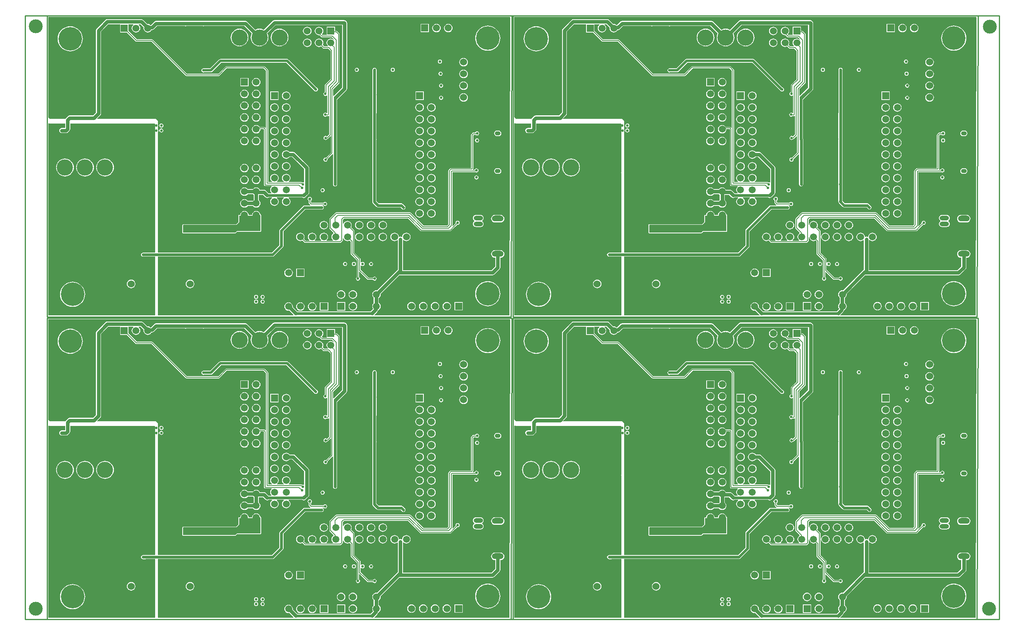
<source format=gbl>
G04*
G04 #@! TF.GenerationSoftware,Altium Limited,Altium Designer,20.0.13 (296)*
G04*
G04 Layer_Physical_Order=4*
G04 Layer_Color=16711680*
%FSLAX24Y24*%
%MOIN*%
G70*
G01*
G75*
%ADD31C,0.0060*%
%ADD32C,0.0220*%
%ADD33C,0.0300*%
%ADD34C,0.0100*%
%ADD35C,0.0150*%
%ADD37C,0.0200*%
%ADD38C,0.1181*%
%ADD39C,0.0230*%
%ADD40C,0.2000*%
%ADD41C,0.0591*%
%ADD42R,0.0591X0.0591*%
%ADD43C,0.0591*%
%ADD44R,0.0591X0.0591*%
%ADD45C,0.1378*%
%ADD46C,0.0600*%
%ADD47O,0.0787X0.0394*%
%ADD48O,0.0787X0.0394*%
%ADD49O,0.1000X0.0500*%
%ADD50O,0.0472X0.0354*%
%ADD51C,0.0220*%
G36*
X78777Y51172D02*
X78699Y25831D01*
X67242D01*
X67221Y25881D01*
X67447Y26107D01*
X67493Y26177D01*
X67495Y26185D01*
X67501Y26191D01*
X67547Y26260D01*
X67551Y26279D01*
X67584Y26293D01*
X67658Y26350D01*
X67715Y26424D01*
X67751Y26510D01*
X67763Y26603D01*
X67751Y26696D01*
X67715Y26782D01*
X67658Y26857D01*
X67600Y26902D01*
Y27305D01*
X67658Y27350D01*
X67715Y27424D01*
X67751Y27510D01*
X67763Y27603D01*
X67756Y27655D01*
X69349Y29248D01*
X77248D01*
X77330Y29264D01*
X77400Y29310D01*
X77850Y29761D01*
X77897Y29830D01*
X77913Y29912D01*
Y30738D01*
X77949D01*
X78030Y30748D01*
X78105Y30780D01*
X78170Y30829D01*
X78220Y30894D01*
X78251Y30970D01*
X78262Y31050D01*
X78251Y31131D01*
X78220Y31207D01*
X78170Y31272D01*
X78105Y31321D01*
X78030Y31352D01*
X77949Y31363D01*
X77449D01*
X77368Y31352D01*
X77293Y31321D01*
X77228Y31272D01*
X77178Y31207D01*
X77147Y31131D01*
X77136Y31050D01*
X77147Y30970D01*
X77178Y30894D01*
X77228Y30829D01*
X77293Y30780D01*
X77368Y30748D01*
X77449Y30738D01*
X77485D01*
Y30001D01*
X77160Y29676D01*
X69653D01*
Y32229D01*
X69703Y32242D01*
X69770Y32190D01*
X69856Y32154D01*
X69949Y32142D01*
X70042Y32154D01*
X70128Y32190D01*
X70202Y32247D01*
X70259Y32321D01*
X70295Y32408D01*
X70307Y32500D01*
X70295Y32593D01*
X70259Y32680D01*
X70202Y32754D01*
X70128Y32811D01*
X70042Y32847D01*
X69949Y32859D01*
X69856Y32847D01*
X69770Y32811D01*
X69696Y32754D01*
X69639Y32680D01*
X69603Y32593D01*
X69592Y32515D01*
X69559Y32493D01*
X69542Y32488D01*
X69521Y32502D01*
X69439Y32519D01*
X69357Y32502D01*
X69355Y32502D01*
X69304Y32527D01*
X69295Y32593D01*
X69259Y32680D01*
X69202Y32754D01*
X69128Y32811D01*
X69042Y32847D01*
X68949Y32859D01*
X68856Y32847D01*
X68770Y32811D01*
X68696Y32754D01*
X68639Y32680D01*
X68603Y32593D01*
X68591Y32500D01*
X68603Y32408D01*
X68639Y32321D01*
X68696Y32247D01*
X68770Y32190D01*
X68856Y32154D01*
X68949Y32142D01*
X69042Y32154D01*
X69128Y32190D01*
X69175Y32226D01*
X69225Y32201D01*
Y29729D01*
X69109Y29613D01*
X69109Y29613D01*
X67451Y27955D01*
X67405Y27962D01*
X67312Y27949D01*
X67226Y27914D01*
X67152Y27857D01*
X67095Y27782D01*
X67059Y27696D01*
X67047Y27603D01*
X67059Y27510D01*
X67095Y27424D01*
X67152Y27350D01*
X67171Y27335D01*
Y26872D01*
X67152Y26857D01*
X67095Y26782D01*
X67059Y26696D01*
X67047Y26603D01*
X67059Y26510D01*
X67095Y26424D01*
X67116Y26397D01*
X67098Y26370D01*
X67096Y26362D01*
X66904Y26169D01*
X60686D01*
X60310Y26546D01*
X60315Y26584D01*
X60302Y26677D01*
X60267Y26763D01*
X60210Y26837D01*
X60135Y26894D01*
X60049Y26930D01*
X59956Y26942D01*
X59864Y26930D01*
X59777Y26894D01*
X59703Y26837D01*
X59646Y26763D01*
X59610Y26677D01*
X59598Y26584D01*
X59610Y26491D01*
X59646Y26405D01*
X59703Y26331D01*
X59777Y26274D01*
X59864Y26238D01*
X59956Y26226D01*
X60016Y26234D01*
X60368Y25881D01*
X60348Y25831D01*
X48866D01*
Y30829D01*
X58604D01*
X58670Y30842D01*
X58727Y30880D01*
X59465Y31619D01*
X59503Y31675D01*
X59516Y31741D01*
Y32971D01*
X61376Y34832D01*
X62216D01*
X62216Y34831D01*
X62283Y34818D01*
X62349Y34831D01*
X62350Y34832D01*
X62698D01*
X62755Y34820D01*
X62821Y34833D01*
X62877Y34871D01*
X62915Y34927D01*
X62928Y34994D01*
X62915Y35060D01*
X62877Y35116D01*
X62866Y35127D01*
X62813Y35163D01*
X62813Y35166D01*
X62843Y35213D01*
X62907D01*
X62928Y35182D01*
X62984Y35144D01*
X63050Y35131D01*
X63116Y35144D01*
X63173Y35182D01*
X63210Y35238D01*
X63223Y35304D01*
X63210Y35371D01*
X63173Y35427D01*
X63116Y35464D01*
X63050Y35478D01*
X62984Y35464D01*
X62928Y35427D01*
X62907Y35396D01*
X61896D01*
X61845Y35447D01*
Y35585D01*
X61876Y35606D01*
X61913Y35662D01*
X61927Y35728D01*
X61913Y35794D01*
X61876Y35851D01*
X61820Y35888D01*
X61753Y35902D01*
X61687Y35888D01*
X61631Y35851D01*
X61606Y35814D01*
X61578Y35795D01*
X61558Y35765D01*
X61551Y35730D01*
X61558Y35695D01*
X61578Y35665D01*
X61617Y35626D01*
X61631Y35606D01*
X61661Y35585D01*
Y35409D01*
X61668Y35374D01*
X61688Y35344D01*
X61793Y35239D01*
X61809Y35228D01*
X61794Y35178D01*
X61305D01*
X61238Y35165D01*
X61182Y35127D01*
X59220Y33166D01*
X59183Y33109D01*
X59170Y33043D01*
Y31813D01*
X58532Y31176D01*
X48866D01*
Y41434D01*
X48891Y41472D01*
X48905Y41539D01*
X48891Y41605D01*
X48866Y41643D01*
Y41889D01*
X48875Y41903D01*
X48888Y41969D01*
X48875Y42035D01*
X48866Y42049D01*
Y42353D01*
X48700Y42520D01*
X43712D01*
X43693Y42566D01*
X43966Y42839D01*
X44012Y42908D01*
X44028Y42990D01*
Y49957D01*
X44642Y50571D01*
X45644D01*
Y49881D01*
X46224D01*
X46976Y49129D01*
X47006Y49110D01*
X47041Y49103D01*
X48337D01*
X51233Y46206D01*
X51263Y46186D01*
X51298Y46179D01*
X54016D01*
X54051Y46186D01*
X54081Y46206D01*
X54699Y46824D01*
X57825D01*
X58027Y46621D01*
Y41799D01*
X57977Y41778D01*
X57942Y41814D01*
X57912Y41833D01*
X57877Y41840D01*
X57501D01*
X57452Y41904D01*
X57378Y41961D01*
X57292Y41997D01*
X57199Y42009D01*
X57106Y41997D01*
X57020Y41961D01*
X56946Y41904D01*
X56889Y41830D01*
X56853Y41743D01*
X56841Y41650D01*
X56853Y41558D01*
X56889Y41471D01*
X56946Y41397D01*
X57020Y41340D01*
X57106Y41304D01*
X57199Y41292D01*
X57292Y41304D01*
X57378Y41340D01*
X57452Y41397D01*
X57509Y41471D01*
X57545Y41558D01*
X57557Y41650D01*
X57563Y41657D01*
X57839D01*
X57864Y41632D01*
Y36943D01*
X57870Y36908D01*
X57890Y36878D01*
X57926Y36843D01*
X57955Y36823D01*
X57990Y36816D01*
X58497D01*
X58514Y36766D01*
X58499Y36754D01*
X58442Y36680D01*
X58406Y36593D01*
X58394Y36500D01*
X58406Y36408D01*
X58442Y36321D01*
X58499Y36247D01*
X58503Y36244D01*
X58487Y36196D01*
X58270D01*
X58020Y36446D01*
X57950Y36493D01*
X57869Y36509D01*
X57518D01*
X57509Y36530D01*
X57452Y36604D01*
X57378Y36661D01*
X57292Y36697D01*
X57199Y36709D01*
X57106Y36697D01*
X57020Y36661D01*
X56946Y36604D01*
X56915Y36565D01*
X56482D01*
X56452Y36604D01*
X56378Y36661D01*
X56292Y36697D01*
X56199Y36709D01*
X56106Y36697D01*
X56020Y36661D01*
X55946Y36604D01*
X55889Y36530D01*
X55853Y36443D01*
X55841Y36350D01*
X55853Y36258D01*
X55889Y36171D01*
X55946Y36097D01*
X56020Y36040D01*
X56106Y36004D01*
X56199Y35992D01*
X56292Y36004D01*
X56378Y36040D01*
X56452Y36097D01*
X56482Y36136D01*
X56915D01*
X56946Y36097D01*
X56985Y36067D01*
Y35634D01*
X56946Y35604D01*
X56915Y35565D01*
X56482D01*
X56452Y35604D01*
X56378Y35661D01*
X56292Y35697D01*
X56199Y35709D01*
X56106Y35697D01*
X56020Y35661D01*
X55946Y35604D01*
X55889Y35530D01*
X55853Y35443D01*
X55841Y35350D01*
X55853Y35258D01*
X55889Y35171D01*
X55946Y35097D01*
X56020Y35040D01*
X56106Y35004D01*
X56199Y34992D01*
X56292Y35004D01*
X56378Y35040D01*
X56452Y35097D01*
X56482Y35136D01*
X56915D01*
X56946Y35097D01*
X57020Y35040D01*
X57106Y35004D01*
X57199Y34992D01*
X57292Y35004D01*
X57378Y35040D01*
X57452Y35097D01*
X57509Y35171D01*
X57545Y35258D01*
X57557Y35350D01*
X57545Y35443D01*
X57509Y35530D01*
X57452Y35604D01*
X57413Y35634D01*
Y36067D01*
X57431Y36081D01*
X57780D01*
X57989Y35872D01*
X58058Y35825D01*
X58140Y35809D01*
X58222Y35825D01*
X58259Y35850D01*
X58541D01*
X58558Y35800D01*
X58499Y35754D01*
X58442Y35680D01*
X58406Y35593D01*
X58394Y35500D01*
X58406Y35408D01*
X58442Y35321D01*
X58499Y35247D01*
X58573Y35190D01*
X58659Y35154D01*
X58752Y35142D01*
X58845Y35154D01*
X58931Y35190D01*
X59005Y35247D01*
X59062Y35321D01*
X59098Y35408D01*
X59110Y35500D01*
X59098Y35593D01*
X59062Y35680D01*
X59005Y35754D01*
X58946Y35800D01*
X58963Y35850D01*
X59542D01*
X59558Y35800D01*
X59499Y35754D01*
X59442Y35680D01*
X59406Y35593D01*
X59394Y35500D01*
X59406Y35408D01*
X59442Y35321D01*
X59499Y35247D01*
X59573Y35190D01*
X59659Y35154D01*
X59752Y35142D01*
X59845Y35154D01*
X59931Y35190D01*
X60005Y35247D01*
X60062Y35321D01*
X60098Y35408D01*
X60110Y35500D01*
X60098Y35593D01*
X60062Y35680D01*
X60005Y35754D01*
X59946Y35800D01*
X59963Y35850D01*
X61124D01*
X61161Y35825D01*
X61243Y35809D01*
X61325Y35825D01*
X61394Y35872D01*
X61641Y36118D01*
X61687Y36188D01*
X61703Y36270D01*
Y38354D01*
X61687Y38436D01*
X61641Y38505D01*
X60494Y39652D01*
X60424Y39698D01*
X60342Y39715D01*
X60036D01*
X60005Y39754D01*
X59931Y39811D01*
X59845Y39847D01*
X59752Y39859D01*
X59659Y39847D01*
X59573Y39811D01*
X59499Y39754D01*
X59442Y39680D01*
X59406Y39593D01*
X59394Y39500D01*
X59406Y39408D01*
X59442Y39321D01*
X59499Y39247D01*
X59573Y39190D01*
X59659Y39154D01*
X59752Y39142D01*
X59845Y39154D01*
X59931Y39190D01*
X60005Y39247D01*
X60036Y39286D01*
X60254D01*
X61275Y38265D01*
Y37143D01*
X61225Y37116D01*
X61215Y37123D01*
X61148Y37137D01*
X61100Y37127D01*
X61098Y37129D01*
X61068Y37149D01*
X61033Y37156D01*
X59969D01*
X59952Y37206D01*
X60005Y37247D01*
X60062Y37321D01*
X60098Y37408D01*
X60110Y37500D01*
X60098Y37593D01*
X60062Y37680D01*
X60005Y37754D01*
X59931Y37811D01*
X59845Y37847D01*
X59752Y37859D01*
X59659Y37847D01*
X59573Y37811D01*
X59499Y37754D01*
X59442Y37680D01*
X59406Y37593D01*
X59394Y37500D01*
X59406Y37408D01*
X59442Y37321D01*
X59499Y37247D01*
X59552Y37206D01*
X59535Y37156D01*
X58969D01*
X58952Y37206D01*
X59005Y37247D01*
X59062Y37321D01*
X59098Y37408D01*
X59110Y37500D01*
X59098Y37593D01*
X59062Y37680D01*
X59005Y37754D01*
X58931Y37811D01*
X58845Y37847D01*
X58752Y37859D01*
X58659Y37847D01*
X58573Y37811D01*
X58499Y37754D01*
X58442Y37680D01*
X58406Y37593D01*
X58394Y37500D01*
X58406Y37408D01*
X58442Y37321D01*
X58499Y37247D01*
X58552Y37206D01*
X58535Y37156D01*
X58211D01*
Y46659D01*
X58204Y46694D01*
X58184Y46724D01*
X57928Y46980D01*
X57898Y47000D01*
X57863Y47007D01*
X54661D01*
X54625Y47000D01*
X54596Y46980D01*
X53978Y46363D01*
X51336D01*
X48440Y49259D01*
X48410Y49279D01*
X48375Y49286D01*
X47079D01*
X46354Y50011D01*
Y50571D01*
X46769D01*
X46786Y50521D01*
X46746Y50489D01*
X46689Y50415D01*
X46653Y50329D01*
X46641Y50236D01*
X46653Y50143D01*
X46689Y50057D01*
X46746Y49983D01*
X46820Y49926D01*
X46906Y49890D01*
X46999Y49878D01*
X47092Y49890D01*
X47178Y49926D01*
X47252Y49983D01*
X47309Y50057D01*
X47345Y50143D01*
X47357Y50236D01*
X47345Y50329D01*
X47309Y50415D01*
X47252Y50489D01*
X47211Y50521D01*
X47228Y50571D01*
X47361D01*
X47647Y50285D01*
X47641Y50236D01*
X47653Y50143D01*
X47689Y50057D01*
X47746Y49983D01*
X47820Y49926D01*
X47906Y49890D01*
X47999Y49878D01*
X48092Y49890D01*
X48178Y49926D01*
X48252Y49983D01*
X48309Y50057D01*
X48318Y50078D01*
X48354D01*
X48436Y50094D01*
X48505Y50140D01*
X48788Y50423D01*
X51133D01*
X51135Y50421D01*
X51217Y50405D01*
X51299Y50421D01*
X51315Y50432D01*
X52636D01*
X52644Y50427D01*
X52726Y50410D01*
X52808Y50427D01*
X52815Y50432D01*
X56194D01*
X56825Y49801D01*
X56788Y49733D01*
X56746Y49592D01*
X56731Y49445D01*
X56746Y49298D01*
X56788Y49157D01*
X56858Y49027D01*
X56951Y48913D01*
X57066Y48819D01*
X57196Y48750D01*
X57337Y48707D01*
X57484Y48693D01*
X57630Y48707D01*
X57772Y48750D01*
X57902Y48819D01*
X58016Y48913D01*
X58109Y49027D01*
X58179Y49157D01*
X58222Y49298D01*
X58236Y49445D01*
X58222Y49592D01*
X58179Y49733D01*
X58143Y49801D01*
X58840Y50498D01*
X64487D01*
Y45203D01*
X63779Y44495D01*
X63729Y44512D01*
Y45041D01*
X64244Y45557D01*
X64264Y45586D01*
X64271Y45622D01*
Y49732D01*
X64264Y49767D01*
X64244Y49797D01*
X64056Y49986D01*
X64026Y50005D01*
X63991Y50012D01*
X63889D01*
Y50351D01*
X63178D01*
Y49649D01*
X62818D01*
X62779Y49688D01*
X62782Y49738D01*
X62787Y49742D01*
X62844Y49816D01*
X62880Y49902D01*
X62892Y49995D01*
X62880Y50088D01*
X62844Y50174D01*
X62787Y50249D01*
X62713Y50306D01*
X62626Y50341D01*
X62534Y50354D01*
X62441Y50341D01*
X62354Y50306D01*
X62280Y50249D01*
X62223Y50174D01*
X62188Y50088D01*
X62175Y49995D01*
X62188Y49902D01*
X62223Y49816D01*
X62280Y49742D01*
X62354Y49685D01*
X62441Y49649D01*
X62534Y49637D01*
X62567Y49641D01*
X62570Y49637D01*
X62715Y49492D01*
X62745Y49472D01*
X62780Y49465D01*
X63638D01*
X63805Y49298D01*
X63772Y49261D01*
X63713Y49306D01*
X63626Y49341D01*
X63534Y49354D01*
X63441Y49341D01*
X63354Y49306D01*
X63280Y49249D01*
X63223Y49174D01*
X63188Y49088D01*
X63175Y48995D01*
X63188Y48902D01*
X63223Y48816D01*
X63280Y48742D01*
X63291Y48734D01*
X63274Y48684D01*
X62975D01*
X62843Y48815D01*
X62844Y48816D01*
X62880Y48902D01*
X62892Y48995D01*
X62880Y49088D01*
X62844Y49174D01*
X62787Y49249D01*
X62713Y49306D01*
X62626Y49341D01*
X62534Y49354D01*
X62441Y49341D01*
X62354Y49306D01*
X62280Y49249D01*
X62223Y49174D01*
X62188Y49088D01*
X62175Y48995D01*
X62188Y48902D01*
X62223Y48816D01*
X62280Y48742D01*
X62354Y48685D01*
X62441Y48649D01*
X62534Y48637D01*
X62626Y48649D01*
X62713Y48685D01*
X62714Y48686D01*
X62872Y48527D01*
X62902Y48507D01*
X62937Y48500D01*
X63324D01*
X63515Y48310D01*
Y45903D01*
X63063Y45450D01*
X63043Y45421D01*
X63036Y45386D01*
Y44816D01*
X63007Y44811D01*
X62951Y44773D01*
X62914Y44717D01*
X62900Y44650D01*
X62914Y44584D01*
X62951Y44528D01*
X63007Y44490D01*
X63074Y44477D01*
X63140Y44490D01*
X63169Y44510D01*
X63219Y44483D01*
Y43037D01*
X63203Y43026D01*
X63169Y43015D01*
X63122Y43046D01*
X63056Y43060D01*
X62990Y43046D01*
X62933Y43009D01*
X62896Y42953D01*
X62883Y42886D01*
X62896Y42820D01*
X62933Y42764D01*
X62990Y42726D01*
X63056Y42713D01*
X63122Y42726D01*
X63168Y42757D01*
X63276D01*
X63311Y42764D01*
X63337Y42781D01*
X63352Y42778D01*
X63387Y42759D01*
Y41218D01*
X63206Y41038D01*
X63156Y41072D01*
X63089Y41085D01*
X63023Y41072D01*
X62967Y41034D01*
X62929Y40978D01*
X62916Y40912D01*
X62929Y40845D01*
X62967Y40789D01*
X63023Y40751D01*
X63089Y40738D01*
X63156Y40751D01*
X63212Y40789D01*
X63236Y40826D01*
X63245Y40828D01*
X63275Y40847D01*
X63495Y41067D01*
X63545Y41047D01*
Y39654D01*
X63118Y39227D01*
X63082Y39234D01*
X63015Y39221D01*
X62959Y39183D01*
X62922Y39127D01*
X62908Y39061D01*
X62922Y38994D01*
X62959Y38938D01*
X63015Y38901D01*
X63082Y38887D01*
X63148Y38901D01*
X63204Y38938D01*
X63242Y38994D01*
X63255Y39061D01*
X63248Y39097D01*
X63672Y39522D01*
X63722Y39501D01*
Y36972D01*
X63736Y36906D01*
X63773Y36849D01*
X63829Y36812D01*
X63896Y36799D01*
X63962Y36812D01*
X64018Y36849D01*
X64056Y36906D01*
X64069Y36972D01*
Y40786D01*
X64071Y40795D01*
X64058Y40862D01*
X64052Y40871D01*
Y44168D01*
X64069Y44180D01*
X64852Y44963D01*
X64899Y45032D01*
X64915Y45114D01*
Y50677D01*
X64899Y50759D01*
X64852Y50829D01*
X64831Y50843D01*
X64817Y50864D01*
X64747Y50910D01*
X64665Y50927D01*
X58751D01*
X58669Y50910D01*
X58600Y50864D01*
X57840Y50104D01*
X57772Y50141D01*
X57630Y50183D01*
X57484Y50198D01*
X57337Y50183D01*
X57196Y50141D01*
X57128Y50104D01*
X56434Y50797D01*
X56365Y50844D01*
X56283Y50860D01*
X52747D01*
X52726Y50856D01*
X52705Y50860D01*
X51244D01*
X51199Y50851D01*
X51199Y50851D01*
X48699D01*
X48617Y50835D01*
X48548Y50788D01*
X48265Y50506D01*
X48231D01*
X48178Y50546D01*
X48092Y50582D01*
X47999Y50594D01*
X47950Y50588D01*
X47601Y50936D01*
X47532Y50983D01*
X47450Y50999D01*
X44553D01*
X44471Y50983D01*
X44402Y50936D01*
X43663Y50197D01*
X43616Y50128D01*
X43600Y50046D01*
Y43079D01*
X43349Y42827D01*
X41375D01*
X41293Y42811D01*
X41224Y42765D01*
X41048Y42589D01*
X41001Y42520D01*
X39704D01*
X39553Y42671D01*
X39553Y51207D01*
X78741D01*
X78777Y51172D01*
D02*
G37*
G36*
X39228D02*
X39150Y25831D01*
X27693D01*
X27672Y25881D01*
X27898Y26107D01*
X27945Y26177D01*
X27946Y26185D01*
X27952Y26191D01*
X27998Y26260D01*
X28002Y26279D01*
X28035Y26293D01*
X28110Y26350D01*
X28167Y26424D01*
X28202Y26510D01*
X28215Y26603D01*
X28202Y26696D01*
X28167Y26782D01*
X28110Y26857D01*
X28051Y26902D01*
Y27305D01*
X28110Y27350D01*
X28167Y27424D01*
X28202Y27510D01*
X28215Y27603D01*
X28208Y27655D01*
X29800Y29248D01*
X37700D01*
X37782Y29264D01*
X37851Y29310D01*
X38302Y29761D01*
X38348Y29830D01*
X38364Y29912D01*
Y30738D01*
X38400D01*
X38481Y30748D01*
X38556Y30780D01*
X38621Y30829D01*
X38671Y30894D01*
X38702Y30970D01*
X38713Y31050D01*
X38702Y31131D01*
X38671Y31207D01*
X38621Y31272D01*
X38556Y31321D01*
X38481Y31352D01*
X38400Y31363D01*
X37900D01*
X37819Y31352D01*
X37744Y31321D01*
X37679Y31272D01*
X37629Y31207D01*
X37598Y31131D01*
X37587Y31050D01*
X37598Y30970D01*
X37629Y30894D01*
X37679Y30829D01*
X37744Y30780D01*
X37819Y30748D01*
X37900Y30738D01*
X37936D01*
Y30001D01*
X37611Y29676D01*
X30104D01*
Y32229D01*
X30154Y32242D01*
X30221Y32190D01*
X30307Y32154D01*
X30400Y32142D01*
X30493Y32154D01*
X30579Y32190D01*
X30654Y32247D01*
X30710Y32321D01*
X30746Y32408D01*
X30759Y32500D01*
X30746Y32593D01*
X30710Y32680D01*
X30654Y32754D01*
X30579Y32811D01*
X30493Y32847D01*
X30400Y32859D01*
X30307Y32847D01*
X30221Y32811D01*
X30147Y32754D01*
X30090Y32680D01*
X30054Y32593D01*
X30044Y32515D01*
X30010Y32493D01*
X29993Y32488D01*
X29972Y32502D01*
X29890Y32519D01*
X29808Y32502D01*
X29807Y32502D01*
X29755Y32527D01*
X29746Y32593D01*
X29710Y32680D01*
X29654Y32754D01*
X29579Y32811D01*
X29493Y32847D01*
X29400Y32859D01*
X29307Y32847D01*
X29221Y32811D01*
X29147Y32754D01*
X29090Y32680D01*
X29054Y32593D01*
X29042Y32500D01*
X29054Y32408D01*
X29090Y32321D01*
X29147Y32247D01*
X29221Y32190D01*
X29307Y32154D01*
X29400Y32142D01*
X29493Y32154D01*
X29579Y32190D01*
X29626Y32226D01*
X29676Y32201D01*
Y29729D01*
X29560Y29613D01*
X29560Y29613D01*
X27902Y27955D01*
X27856Y27962D01*
X27763Y27949D01*
X27677Y27914D01*
X27603Y27857D01*
X27546Y27782D01*
X27510Y27696D01*
X27498Y27603D01*
X27510Y27510D01*
X27546Y27424D01*
X27603Y27350D01*
X27623Y27335D01*
Y26872D01*
X27603Y26857D01*
X27546Y26782D01*
X27510Y26696D01*
X27498Y26603D01*
X27510Y26510D01*
X27546Y26424D01*
X27567Y26397D01*
X27549Y26370D01*
X27547Y26362D01*
X27355Y26169D01*
X21137D01*
X20761Y26546D01*
X20766Y26584D01*
X20754Y26677D01*
X20718Y26763D01*
X20661Y26837D01*
X20587Y26894D01*
X20500Y26930D01*
X20408Y26942D01*
X20315Y26930D01*
X20228Y26894D01*
X20154Y26837D01*
X20097Y26763D01*
X20061Y26677D01*
X20049Y26584D01*
X20061Y26491D01*
X20097Y26405D01*
X20154Y26331D01*
X20228Y26274D01*
X20315Y26238D01*
X20408Y26226D01*
X20467Y26234D01*
X20820Y25881D01*
X20799Y25831D01*
X9317D01*
Y30829D01*
X19055D01*
X19122Y30842D01*
X19178Y30880D01*
X19917Y31619D01*
X19954Y31675D01*
X19967Y31741D01*
Y32971D01*
X21828Y34832D01*
X22667D01*
X22668Y34831D01*
X22734Y34818D01*
X22800Y34831D01*
X22801Y34832D01*
X23149D01*
X23206Y34820D01*
X23272Y34833D01*
X23329Y34871D01*
X23366Y34927D01*
X23379Y34994D01*
X23366Y35060D01*
X23329Y35116D01*
X23317Y35127D01*
X23265Y35163D01*
X23264Y35166D01*
X23295Y35213D01*
X23358D01*
X23379Y35182D01*
X23435Y35144D01*
X23501Y35131D01*
X23568Y35144D01*
X23624Y35182D01*
X23661Y35238D01*
X23675Y35304D01*
X23661Y35371D01*
X23624Y35427D01*
X23568Y35464D01*
X23501Y35478D01*
X23435Y35464D01*
X23379Y35427D01*
X23358Y35396D01*
X22347D01*
X22296Y35447D01*
Y35585D01*
X22327Y35606D01*
X22365Y35662D01*
X22378Y35728D01*
X22365Y35794D01*
X22327Y35851D01*
X22271Y35888D01*
X22204Y35902D01*
X22138Y35888D01*
X22082Y35851D01*
X22057Y35814D01*
X22029Y35795D01*
X22009Y35765D01*
X22002Y35730D01*
X22009Y35695D01*
X22029Y35665D01*
X22068Y35626D01*
X22082Y35606D01*
X22113Y35585D01*
Y35409D01*
X22120Y35374D01*
X22140Y35344D01*
X22244Y35239D01*
X22261Y35228D01*
X22246Y35178D01*
X21756D01*
X21690Y35165D01*
X21633Y35127D01*
X19672Y33166D01*
X19634Y33109D01*
X19621Y33043D01*
Y31813D01*
X18984Y31176D01*
X9317D01*
Y41434D01*
X9343Y41472D01*
X9356Y41539D01*
X9343Y41605D01*
X9317Y41643D01*
Y41889D01*
X9326Y41903D01*
X9339Y41969D01*
X9326Y42035D01*
X9317Y42049D01*
Y42353D01*
X9151Y42520D01*
X4163D01*
X4144Y42566D01*
X4417Y42839D01*
X4463Y42908D01*
X4480Y42990D01*
Y49957D01*
X5093Y50571D01*
X6095D01*
Y49881D01*
X6676D01*
X7427Y49129D01*
X7457Y49110D01*
X7492Y49103D01*
X8788D01*
X11685Y46206D01*
X11714Y46186D01*
X11749Y46179D01*
X14468D01*
X14503Y46186D01*
X14532Y46206D01*
X15150Y46824D01*
X18276D01*
X18478Y46621D01*
Y41799D01*
X18428Y41778D01*
X18393Y41814D01*
X18363Y41833D01*
X18328Y41840D01*
X17952D01*
X17904Y41904D01*
X17829Y41961D01*
X17743Y41997D01*
X17650Y42009D01*
X17557Y41997D01*
X17471Y41961D01*
X17397Y41904D01*
X17340Y41830D01*
X17304Y41743D01*
X17292Y41650D01*
X17304Y41558D01*
X17340Y41471D01*
X17397Y41397D01*
X17471Y41340D01*
X17557Y41304D01*
X17650Y41292D01*
X17743Y41304D01*
X17829Y41340D01*
X17904Y41397D01*
X17960Y41471D01*
X17996Y41558D01*
X18009Y41650D01*
X18014Y41657D01*
X18290D01*
X18315Y41632D01*
Y36943D01*
X18322Y36908D01*
X18342Y36878D01*
X18377Y36843D01*
X18407Y36823D01*
X18442Y36816D01*
X18949D01*
X18966Y36766D01*
X18950Y36754D01*
X18893Y36680D01*
X18857Y36593D01*
X18845Y36500D01*
X18857Y36408D01*
X18893Y36321D01*
X18950Y36247D01*
X18954Y36244D01*
X18938Y36196D01*
X18721D01*
X18471Y36446D01*
X18402Y36493D01*
X18320Y36509D01*
X17969D01*
X17960Y36530D01*
X17904Y36604D01*
X17829Y36661D01*
X17743Y36697D01*
X17650Y36709D01*
X17557Y36697D01*
X17471Y36661D01*
X17397Y36604D01*
X17367Y36565D01*
X16934D01*
X16904Y36604D01*
X16829Y36661D01*
X16743Y36697D01*
X16650Y36709D01*
X16557Y36697D01*
X16471Y36661D01*
X16397Y36604D01*
X16340Y36530D01*
X16304Y36443D01*
X16292Y36350D01*
X16304Y36258D01*
X16340Y36171D01*
X16397Y36097D01*
X16471Y36040D01*
X16557Y36004D01*
X16650Y35992D01*
X16743Y36004D01*
X16829Y36040D01*
X16904Y36097D01*
X16934Y36136D01*
X17367D01*
X17397Y36097D01*
X17436Y36067D01*
Y35634D01*
X17397Y35604D01*
X17367Y35565D01*
X16934D01*
X16904Y35604D01*
X16829Y35661D01*
X16743Y35697D01*
X16650Y35709D01*
X16557Y35697D01*
X16471Y35661D01*
X16397Y35604D01*
X16340Y35530D01*
X16304Y35443D01*
X16292Y35350D01*
X16304Y35258D01*
X16340Y35171D01*
X16397Y35097D01*
X16471Y35040D01*
X16557Y35004D01*
X16650Y34992D01*
X16743Y35004D01*
X16829Y35040D01*
X16904Y35097D01*
X16934Y35136D01*
X17367D01*
X17397Y35097D01*
X17471Y35040D01*
X17557Y35004D01*
X17650Y34992D01*
X17743Y35004D01*
X17829Y35040D01*
X17904Y35097D01*
X17960Y35171D01*
X17996Y35258D01*
X18009Y35350D01*
X17996Y35443D01*
X17960Y35530D01*
X17904Y35604D01*
X17864Y35634D01*
Y36067D01*
X17882Y36081D01*
X18231D01*
X18440Y35872D01*
X18510Y35825D01*
X18592Y35809D01*
X18674Y35825D01*
X18710Y35850D01*
X18993D01*
X19010Y35800D01*
X18950Y35754D01*
X18893Y35680D01*
X18857Y35593D01*
X18845Y35500D01*
X18857Y35408D01*
X18893Y35321D01*
X18950Y35247D01*
X19024Y35190D01*
X19111Y35154D01*
X19203Y35142D01*
X19296Y35154D01*
X19382Y35190D01*
X19457Y35247D01*
X19514Y35321D01*
X19549Y35408D01*
X19562Y35500D01*
X19549Y35593D01*
X19514Y35680D01*
X19457Y35754D01*
X19397Y35800D01*
X19414Y35850D01*
X19993D01*
X20010Y35800D01*
X19950Y35754D01*
X19893Y35680D01*
X19857Y35593D01*
X19845Y35500D01*
X19857Y35408D01*
X19893Y35321D01*
X19950Y35247D01*
X20024Y35190D01*
X20111Y35154D01*
X20203Y35142D01*
X20296Y35154D01*
X20382Y35190D01*
X20457Y35247D01*
X20514Y35321D01*
X20549Y35408D01*
X20562Y35500D01*
X20549Y35593D01*
X20514Y35680D01*
X20457Y35754D01*
X20397Y35800D01*
X20414Y35850D01*
X21575D01*
X21612Y35825D01*
X21694Y35809D01*
X21776Y35825D01*
X21845Y35872D01*
X22092Y36118D01*
X22138Y36188D01*
X22155Y36270D01*
Y38354D01*
X22138Y38436D01*
X22092Y38505D01*
X20945Y39652D01*
X20876Y39698D01*
X20794Y39715D01*
X20487D01*
X20457Y39754D01*
X20382Y39811D01*
X20296Y39847D01*
X20203Y39859D01*
X20111Y39847D01*
X20024Y39811D01*
X19950Y39754D01*
X19893Y39680D01*
X19857Y39593D01*
X19845Y39500D01*
X19857Y39408D01*
X19893Y39321D01*
X19950Y39247D01*
X20024Y39190D01*
X20111Y39154D01*
X20203Y39142D01*
X20296Y39154D01*
X20382Y39190D01*
X20457Y39247D01*
X20487Y39286D01*
X20705D01*
X21726Y38265D01*
Y37143D01*
X21676Y37116D01*
X21666Y37123D01*
X21600Y37137D01*
X21552Y37127D01*
X21549Y37129D01*
X21519Y37149D01*
X21484Y37156D01*
X20421D01*
X20404Y37206D01*
X20457Y37247D01*
X20514Y37321D01*
X20549Y37408D01*
X20562Y37500D01*
X20549Y37593D01*
X20514Y37680D01*
X20457Y37754D01*
X20382Y37811D01*
X20296Y37847D01*
X20203Y37859D01*
X20111Y37847D01*
X20024Y37811D01*
X19950Y37754D01*
X19893Y37680D01*
X19857Y37593D01*
X19845Y37500D01*
X19857Y37408D01*
X19893Y37321D01*
X19950Y37247D01*
X20003Y37206D01*
X19986Y37156D01*
X19421D01*
X19404Y37206D01*
X19457Y37247D01*
X19514Y37321D01*
X19549Y37408D01*
X19562Y37500D01*
X19549Y37593D01*
X19514Y37680D01*
X19457Y37754D01*
X19382Y37811D01*
X19296Y37847D01*
X19203Y37859D01*
X19111Y37847D01*
X19024Y37811D01*
X18950Y37754D01*
X18893Y37680D01*
X18857Y37593D01*
X18845Y37500D01*
X18857Y37408D01*
X18893Y37321D01*
X18950Y37247D01*
X19003Y37206D01*
X18986Y37156D01*
X18662D01*
Y46659D01*
X18655Y46694D01*
X18635Y46724D01*
X18379Y46980D01*
X18349Y47000D01*
X18314Y47007D01*
X15112D01*
X15077Y47000D01*
X15047Y46980D01*
X14430Y46363D01*
X11787D01*
X8891Y49259D01*
X8861Y49279D01*
X8826Y49286D01*
X7530D01*
X6805Y50011D01*
Y50571D01*
X7221D01*
X7238Y50521D01*
X7197Y50489D01*
X7140Y50415D01*
X7104Y50329D01*
X7092Y50236D01*
X7104Y50143D01*
X7140Y50057D01*
X7197Y49983D01*
X7271Y49926D01*
X7357Y49890D01*
X7450Y49878D01*
X7543Y49890D01*
X7629Y49926D01*
X7704Y49983D01*
X7760Y50057D01*
X7796Y50143D01*
X7808Y50236D01*
X7796Y50329D01*
X7760Y50415D01*
X7704Y50489D01*
X7663Y50521D01*
X7680Y50571D01*
X7813D01*
X8098Y50285D01*
X8092Y50236D01*
X8104Y50143D01*
X8140Y50057D01*
X8197Y49983D01*
X8271Y49926D01*
X8357Y49890D01*
X8450Y49878D01*
X8543Y49890D01*
X8629Y49926D01*
X8704Y49983D01*
X8760Y50057D01*
X8769Y50078D01*
X8805D01*
X8887Y50094D01*
X8956Y50140D01*
X9239Y50423D01*
X11584D01*
X11587Y50421D01*
X11668Y50405D01*
X11750Y50421D01*
X11766Y50432D01*
X13088D01*
X13095Y50427D01*
X13177Y50410D01*
X13259Y50427D01*
X13267Y50432D01*
X16646D01*
X17276Y49801D01*
X17240Y49733D01*
X17197Y49592D01*
X17182Y49445D01*
X17197Y49298D01*
X17240Y49157D01*
X17309Y49027D01*
X17403Y48913D01*
X17517Y48819D01*
X17647Y48750D01*
X17788Y48707D01*
X17935Y48693D01*
X18082Y48707D01*
X18223Y48750D01*
X18353Y48819D01*
X18467Y48913D01*
X18561Y49027D01*
X18630Y49157D01*
X18673Y49298D01*
X18687Y49445D01*
X18673Y49592D01*
X18630Y49733D01*
X18594Y49801D01*
X19291Y50498D01*
X24938D01*
Y45203D01*
X24230Y44495D01*
X24180Y44512D01*
Y45041D01*
X24696Y45557D01*
X24716Y45586D01*
X24723Y45622D01*
Y49732D01*
X24716Y49767D01*
X24696Y49797D01*
X24507Y49986D01*
X24477Y50005D01*
X24442Y50012D01*
X24340D01*
Y50351D01*
X23630D01*
Y49649D01*
X23269D01*
X23230Y49688D01*
X23233Y49738D01*
X23238Y49742D01*
X23295Y49816D01*
X23331Y49902D01*
X23343Y49995D01*
X23331Y50088D01*
X23295Y50174D01*
X23238Y50249D01*
X23164Y50306D01*
X23078Y50341D01*
X22985Y50354D01*
X22892Y50341D01*
X22806Y50306D01*
X22731Y50249D01*
X22675Y50174D01*
X22639Y50088D01*
X22627Y49995D01*
X22639Y49902D01*
X22675Y49816D01*
X22731Y49742D01*
X22806Y49685D01*
X22892Y49649D01*
X22985Y49637D01*
X23018Y49641D01*
X23022Y49637D01*
X23166Y49492D01*
X23196Y49472D01*
X23231Y49465D01*
X24089D01*
X24256Y49298D01*
X24223Y49261D01*
X24164Y49306D01*
X24078Y49341D01*
X23985Y49354D01*
X23892Y49341D01*
X23806Y49306D01*
X23731Y49249D01*
X23675Y49174D01*
X23639Y49088D01*
X23627Y48995D01*
X23639Y48902D01*
X23675Y48816D01*
X23731Y48742D01*
X23742Y48734D01*
X23725Y48684D01*
X23426D01*
X23295Y48815D01*
X23295Y48816D01*
X23331Y48902D01*
X23343Y48995D01*
X23331Y49088D01*
X23295Y49174D01*
X23238Y49249D01*
X23164Y49306D01*
X23078Y49341D01*
X22985Y49354D01*
X22892Y49341D01*
X22806Y49306D01*
X22731Y49249D01*
X22675Y49174D01*
X22639Y49088D01*
X22627Y48995D01*
X22639Y48902D01*
X22675Y48816D01*
X22731Y48742D01*
X22806Y48685D01*
X22892Y48649D01*
X22985Y48637D01*
X23078Y48649D01*
X23164Y48685D01*
X23165Y48686D01*
X23323Y48527D01*
X23353Y48507D01*
X23388Y48500D01*
X23776D01*
X23966Y48310D01*
Y45903D01*
X23514Y45450D01*
X23494Y45421D01*
X23487Y45386D01*
Y44816D01*
X23459Y44811D01*
X23402Y44773D01*
X23365Y44717D01*
X23352Y44650D01*
X23365Y44584D01*
X23402Y44528D01*
X23459Y44490D01*
X23525Y44477D01*
X23591Y44490D01*
X23620Y44510D01*
X23670Y44483D01*
Y43037D01*
X23654Y43026D01*
X23620Y43015D01*
X23573Y43046D01*
X23507Y43060D01*
X23441Y43046D01*
X23385Y43009D01*
X23347Y42953D01*
X23334Y42886D01*
X23347Y42820D01*
X23385Y42764D01*
X23441Y42726D01*
X23507Y42713D01*
X23573Y42726D01*
X23620Y42757D01*
X23727D01*
X23762Y42764D01*
X23788Y42781D01*
X23803Y42778D01*
X23838Y42759D01*
Y41218D01*
X23657Y41038D01*
X23607Y41072D01*
X23540Y41085D01*
X23474Y41072D01*
X23418Y41034D01*
X23380Y40978D01*
X23367Y40912D01*
X23380Y40845D01*
X23418Y40789D01*
X23474Y40751D01*
X23540Y40738D01*
X23607Y40751D01*
X23663Y40789D01*
X23688Y40826D01*
X23697Y40828D01*
X23726Y40847D01*
X23946Y41067D01*
X23996Y41047D01*
Y39654D01*
X23569Y39227D01*
X23533Y39234D01*
X23467Y39221D01*
X23410Y39183D01*
X23373Y39127D01*
X23360Y39061D01*
X23373Y38994D01*
X23410Y38938D01*
X23467Y38901D01*
X23533Y38887D01*
X23599Y38901D01*
X23656Y38938D01*
X23693Y38994D01*
X23706Y39061D01*
X23699Y39097D01*
X24124Y39522D01*
X24174Y39501D01*
Y36972D01*
X24187Y36906D01*
X24224Y36849D01*
X24281Y36812D01*
X24347Y36799D01*
X24413Y36812D01*
X24470Y36849D01*
X24507Y36906D01*
X24520Y36972D01*
Y40786D01*
X24522Y40795D01*
X24509Y40862D01*
X24503Y40871D01*
Y44168D01*
X24520Y44180D01*
X25303Y44963D01*
X25350Y45032D01*
X25366Y45114D01*
Y50677D01*
X25350Y50759D01*
X25303Y50829D01*
X25282Y50843D01*
X25268Y50864D01*
X25198Y50910D01*
X25117Y50927D01*
X19202D01*
X19120Y50910D01*
X19051Y50864D01*
X18291Y50104D01*
X18223Y50141D01*
X18082Y50183D01*
X17935Y50198D01*
X17788Y50183D01*
X17647Y50141D01*
X17579Y50104D01*
X16886Y50797D01*
X16816Y50844D01*
X16734Y50860D01*
X13199D01*
X13177Y50856D01*
X13156Y50860D01*
X11695D01*
X11651Y50851D01*
X11650Y50851D01*
X9150D01*
X9068Y50835D01*
X8999Y50788D01*
X8716Y50506D01*
X8682D01*
X8629Y50546D01*
X8543Y50582D01*
X8450Y50594D01*
X8401Y50588D01*
X8053Y50936D01*
X7983Y50983D01*
X7901Y50999D01*
X5004D01*
X4923Y50983D01*
X4853Y50936D01*
X4114Y50197D01*
X4068Y50128D01*
X4051Y50046D01*
Y43079D01*
X3800Y42827D01*
X1826D01*
X1744Y42811D01*
X1675Y42765D01*
X1499Y42589D01*
X1453Y42520D01*
X155D01*
X4Y42671D01*
X4Y51207D01*
X39193D01*
X39228Y51172D01*
D02*
G37*
G36*
X39640Y42160D02*
X39640Y42160D01*
X39666Y42134D01*
X39688Y42134D01*
X40985D01*
Y41764D01*
X40978Y41757D01*
X40706D01*
X40624Y41740D01*
X40555Y41694D01*
X40509Y41625D01*
X40492Y41543D01*
X40509Y41461D01*
X40555Y41391D01*
X40624Y41345D01*
X40706Y41329D01*
X41066D01*
X41148Y41345D01*
X41218Y41391D01*
X41351Y41524D01*
X41397Y41594D01*
X41413Y41676D01*
Y42134D01*
X48590D01*
X48641Y42083D01*
Y37971D01*
X48621Y37951D01*
X48633Y37940D01*
Y31176D01*
X47792D01*
X47726Y31163D01*
X47724Y31161D01*
X47601D01*
X47534Y31148D01*
X47478Y31111D01*
X47441Y31054D01*
X47427Y30988D01*
X47441Y30922D01*
X47478Y30866D01*
X47534Y30828D01*
X47601Y30815D01*
X47778D01*
X47844Y30828D01*
X47846Y30829D01*
X48633D01*
Y25831D01*
X39553D01*
X39553Y42144D01*
X39603Y42169D01*
X39640Y42160D01*
D02*
G37*
G36*
X91D02*
X91Y42160D01*
X118Y42134D01*
X139Y42134D01*
X1436D01*
Y41764D01*
X1429Y41757D01*
X1158D01*
X1076Y41740D01*
X1006Y41694D01*
X960Y41625D01*
X944Y41543D01*
X960Y41461D01*
X1006Y41391D01*
X1076Y41345D01*
X1158Y41329D01*
X1518D01*
X1599Y41345D01*
X1669Y41391D01*
X1802Y41524D01*
X1848Y41594D01*
X1865Y41676D01*
Y42134D01*
X9041D01*
X9092Y42083D01*
Y37971D01*
X9072Y37951D01*
X9084Y37940D01*
Y31176D01*
X8244D01*
X8177Y31163D01*
X8175Y31161D01*
X8052D01*
X7986Y31148D01*
X7929Y31111D01*
X7892Y31054D01*
X7879Y30988D01*
X7892Y30922D01*
X7929Y30866D01*
X7986Y30828D01*
X8052Y30815D01*
X8229D01*
X8296Y30828D01*
X8297Y30829D01*
X9084D01*
Y25831D01*
X4D01*
X4Y42144D01*
X54Y42169D01*
X91Y42160D01*
D02*
G37*
G36*
X78777Y25471D02*
X78699Y131D01*
X67242D01*
X67221Y181D01*
X67447Y407D01*
X67493Y476D01*
X67495Y485D01*
X67501Y490D01*
X67547Y560D01*
X67551Y579D01*
X67584Y593D01*
X67658Y650D01*
X67715Y724D01*
X67751Y810D01*
X67763Y903D01*
X67751Y996D01*
X67715Y1082D01*
X67658Y1156D01*
X67600Y1201D01*
Y1605D01*
X67658Y1650D01*
X67715Y1724D01*
X67751Y1810D01*
X67763Y1903D01*
X67756Y1955D01*
X69349Y3547D01*
X77248D01*
X77330Y3564D01*
X77400Y3610D01*
X77850Y4061D01*
X77897Y4130D01*
X77913Y4212D01*
Y5037D01*
X77949D01*
X78030Y5048D01*
X78105Y5079D01*
X78170Y5129D01*
X78220Y5194D01*
X78251Y5269D01*
X78262Y5350D01*
X78251Y5431D01*
X78220Y5506D01*
X78170Y5571D01*
X78105Y5621D01*
X78030Y5652D01*
X77949Y5663D01*
X77449D01*
X77368Y5652D01*
X77293Y5621D01*
X77228Y5571D01*
X77178Y5506D01*
X77147Y5431D01*
X77136Y5350D01*
X77147Y5269D01*
X77178Y5194D01*
X77228Y5129D01*
X77293Y5079D01*
X77368Y5048D01*
X77449Y5037D01*
X77485D01*
Y4301D01*
X77160Y3976D01*
X69653D01*
Y6528D01*
X69703Y6541D01*
X69770Y6490D01*
X69856Y6454D01*
X69949Y6442D01*
X70042Y6454D01*
X70128Y6490D01*
X70202Y6547D01*
X70259Y6621D01*
X70295Y6707D01*
X70307Y6800D01*
X70295Y6893D01*
X70259Y6979D01*
X70202Y7054D01*
X70128Y7110D01*
X70042Y7146D01*
X69949Y7158D01*
X69856Y7146D01*
X69770Y7110D01*
X69696Y7054D01*
X69639Y6979D01*
X69603Y6893D01*
X69592Y6814D01*
X69559Y6792D01*
X69542Y6788D01*
X69521Y6802D01*
X69439Y6818D01*
X69357Y6802D01*
X69355Y6801D01*
X69304Y6827D01*
X69295Y6893D01*
X69259Y6979D01*
X69202Y7054D01*
X69128Y7110D01*
X69042Y7146D01*
X68949Y7158D01*
X68856Y7146D01*
X68770Y7110D01*
X68696Y7054D01*
X68639Y6979D01*
X68603Y6893D01*
X68591Y6800D01*
X68603Y6707D01*
X68639Y6621D01*
X68696Y6547D01*
X68770Y6490D01*
X68856Y6454D01*
X68949Y6442D01*
X69042Y6454D01*
X69128Y6490D01*
X69175Y6525D01*
X69225Y6501D01*
Y4029D01*
X69109Y3913D01*
X69109Y3913D01*
X67451Y2255D01*
X67405Y2261D01*
X67312Y2249D01*
X67226Y2213D01*
X67152Y2156D01*
X67095Y2082D01*
X67059Y1996D01*
X67047Y1903D01*
X67059Y1810D01*
X67095Y1724D01*
X67152Y1650D01*
X67171Y1634D01*
Y1172D01*
X67152Y1156D01*
X67095Y1082D01*
X67059Y996D01*
X67047Y903D01*
X67059Y810D01*
X67095Y724D01*
X67116Y697D01*
X67098Y670D01*
X67096Y662D01*
X66904Y469D01*
X60686D01*
X60310Y845D01*
X60315Y884D01*
X60302Y976D01*
X60267Y1063D01*
X60210Y1137D01*
X60135Y1194D01*
X60049Y1230D01*
X59956Y1242D01*
X59864Y1230D01*
X59777Y1194D01*
X59703Y1137D01*
X59646Y1063D01*
X59610Y976D01*
X59598Y884D01*
X59610Y791D01*
X59646Y705D01*
X59703Y630D01*
X59777Y573D01*
X59864Y538D01*
X59956Y525D01*
X60016Y533D01*
X60368Y181D01*
X60348Y131D01*
X48866D01*
Y5129D01*
X58604D01*
X58670Y5142D01*
X58727Y5180D01*
X59465Y5919D01*
X59503Y5975D01*
X59516Y6041D01*
Y7271D01*
X61376Y9131D01*
X62216D01*
X62216Y9131D01*
X62283Y9118D01*
X62349Y9131D01*
X62350Y9131D01*
X62698D01*
X62755Y9120D01*
X62821Y9133D01*
X62877Y9171D01*
X62915Y9227D01*
X62928Y9293D01*
X62915Y9360D01*
X62877Y9416D01*
X62866Y9427D01*
X62813Y9462D01*
X62813Y9466D01*
X62843Y9512D01*
X62907D01*
X62928Y9481D01*
X62984Y9444D01*
X63050Y9431D01*
X63116Y9444D01*
X63173Y9481D01*
X63210Y9538D01*
X63223Y9604D01*
X63210Y9670D01*
X63173Y9727D01*
X63116Y9764D01*
X63050Y9777D01*
X62984Y9764D01*
X62928Y9727D01*
X62907Y9696D01*
X61896D01*
X61845Y9746D01*
Y9885D01*
X61876Y9905D01*
X61913Y9962D01*
X61927Y10028D01*
X61913Y10094D01*
X61876Y10150D01*
X61820Y10188D01*
X61753Y10201D01*
X61687Y10188D01*
X61631Y10150D01*
X61606Y10114D01*
X61578Y10095D01*
X61558Y10065D01*
X61551Y10030D01*
X61558Y9995D01*
X61578Y9965D01*
X61617Y9926D01*
X61631Y9905D01*
X61661Y9885D01*
Y9708D01*
X61668Y9673D01*
X61688Y9643D01*
X61793Y9539D01*
X61809Y9528D01*
X61794Y9478D01*
X61305D01*
X61238Y9465D01*
X61182Y9427D01*
X59220Y7465D01*
X59183Y7409D01*
X59170Y7343D01*
Y6113D01*
X58532Y5476D01*
X48866D01*
Y15734D01*
X48891Y15772D01*
X48905Y15839D01*
X48891Y15905D01*
X48866Y15943D01*
Y16189D01*
X48875Y16202D01*
X48888Y16269D01*
X48875Y16335D01*
X48866Y16348D01*
Y16653D01*
X48700Y16819D01*
X43712D01*
X43693Y16865D01*
X43966Y17138D01*
X44012Y17208D01*
X44028Y17290D01*
Y24257D01*
X44642Y24870D01*
X45644D01*
Y24181D01*
X46224D01*
X46976Y23429D01*
X47006Y23409D01*
X47041Y23402D01*
X48337D01*
X51233Y20506D01*
X51263Y20486D01*
X51298Y20479D01*
X54016D01*
X54051Y20486D01*
X54081Y20506D01*
X54699Y21123D01*
X57825D01*
X58027Y20921D01*
Y16099D01*
X57977Y16078D01*
X57942Y16113D01*
X57912Y16133D01*
X57877Y16140D01*
X57501D01*
X57452Y16204D01*
X57378Y16260D01*
X57292Y16296D01*
X57199Y16308D01*
X57106Y16296D01*
X57020Y16260D01*
X56946Y16204D01*
X56889Y16129D01*
X56853Y16043D01*
X56841Y15950D01*
X56853Y15857D01*
X56889Y15771D01*
X56946Y15697D01*
X57020Y15640D01*
X57106Y15604D01*
X57199Y15592D01*
X57292Y15604D01*
X57378Y15640D01*
X57452Y15697D01*
X57509Y15771D01*
X57545Y15857D01*
X57557Y15950D01*
X57563Y15957D01*
X57839D01*
X57864Y15932D01*
Y11242D01*
X57870Y11207D01*
X57890Y11178D01*
X57926Y11142D01*
X57955Y11122D01*
X57990Y11115D01*
X58497D01*
X58514Y11065D01*
X58499Y11054D01*
X58442Y10979D01*
X58406Y10893D01*
X58394Y10800D01*
X58406Y10707D01*
X58442Y10621D01*
X58499Y10547D01*
X58503Y10543D01*
X58487Y10496D01*
X58270D01*
X58020Y10746D01*
X57950Y10792D01*
X57869Y10809D01*
X57518D01*
X57509Y10829D01*
X57452Y10904D01*
X57378Y10960D01*
X57292Y10996D01*
X57199Y11008D01*
X57106Y10996D01*
X57020Y10960D01*
X56946Y10904D01*
X56915Y10864D01*
X56482D01*
X56452Y10904D01*
X56378Y10960D01*
X56292Y10996D01*
X56199Y11008D01*
X56106Y10996D01*
X56020Y10960D01*
X55946Y10904D01*
X55889Y10829D01*
X55853Y10743D01*
X55841Y10650D01*
X55853Y10557D01*
X55889Y10471D01*
X55946Y10397D01*
X56020Y10340D01*
X56106Y10304D01*
X56199Y10292D01*
X56292Y10304D01*
X56378Y10340D01*
X56452Y10397D01*
X56482Y10436D01*
X56915D01*
X56946Y10397D01*
X56985Y10367D01*
Y9934D01*
X56946Y9904D01*
X56915Y9864D01*
X56482D01*
X56452Y9904D01*
X56378Y9960D01*
X56292Y9996D01*
X56199Y10008D01*
X56106Y9996D01*
X56020Y9960D01*
X55946Y9904D01*
X55889Y9829D01*
X55853Y9743D01*
X55841Y9650D01*
X55853Y9557D01*
X55889Y9471D01*
X55946Y9397D01*
X56020Y9340D01*
X56106Y9304D01*
X56199Y9292D01*
X56292Y9304D01*
X56378Y9340D01*
X56452Y9397D01*
X56482Y9436D01*
X56915D01*
X56946Y9397D01*
X57020Y9340D01*
X57106Y9304D01*
X57199Y9292D01*
X57292Y9304D01*
X57378Y9340D01*
X57452Y9397D01*
X57509Y9471D01*
X57545Y9557D01*
X57557Y9650D01*
X57545Y9743D01*
X57509Y9829D01*
X57452Y9904D01*
X57413Y9934D01*
Y10367D01*
X57431Y10380D01*
X57780D01*
X57989Y10171D01*
X58058Y10125D01*
X58140Y10109D01*
X58222Y10125D01*
X58259Y10149D01*
X58541D01*
X58558Y10099D01*
X58499Y10054D01*
X58442Y9979D01*
X58406Y9893D01*
X58394Y9800D01*
X58406Y9707D01*
X58442Y9621D01*
X58499Y9547D01*
X58573Y9490D01*
X58659Y9454D01*
X58752Y9442D01*
X58845Y9454D01*
X58931Y9490D01*
X59005Y9547D01*
X59062Y9621D01*
X59098Y9707D01*
X59110Y9800D01*
X59098Y9893D01*
X59062Y9979D01*
X59005Y10054D01*
X58946Y10099D01*
X58963Y10149D01*
X59542D01*
X59558Y10099D01*
X59499Y10054D01*
X59442Y9979D01*
X59406Y9893D01*
X59394Y9800D01*
X59406Y9707D01*
X59442Y9621D01*
X59499Y9547D01*
X59573Y9490D01*
X59659Y9454D01*
X59752Y9442D01*
X59845Y9454D01*
X59931Y9490D01*
X60005Y9547D01*
X60062Y9621D01*
X60098Y9707D01*
X60110Y9800D01*
X60098Y9893D01*
X60062Y9979D01*
X60005Y10054D01*
X59946Y10099D01*
X59963Y10149D01*
X61124D01*
X61161Y10125D01*
X61243Y10109D01*
X61325Y10125D01*
X61394Y10171D01*
X61641Y10418D01*
X61687Y10487D01*
X61703Y10569D01*
Y12653D01*
X61687Y12735D01*
X61641Y12805D01*
X60494Y13952D01*
X60424Y13998D01*
X60342Y14014D01*
X60036D01*
X60005Y14054D01*
X59931Y14110D01*
X59845Y14146D01*
X59752Y14158D01*
X59659Y14146D01*
X59573Y14110D01*
X59499Y14054D01*
X59442Y13979D01*
X59406Y13893D01*
X59394Y13800D01*
X59406Y13707D01*
X59442Y13621D01*
X59499Y13547D01*
X59573Y13490D01*
X59659Y13454D01*
X59752Y13442D01*
X59845Y13454D01*
X59931Y13490D01*
X60005Y13547D01*
X60036Y13586D01*
X60254D01*
X61275Y12565D01*
Y11443D01*
X61225Y11416D01*
X61215Y11423D01*
X61148Y11436D01*
X61100Y11427D01*
X61098Y11429D01*
X61068Y11449D01*
X61033Y11456D01*
X59969D01*
X59952Y11506D01*
X60005Y11547D01*
X60062Y11621D01*
X60098Y11707D01*
X60110Y11800D01*
X60098Y11893D01*
X60062Y11979D01*
X60005Y12054D01*
X59931Y12110D01*
X59845Y12146D01*
X59752Y12158D01*
X59659Y12146D01*
X59573Y12110D01*
X59499Y12054D01*
X59442Y11979D01*
X59406Y11893D01*
X59394Y11800D01*
X59406Y11707D01*
X59442Y11621D01*
X59499Y11547D01*
X59552Y11506D01*
X59535Y11456D01*
X58969D01*
X58952Y11506D01*
X59005Y11547D01*
X59062Y11621D01*
X59098Y11707D01*
X59110Y11800D01*
X59098Y11893D01*
X59062Y11979D01*
X59005Y12054D01*
X58931Y12110D01*
X58845Y12146D01*
X58752Y12158D01*
X58659Y12146D01*
X58573Y12110D01*
X58499Y12054D01*
X58442Y11979D01*
X58406Y11893D01*
X58394Y11800D01*
X58406Y11707D01*
X58442Y11621D01*
X58499Y11547D01*
X58552Y11506D01*
X58535Y11456D01*
X58211D01*
Y20959D01*
X58204Y20994D01*
X58184Y21024D01*
X57928Y21280D01*
X57898Y21300D01*
X57863Y21307D01*
X54661D01*
X54625Y21300D01*
X54596Y21280D01*
X53978Y20663D01*
X51336D01*
X48440Y23559D01*
X48410Y23579D01*
X48375Y23586D01*
X47079D01*
X46354Y24310D01*
Y24870D01*
X46769D01*
X46786Y24820D01*
X46746Y24789D01*
X46689Y24715D01*
X46653Y24629D01*
X46641Y24536D01*
X46653Y24443D01*
X46689Y24357D01*
X46746Y24282D01*
X46820Y24225D01*
X46906Y24190D01*
X46999Y24177D01*
X47092Y24190D01*
X47178Y24225D01*
X47252Y24282D01*
X47309Y24357D01*
X47345Y24443D01*
X47357Y24536D01*
X47345Y24629D01*
X47309Y24715D01*
X47252Y24789D01*
X47211Y24820D01*
X47228Y24870D01*
X47361D01*
X47647Y24585D01*
X47641Y24536D01*
X47653Y24443D01*
X47689Y24357D01*
X47746Y24282D01*
X47820Y24225D01*
X47906Y24190D01*
X47999Y24177D01*
X48092Y24190D01*
X48178Y24225D01*
X48252Y24282D01*
X48309Y24357D01*
X48318Y24377D01*
X48354D01*
X48436Y24394D01*
X48505Y24440D01*
X48788Y24723D01*
X51133D01*
X51135Y24721D01*
X51217Y24704D01*
X51299Y24721D01*
X51315Y24731D01*
X52636D01*
X52644Y24726D01*
X52726Y24710D01*
X52808Y24726D01*
X52815Y24731D01*
X56194D01*
X56825Y24101D01*
X56788Y24033D01*
X56746Y23892D01*
X56731Y23745D01*
X56746Y23598D01*
X56788Y23457D01*
X56858Y23327D01*
X56951Y23213D01*
X57066Y23119D01*
X57196Y23050D01*
X57337Y23007D01*
X57484Y22992D01*
X57630Y23007D01*
X57772Y23050D01*
X57902Y23119D01*
X58016Y23213D01*
X58109Y23327D01*
X58179Y23457D01*
X58222Y23598D01*
X58236Y23745D01*
X58222Y23892D01*
X58179Y24033D01*
X58143Y24101D01*
X58840Y24798D01*
X64487D01*
Y19503D01*
X63779Y18795D01*
X63729Y18812D01*
Y19341D01*
X64244Y19856D01*
X64264Y19886D01*
X64271Y19921D01*
Y24031D01*
X64264Y24067D01*
X64244Y24096D01*
X64056Y24285D01*
X64026Y24305D01*
X63991Y24312D01*
X63889D01*
Y24650D01*
X63178D01*
Y23948D01*
X62818D01*
X62779Y23988D01*
X62782Y24038D01*
X62787Y24042D01*
X62844Y24116D01*
X62880Y24202D01*
X62892Y24295D01*
X62880Y24388D01*
X62844Y24474D01*
X62787Y24548D01*
X62713Y24605D01*
X62626Y24641D01*
X62534Y24653D01*
X62441Y24641D01*
X62354Y24605D01*
X62280Y24548D01*
X62223Y24474D01*
X62188Y24388D01*
X62175Y24295D01*
X62188Y24202D01*
X62223Y24116D01*
X62280Y24042D01*
X62354Y23985D01*
X62441Y23949D01*
X62534Y23937D01*
X62567Y23941D01*
X62570Y23936D01*
X62715Y23792D01*
X62745Y23772D01*
X62780Y23765D01*
X63638D01*
X63805Y23598D01*
X63772Y23560D01*
X63713Y23605D01*
X63626Y23641D01*
X63534Y23653D01*
X63441Y23641D01*
X63354Y23605D01*
X63280Y23548D01*
X63223Y23474D01*
X63188Y23388D01*
X63175Y23295D01*
X63188Y23202D01*
X63223Y23116D01*
X63280Y23042D01*
X63291Y23034D01*
X63274Y22984D01*
X62975D01*
X62843Y23115D01*
X62844Y23116D01*
X62880Y23202D01*
X62892Y23295D01*
X62880Y23388D01*
X62844Y23474D01*
X62787Y23548D01*
X62713Y23605D01*
X62626Y23641D01*
X62534Y23653D01*
X62441Y23641D01*
X62354Y23605D01*
X62280Y23548D01*
X62223Y23474D01*
X62188Y23388D01*
X62175Y23295D01*
X62188Y23202D01*
X62223Y23116D01*
X62280Y23042D01*
X62354Y22985D01*
X62441Y22949D01*
X62534Y22937D01*
X62626Y22949D01*
X62713Y22985D01*
X62714Y22985D01*
X62872Y22827D01*
X62902Y22807D01*
X62937Y22800D01*
X63324D01*
X63515Y22610D01*
Y20202D01*
X63063Y19750D01*
X63043Y19720D01*
X63036Y19685D01*
Y19116D01*
X63007Y19110D01*
X62951Y19073D01*
X62914Y19016D01*
X62900Y18950D01*
X62914Y18884D01*
X62951Y18828D01*
X63007Y18790D01*
X63074Y18777D01*
X63140Y18790D01*
X63169Y18809D01*
X63219Y18783D01*
Y17337D01*
X63203Y17326D01*
X63169Y17315D01*
X63122Y17346D01*
X63056Y17359D01*
X62990Y17346D01*
X62933Y17309D01*
X62896Y17252D01*
X62883Y17186D01*
X62896Y17120D01*
X62933Y17063D01*
X62990Y17026D01*
X63056Y17013D01*
X63122Y17026D01*
X63168Y17057D01*
X63276D01*
X63311Y17064D01*
X63337Y17081D01*
X63352Y17077D01*
X63387Y17059D01*
Y15518D01*
X63206Y15338D01*
X63156Y15371D01*
X63089Y15385D01*
X63023Y15371D01*
X62967Y15334D01*
X62929Y15278D01*
X62916Y15211D01*
X62929Y15145D01*
X62967Y15089D01*
X63023Y15051D01*
X63089Y15038D01*
X63156Y15051D01*
X63212Y15089D01*
X63236Y15125D01*
X63245Y15127D01*
X63275Y15147D01*
X63495Y15367D01*
X63545Y15346D01*
Y13954D01*
X63118Y13526D01*
X63082Y13534D01*
X63015Y13520D01*
X62959Y13483D01*
X62922Y13427D01*
X62908Y13360D01*
X62922Y13294D01*
X62959Y13238D01*
X63015Y13200D01*
X63082Y13187D01*
X63148Y13200D01*
X63204Y13238D01*
X63242Y13294D01*
X63255Y13360D01*
X63248Y13397D01*
X63672Y13821D01*
X63722Y13801D01*
Y11272D01*
X63736Y11205D01*
X63773Y11149D01*
X63829Y11111D01*
X63896Y11098D01*
X63962Y11111D01*
X64018Y11149D01*
X64056Y11205D01*
X64069Y11272D01*
Y15086D01*
X64071Y15095D01*
X64058Y15161D01*
X64052Y15170D01*
Y18468D01*
X64069Y18480D01*
X64852Y19262D01*
X64899Y19332D01*
X64915Y19414D01*
Y24977D01*
X64899Y25059D01*
X64852Y25128D01*
X64831Y25143D01*
X64817Y25164D01*
X64747Y25210D01*
X64665Y25226D01*
X58751D01*
X58669Y25210D01*
X58600Y25164D01*
X57840Y24404D01*
X57772Y24440D01*
X57630Y24483D01*
X57484Y24498D01*
X57337Y24483D01*
X57196Y24440D01*
X57128Y24404D01*
X56434Y25097D01*
X56365Y25143D01*
X56283Y25160D01*
X52747D01*
X52726Y25155D01*
X52705Y25160D01*
X51244D01*
X51199Y25151D01*
X51199Y25151D01*
X48699D01*
X48617Y25135D01*
X48548Y25088D01*
X48265Y24805D01*
X48231D01*
X48178Y24846D01*
X48092Y24882D01*
X47999Y24894D01*
X47950Y24888D01*
X47601Y25236D01*
X47532Y25282D01*
X47450Y25299D01*
X44553D01*
X44471Y25282D01*
X44402Y25236D01*
X43663Y24497D01*
X43616Y24428D01*
X43600Y24346D01*
Y17378D01*
X43349Y17127D01*
X41375D01*
X41293Y17111D01*
X41224Y17064D01*
X41048Y16889D01*
X41001Y16819D01*
X39704D01*
X39553Y16970D01*
X39553Y25507D01*
X78741D01*
X78777Y25471D01*
D02*
G37*
G36*
X39228D02*
X39150Y131D01*
X27693D01*
X27672Y181D01*
X27898Y407D01*
X27945Y476D01*
X27946Y485D01*
X27952Y490D01*
X27998Y560D01*
X28002Y579D01*
X28035Y593D01*
X28110Y650D01*
X28167Y724D01*
X28202Y810D01*
X28215Y903D01*
X28202Y996D01*
X28167Y1082D01*
X28110Y1156D01*
X28051Y1201D01*
Y1605D01*
X28110Y1650D01*
X28167Y1724D01*
X28202Y1810D01*
X28215Y1903D01*
X28208Y1955D01*
X29800Y3547D01*
X37700D01*
X37782Y3564D01*
X37851Y3610D01*
X38302Y4061D01*
X38348Y4130D01*
X38364Y4212D01*
Y5037D01*
X38400D01*
X38481Y5048D01*
X38556Y5079D01*
X38621Y5129D01*
X38671Y5194D01*
X38702Y5269D01*
X38713Y5350D01*
X38702Y5431D01*
X38671Y5506D01*
X38621Y5571D01*
X38556Y5621D01*
X38481Y5652D01*
X38400Y5663D01*
X37900D01*
X37819Y5652D01*
X37744Y5621D01*
X37679Y5571D01*
X37629Y5506D01*
X37598Y5431D01*
X37587Y5350D01*
X37598Y5269D01*
X37629Y5194D01*
X37679Y5129D01*
X37744Y5079D01*
X37819Y5048D01*
X37900Y5037D01*
X37936D01*
Y4301D01*
X37611Y3976D01*
X30104D01*
Y6528D01*
X30154Y6541D01*
X30221Y6490D01*
X30307Y6454D01*
X30400Y6442D01*
X30493Y6454D01*
X30579Y6490D01*
X30654Y6547D01*
X30710Y6621D01*
X30746Y6707D01*
X30759Y6800D01*
X30746Y6893D01*
X30710Y6979D01*
X30654Y7054D01*
X30579Y7110D01*
X30493Y7146D01*
X30400Y7158D01*
X30307Y7146D01*
X30221Y7110D01*
X30147Y7054D01*
X30090Y6979D01*
X30054Y6893D01*
X30044Y6814D01*
X30010Y6792D01*
X29993Y6788D01*
X29972Y6802D01*
X29890Y6818D01*
X29808Y6802D01*
X29807Y6801D01*
X29755Y6827D01*
X29746Y6893D01*
X29710Y6979D01*
X29654Y7054D01*
X29579Y7110D01*
X29493Y7146D01*
X29400Y7158D01*
X29307Y7146D01*
X29221Y7110D01*
X29147Y7054D01*
X29090Y6979D01*
X29054Y6893D01*
X29042Y6800D01*
X29054Y6707D01*
X29090Y6621D01*
X29147Y6547D01*
X29221Y6490D01*
X29307Y6454D01*
X29400Y6442D01*
X29493Y6454D01*
X29579Y6490D01*
X29626Y6525D01*
X29676Y6501D01*
Y4029D01*
X29560Y3913D01*
X29560Y3913D01*
X27902Y2255D01*
X27856Y2261D01*
X27763Y2249D01*
X27677Y2213D01*
X27603Y2156D01*
X27546Y2082D01*
X27510Y1996D01*
X27498Y1903D01*
X27510Y1810D01*
X27546Y1724D01*
X27603Y1650D01*
X27623Y1634D01*
Y1172D01*
X27603Y1156D01*
X27546Y1082D01*
X27510Y996D01*
X27498Y903D01*
X27510Y810D01*
X27546Y724D01*
X27567Y697D01*
X27549Y670D01*
X27547Y662D01*
X27355Y469D01*
X21137D01*
X20761Y845D01*
X20766Y884D01*
X20754Y976D01*
X20718Y1063D01*
X20661Y1137D01*
X20587Y1194D01*
X20500Y1230D01*
X20408Y1242D01*
X20315Y1230D01*
X20228Y1194D01*
X20154Y1137D01*
X20097Y1063D01*
X20061Y976D01*
X20049Y884D01*
X20061Y791D01*
X20097Y705D01*
X20154Y630D01*
X20228Y573D01*
X20315Y538D01*
X20408Y525D01*
X20467Y533D01*
X20820Y181D01*
X20799Y131D01*
X9317D01*
Y5129D01*
X19055D01*
X19122Y5142D01*
X19178Y5180D01*
X19917Y5919D01*
X19954Y5975D01*
X19967Y6041D01*
Y7271D01*
X21828Y9131D01*
X22667D01*
X22668Y9131D01*
X22734Y9118D01*
X22800Y9131D01*
X22801Y9131D01*
X23149D01*
X23206Y9120D01*
X23272Y9133D01*
X23329Y9171D01*
X23366Y9227D01*
X23379Y9293D01*
X23366Y9360D01*
X23329Y9416D01*
X23317Y9427D01*
X23265Y9462D01*
X23264Y9466D01*
X23295Y9512D01*
X23358D01*
X23379Y9481D01*
X23435Y9444D01*
X23501Y9431D01*
X23568Y9444D01*
X23624Y9481D01*
X23661Y9538D01*
X23675Y9604D01*
X23661Y9670D01*
X23624Y9727D01*
X23568Y9764D01*
X23501Y9777D01*
X23435Y9764D01*
X23379Y9727D01*
X23358Y9696D01*
X22347D01*
X22296Y9746D01*
Y9885D01*
X22327Y9905D01*
X22365Y9962D01*
X22378Y10028D01*
X22365Y10094D01*
X22327Y10150D01*
X22271Y10188D01*
X22204Y10201D01*
X22138Y10188D01*
X22082Y10150D01*
X22057Y10114D01*
X22029Y10095D01*
X22009Y10065D01*
X22002Y10030D01*
X22009Y9995D01*
X22029Y9965D01*
X22068Y9926D01*
X22082Y9905D01*
X22113Y9885D01*
Y9708D01*
X22120Y9673D01*
X22140Y9643D01*
X22244Y9539D01*
X22261Y9528D01*
X22246Y9478D01*
X21756D01*
X21690Y9465D01*
X21633Y9427D01*
X19672Y7465D01*
X19634Y7409D01*
X19621Y7343D01*
Y6113D01*
X18984Y5476D01*
X9317D01*
Y15734D01*
X9343Y15772D01*
X9356Y15839D01*
X9343Y15905D01*
X9317Y15943D01*
Y16189D01*
X9326Y16202D01*
X9339Y16269D01*
X9326Y16335D01*
X9317Y16348D01*
Y16653D01*
X9151Y16819D01*
X4163D01*
X4144Y16865D01*
X4417Y17138D01*
X4463Y17208D01*
X4480Y17290D01*
Y24257D01*
X5093Y24870D01*
X6095D01*
Y24181D01*
X6676D01*
X7427Y23429D01*
X7457Y23409D01*
X7492Y23402D01*
X8788D01*
X11685Y20506D01*
X11714Y20486D01*
X11749Y20479D01*
X14468D01*
X14503Y20486D01*
X14532Y20506D01*
X15150Y21123D01*
X18276D01*
X18478Y20921D01*
Y16099D01*
X18428Y16078D01*
X18393Y16113D01*
X18363Y16133D01*
X18328Y16140D01*
X17952D01*
X17904Y16204D01*
X17829Y16260D01*
X17743Y16296D01*
X17650Y16308D01*
X17557Y16296D01*
X17471Y16260D01*
X17397Y16204D01*
X17340Y16129D01*
X17304Y16043D01*
X17292Y15950D01*
X17304Y15857D01*
X17340Y15771D01*
X17397Y15697D01*
X17471Y15640D01*
X17557Y15604D01*
X17650Y15592D01*
X17743Y15604D01*
X17829Y15640D01*
X17904Y15697D01*
X17960Y15771D01*
X17996Y15857D01*
X18009Y15950D01*
X18014Y15957D01*
X18290D01*
X18315Y15932D01*
Y11242D01*
X18322Y11207D01*
X18342Y11178D01*
X18377Y11142D01*
X18407Y11122D01*
X18442Y11115D01*
X18949D01*
X18966Y11065D01*
X18950Y11054D01*
X18893Y10979D01*
X18857Y10893D01*
X18845Y10800D01*
X18857Y10707D01*
X18893Y10621D01*
X18950Y10547D01*
X18954Y10543D01*
X18938Y10496D01*
X18721D01*
X18471Y10746D01*
X18402Y10792D01*
X18320Y10809D01*
X17969D01*
X17960Y10829D01*
X17904Y10904D01*
X17829Y10960D01*
X17743Y10996D01*
X17650Y11008D01*
X17557Y10996D01*
X17471Y10960D01*
X17397Y10904D01*
X17367Y10864D01*
X16934D01*
X16904Y10904D01*
X16829Y10960D01*
X16743Y10996D01*
X16650Y11008D01*
X16557Y10996D01*
X16471Y10960D01*
X16397Y10904D01*
X16340Y10829D01*
X16304Y10743D01*
X16292Y10650D01*
X16304Y10557D01*
X16340Y10471D01*
X16397Y10397D01*
X16471Y10340D01*
X16557Y10304D01*
X16650Y10292D01*
X16743Y10304D01*
X16829Y10340D01*
X16904Y10397D01*
X16934Y10436D01*
X17367D01*
X17397Y10397D01*
X17436Y10367D01*
Y9934D01*
X17397Y9904D01*
X17367Y9864D01*
X16934D01*
X16904Y9904D01*
X16829Y9960D01*
X16743Y9996D01*
X16650Y10008D01*
X16557Y9996D01*
X16471Y9960D01*
X16397Y9904D01*
X16340Y9829D01*
X16304Y9743D01*
X16292Y9650D01*
X16304Y9557D01*
X16340Y9471D01*
X16397Y9397D01*
X16471Y9340D01*
X16557Y9304D01*
X16650Y9292D01*
X16743Y9304D01*
X16829Y9340D01*
X16904Y9397D01*
X16934Y9436D01*
X17367D01*
X17397Y9397D01*
X17471Y9340D01*
X17557Y9304D01*
X17650Y9292D01*
X17743Y9304D01*
X17829Y9340D01*
X17904Y9397D01*
X17960Y9471D01*
X17996Y9557D01*
X18009Y9650D01*
X17996Y9743D01*
X17960Y9829D01*
X17904Y9904D01*
X17864Y9934D01*
Y10367D01*
X17882Y10380D01*
X18231D01*
X18440Y10171D01*
X18510Y10125D01*
X18592Y10109D01*
X18674Y10125D01*
X18710Y10149D01*
X18993D01*
X19010Y10099D01*
X18950Y10054D01*
X18893Y9979D01*
X18857Y9893D01*
X18845Y9800D01*
X18857Y9707D01*
X18893Y9621D01*
X18950Y9547D01*
X19024Y9490D01*
X19111Y9454D01*
X19203Y9442D01*
X19296Y9454D01*
X19382Y9490D01*
X19457Y9547D01*
X19514Y9621D01*
X19549Y9707D01*
X19562Y9800D01*
X19549Y9893D01*
X19514Y9979D01*
X19457Y10054D01*
X19397Y10099D01*
X19414Y10149D01*
X19993D01*
X20010Y10099D01*
X19950Y10054D01*
X19893Y9979D01*
X19857Y9893D01*
X19845Y9800D01*
X19857Y9707D01*
X19893Y9621D01*
X19950Y9547D01*
X20024Y9490D01*
X20111Y9454D01*
X20203Y9442D01*
X20296Y9454D01*
X20382Y9490D01*
X20457Y9547D01*
X20514Y9621D01*
X20549Y9707D01*
X20562Y9800D01*
X20549Y9893D01*
X20514Y9979D01*
X20457Y10054D01*
X20397Y10099D01*
X20414Y10149D01*
X21575D01*
X21612Y10125D01*
X21694Y10109D01*
X21776Y10125D01*
X21845Y10171D01*
X22092Y10418D01*
X22138Y10487D01*
X22155Y10569D01*
Y12653D01*
X22138Y12735D01*
X22092Y12805D01*
X20945Y13952D01*
X20876Y13998D01*
X20794Y14014D01*
X20487D01*
X20457Y14054D01*
X20382Y14110D01*
X20296Y14146D01*
X20203Y14158D01*
X20111Y14146D01*
X20024Y14110D01*
X19950Y14054D01*
X19893Y13979D01*
X19857Y13893D01*
X19845Y13800D01*
X19857Y13707D01*
X19893Y13621D01*
X19950Y13547D01*
X20024Y13490D01*
X20111Y13454D01*
X20203Y13442D01*
X20296Y13454D01*
X20382Y13490D01*
X20457Y13547D01*
X20487Y13586D01*
X20705D01*
X21726Y12565D01*
Y11443D01*
X21676Y11416D01*
X21666Y11423D01*
X21600Y11436D01*
X21552Y11427D01*
X21549Y11429D01*
X21519Y11449D01*
X21484Y11456D01*
X20421D01*
X20404Y11506D01*
X20457Y11547D01*
X20514Y11621D01*
X20549Y11707D01*
X20562Y11800D01*
X20549Y11893D01*
X20514Y11979D01*
X20457Y12054D01*
X20382Y12110D01*
X20296Y12146D01*
X20203Y12158D01*
X20111Y12146D01*
X20024Y12110D01*
X19950Y12054D01*
X19893Y11979D01*
X19857Y11893D01*
X19845Y11800D01*
X19857Y11707D01*
X19893Y11621D01*
X19950Y11547D01*
X20003Y11506D01*
X19986Y11456D01*
X19421D01*
X19404Y11506D01*
X19457Y11547D01*
X19514Y11621D01*
X19549Y11707D01*
X19562Y11800D01*
X19549Y11893D01*
X19514Y11979D01*
X19457Y12054D01*
X19382Y12110D01*
X19296Y12146D01*
X19203Y12158D01*
X19111Y12146D01*
X19024Y12110D01*
X18950Y12054D01*
X18893Y11979D01*
X18857Y11893D01*
X18845Y11800D01*
X18857Y11707D01*
X18893Y11621D01*
X18950Y11547D01*
X19003Y11506D01*
X18986Y11456D01*
X18662D01*
Y20959D01*
X18655Y20994D01*
X18635Y21024D01*
X18379Y21280D01*
X18349Y21300D01*
X18314Y21307D01*
X15112D01*
X15077Y21300D01*
X15047Y21280D01*
X14430Y20663D01*
X11787D01*
X8891Y23559D01*
X8861Y23579D01*
X8826Y23586D01*
X7530D01*
X6805Y24310D01*
Y24870D01*
X7221D01*
X7238Y24820D01*
X7197Y24789D01*
X7140Y24715D01*
X7104Y24629D01*
X7092Y24536D01*
X7104Y24443D01*
X7140Y24357D01*
X7197Y24282D01*
X7271Y24225D01*
X7357Y24190D01*
X7450Y24177D01*
X7543Y24190D01*
X7629Y24225D01*
X7704Y24282D01*
X7760Y24357D01*
X7796Y24443D01*
X7808Y24536D01*
X7796Y24629D01*
X7760Y24715D01*
X7704Y24789D01*
X7663Y24820D01*
X7680Y24870D01*
X7813D01*
X8098Y24585D01*
X8092Y24536D01*
X8104Y24443D01*
X8140Y24357D01*
X8197Y24282D01*
X8271Y24225D01*
X8357Y24190D01*
X8450Y24177D01*
X8543Y24190D01*
X8629Y24225D01*
X8704Y24282D01*
X8760Y24357D01*
X8769Y24377D01*
X8805D01*
X8887Y24394D01*
X8956Y24440D01*
X9239Y24723D01*
X11584D01*
X11587Y24721D01*
X11668Y24704D01*
X11750Y24721D01*
X11766Y24731D01*
X13088D01*
X13095Y24726D01*
X13177Y24710D01*
X13259Y24726D01*
X13267Y24731D01*
X16646D01*
X17276Y24101D01*
X17240Y24033D01*
X17197Y23892D01*
X17182Y23745D01*
X17197Y23598D01*
X17240Y23457D01*
X17309Y23327D01*
X17403Y23213D01*
X17517Y23119D01*
X17647Y23050D01*
X17788Y23007D01*
X17935Y22992D01*
X18082Y23007D01*
X18223Y23050D01*
X18353Y23119D01*
X18467Y23213D01*
X18561Y23327D01*
X18630Y23457D01*
X18673Y23598D01*
X18687Y23745D01*
X18673Y23892D01*
X18630Y24033D01*
X18594Y24101D01*
X19291Y24798D01*
X24938D01*
Y19503D01*
X24230Y18795D01*
X24180Y18812D01*
Y19341D01*
X24696Y19856D01*
X24716Y19886D01*
X24723Y19921D01*
Y24031D01*
X24716Y24067D01*
X24696Y24096D01*
X24507Y24285D01*
X24477Y24305D01*
X24442Y24312D01*
X24340D01*
Y24650D01*
X23630D01*
Y23948D01*
X23269D01*
X23230Y23988D01*
X23233Y24038D01*
X23238Y24042D01*
X23295Y24116D01*
X23331Y24202D01*
X23343Y24295D01*
X23331Y24388D01*
X23295Y24474D01*
X23238Y24548D01*
X23164Y24605D01*
X23078Y24641D01*
X22985Y24653D01*
X22892Y24641D01*
X22806Y24605D01*
X22731Y24548D01*
X22675Y24474D01*
X22639Y24388D01*
X22627Y24295D01*
X22639Y24202D01*
X22675Y24116D01*
X22731Y24042D01*
X22806Y23985D01*
X22892Y23949D01*
X22985Y23937D01*
X23018Y23941D01*
X23022Y23936D01*
X23166Y23792D01*
X23196Y23772D01*
X23231Y23765D01*
X24089D01*
X24256Y23598D01*
X24223Y23560D01*
X24164Y23605D01*
X24078Y23641D01*
X23985Y23653D01*
X23892Y23641D01*
X23806Y23605D01*
X23731Y23548D01*
X23675Y23474D01*
X23639Y23388D01*
X23627Y23295D01*
X23639Y23202D01*
X23675Y23116D01*
X23731Y23042D01*
X23742Y23034D01*
X23725Y22984D01*
X23426D01*
X23295Y23115D01*
X23295Y23116D01*
X23331Y23202D01*
X23343Y23295D01*
X23331Y23388D01*
X23295Y23474D01*
X23238Y23548D01*
X23164Y23605D01*
X23078Y23641D01*
X22985Y23653D01*
X22892Y23641D01*
X22806Y23605D01*
X22731Y23548D01*
X22675Y23474D01*
X22639Y23388D01*
X22627Y23295D01*
X22639Y23202D01*
X22675Y23116D01*
X22731Y23042D01*
X22806Y22985D01*
X22892Y22949D01*
X22985Y22937D01*
X23078Y22949D01*
X23164Y22985D01*
X23165Y22985D01*
X23323Y22827D01*
X23353Y22807D01*
X23388Y22800D01*
X23776D01*
X23966Y22610D01*
Y20202D01*
X23514Y19750D01*
X23494Y19720D01*
X23487Y19685D01*
Y19116D01*
X23459Y19110D01*
X23402Y19073D01*
X23365Y19016D01*
X23352Y18950D01*
X23365Y18884D01*
X23402Y18828D01*
X23459Y18790D01*
X23525Y18777D01*
X23591Y18790D01*
X23620Y18809D01*
X23670Y18783D01*
Y17337D01*
X23654Y17326D01*
X23620Y17315D01*
X23573Y17346D01*
X23507Y17359D01*
X23441Y17346D01*
X23385Y17309D01*
X23347Y17252D01*
X23334Y17186D01*
X23347Y17120D01*
X23385Y17063D01*
X23441Y17026D01*
X23507Y17013D01*
X23573Y17026D01*
X23620Y17057D01*
X23727D01*
X23762Y17064D01*
X23788Y17081D01*
X23803Y17077D01*
X23838Y17059D01*
Y15518D01*
X23657Y15338D01*
X23607Y15371D01*
X23540Y15385D01*
X23474Y15371D01*
X23418Y15334D01*
X23380Y15278D01*
X23367Y15211D01*
X23380Y15145D01*
X23418Y15089D01*
X23474Y15051D01*
X23540Y15038D01*
X23607Y15051D01*
X23663Y15089D01*
X23688Y15125D01*
X23697Y15127D01*
X23726Y15147D01*
X23946Y15367D01*
X23996Y15346D01*
Y13954D01*
X23569Y13526D01*
X23533Y13534D01*
X23467Y13520D01*
X23410Y13483D01*
X23373Y13427D01*
X23360Y13360D01*
X23373Y13294D01*
X23410Y13238D01*
X23467Y13200D01*
X23533Y13187D01*
X23599Y13200D01*
X23656Y13238D01*
X23693Y13294D01*
X23706Y13360D01*
X23699Y13397D01*
X24124Y13821D01*
X24174Y13801D01*
Y11272D01*
X24187Y11205D01*
X24224Y11149D01*
X24281Y11111D01*
X24347Y11098D01*
X24413Y11111D01*
X24470Y11149D01*
X24507Y11205D01*
X24520Y11272D01*
Y15086D01*
X24522Y15095D01*
X24509Y15161D01*
X24503Y15170D01*
Y18468D01*
X24520Y18480D01*
X25303Y19262D01*
X25350Y19332D01*
X25366Y19414D01*
Y24977D01*
X25350Y25059D01*
X25303Y25128D01*
X25282Y25143D01*
X25268Y25164D01*
X25198Y25210D01*
X25117Y25226D01*
X19202D01*
X19120Y25210D01*
X19051Y25164D01*
X18291Y24404D01*
X18223Y24440D01*
X18082Y24483D01*
X17935Y24498D01*
X17788Y24483D01*
X17647Y24440D01*
X17579Y24404D01*
X16886Y25097D01*
X16816Y25143D01*
X16734Y25160D01*
X13199D01*
X13177Y25155D01*
X13156Y25160D01*
X11695D01*
X11651Y25151D01*
X11650Y25151D01*
X9150D01*
X9068Y25135D01*
X8999Y25088D01*
X8716Y24805D01*
X8682D01*
X8629Y24846D01*
X8543Y24882D01*
X8450Y24894D01*
X8401Y24888D01*
X8053Y25236D01*
X7983Y25282D01*
X7901Y25299D01*
X5004D01*
X4923Y25282D01*
X4853Y25236D01*
X4114Y24497D01*
X4068Y24428D01*
X4051Y24346D01*
Y17378D01*
X3800Y17127D01*
X1826D01*
X1744Y17111D01*
X1675Y17064D01*
X1499Y16889D01*
X1453Y16819D01*
X155D01*
X4Y16970D01*
X4Y25507D01*
X39193D01*
X39228Y25471D01*
D02*
G37*
G36*
X39640Y16460D02*
X39640Y16460D01*
X39666Y16434D01*
X39688Y16434D01*
X40985D01*
Y16064D01*
X40978Y16056D01*
X40706D01*
X40624Y16040D01*
X40555Y15994D01*
X40509Y15924D01*
X40492Y15842D01*
X40509Y15760D01*
X40555Y15691D01*
X40624Y15645D01*
X40706Y15628D01*
X41066D01*
X41148Y15645D01*
X41218Y15691D01*
X41351Y15824D01*
X41397Y15893D01*
X41413Y15975D01*
Y16434D01*
X48590D01*
X48641Y16383D01*
Y12271D01*
X48621Y12251D01*
X48633Y12240D01*
Y5476D01*
X47792D01*
X47726Y5462D01*
X47724Y5461D01*
X47601D01*
X47534Y5448D01*
X47478Y5410D01*
X47441Y5354D01*
X47427Y5288D01*
X47441Y5221D01*
X47478Y5165D01*
X47534Y5128D01*
X47601Y5114D01*
X47778D01*
X47844Y5128D01*
X47846Y5129D01*
X48633D01*
Y131D01*
X39553D01*
X39553Y16444D01*
X39603Y16469D01*
X39640Y16460D01*
D02*
G37*
G36*
X91D02*
X91Y16460D01*
X118Y16434D01*
X139Y16434D01*
X1436D01*
Y16064D01*
X1429Y16056D01*
X1158D01*
X1076Y16040D01*
X1006Y15994D01*
X960Y15924D01*
X944Y15842D01*
X960Y15760D01*
X1006Y15691D01*
X1076Y15645D01*
X1158Y15628D01*
X1518D01*
X1599Y15645D01*
X1669Y15691D01*
X1802Y15824D01*
X1848Y15893D01*
X1865Y15975D01*
Y16434D01*
X9041D01*
X9092Y16383D01*
Y12271D01*
X9072Y12251D01*
X9084Y12240D01*
Y5476D01*
X8244D01*
X8177Y5462D01*
X8175Y5461D01*
X8052D01*
X7986Y5448D01*
X7929Y5410D01*
X7892Y5354D01*
X7879Y5288D01*
X7892Y5221D01*
X7929Y5165D01*
X7986Y5128D01*
X8052Y5114D01*
X8229D01*
X8296Y5128D01*
X8297Y5129D01*
X9084D01*
Y131D01*
X4D01*
X4Y16444D01*
X54Y16469D01*
X91Y16460D01*
D02*
G37*
%LPC*%
G36*
X71854Y50606D02*
X71144D01*
Y49895D01*
X71854D01*
Y50606D01*
D02*
G37*
G36*
X73499Y50609D02*
X73406Y50597D01*
X73320Y50561D01*
X73246Y50504D01*
X73189Y50430D01*
X73153Y50343D01*
X73141Y50250D01*
X73153Y50158D01*
X73189Y50071D01*
X73246Y49997D01*
X73320Y49940D01*
X73406Y49904D01*
X73499Y49892D01*
X73592Y49904D01*
X73678Y49940D01*
X73752Y49997D01*
X73809Y50071D01*
X73845Y50158D01*
X73857Y50250D01*
X73845Y50343D01*
X73809Y50430D01*
X73752Y50504D01*
X73678Y50561D01*
X73592Y50597D01*
X73499Y50609D01*
D02*
G37*
G36*
X72499D02*
X72406Y50597D01*
X72320Y50561D01*
X72246Y50504D01*
X72189Y50430D01*
X72153Y50343D01*
X72141Y50250D01*
X72153Y50158D01*
X72189Y50071D01*
X72246Y49997D01*
X72320Y49940D01*
X72406Y49904D01*
X72499Y49892D01*
X72592Y49904D01*
X72678Y49940D01*
X72752Y49997D01*
X72809Y50071D01*
X72845Y50158D01*
X72857Y50250D01*
X72845Y50343D01*
X72809Y50430D01*
X72752Y50504D01*
X72678Y50561D01*
X72592Y50597D01*
X72499Y50609D01*
D02*
G37*
G36*
X61534Y50354D02*
X61441Y50341D01*
X61354Y50306D01*
X61280Y50249D01*
X61223Y50174D01*
X61188Y50088D01*
X61175Y49995D01*
X61188Y49902D01*
X61223Y49816D01*
X61280Y49742D01*
X61354Y49685D01*
X61441Y49649D01*
X61534Y49637D01*
X61626Y49649D01*
X61713Y49685D01*
X61787Y49742D01*
X61844Y49816D01*
X61880Y49902D01*
X61892Y49995D01*
X61880Y50088D01*
X61844Y50174D01*
X61787Y50249D01*
X61713Y50306D01*
X61626Y50341D01*
X61534Y50354D01*
D02*
G37*
G36*
X59184Y50198D02*
X59037Y50183D01*
X58896Y50141D01*
X58766Y50071D01*
X58651Y49977D01*
X58558Y49863D01*
X58488Y49733D01*
X58446Y49592D01*
X58431Y49445D01*
X58446Y49298D01*
X58488Y49157D01*
X58558Y49027D01*
X58651Y48913D01*
X58766Y48819D01*
X58896Y48750D01*
X59037Y48707D01*
X59184Y48693D01*
X59330Y48707D01*
X59472Y48750D01*
X59602Y48819D01*
X59716Y48913D01*
X59809Y49027D01*
X59879Y49157D01*
X59922Y49298D01*
X59936Y49445D01*
X59922Y49592D01*
X59879Y49733D01*
X59809Y49863D01*
X59716Y49977D01*
X59602Y50071D01*
X59472Y50141D01*
X59330Y50183D01*
X59184Y50198D01*
D02*
G37*
G36*
X55784D02*
X55637Y50183D01*
X55496Y50141D01*
X55366Y50071D01*
X55251Y49977D01*
X55158Y49863D01*
X55088Y49733D01*
X55046Y49592D01*
X55031Y49445D01*
X55046Y49298D01*
X55088Y49157D01*
X55158Y49027D01*
X55251Y48913D01*
X55366Y48819D01*
X55496Y48750D01*
X55637Y48707D01*
X55784Y48693D01*
X55930Y48707D01*
X56072Y48750D01*
X56202Y48819D01*
X56316Y48913D01*
X56409Y49027D01*
X56479Y49157D01*
X56522Y49298D01*
X56536Y49445D01*
X56522Y49592D01*
X56479Y49733D01*
X56409Y49863D01*
X56316Y49977D01*
X56202Y50071D01*
X56072Y50141D01*
X55930Y50183D01*
X55784Y50198D01*
D02*
G37*
G36*
X61534Y49354D02*
X61441Y49341D01*
X61354Y49306D01*
X61280Y49249D01*
X61223Y49174D01*
X61188Y49088D01*
X61175Y48995D01*
X61188Y48902D01*
X61223Y48816D01*
X61280Y48742D01*
X61354Y48685D01*
X61441Y48649D01*
X61534Y48637D01*
X61626Y48649D01*
X61713Y48685D01*
X61787Y48742D01*
X61844Y48816D01*
X61880Y48902D01*
X61892Y48995D01*
X61880Y49088D01*
X61844Y49174D01*
X61787Y49249D01*
X61713Y49306D01*
X61626Y49341D01*
X61534Y49354D01*
D02*
G37*
G36*
X76857Y50449D02*
X76690Y50435D01*
X76528Y50397D01*
X76374Y50333D01*
X76232Y50245D01*
X76105Y50137D01*
X75997Y50010D01*
X75909Y49868D01*
X75846Y49714D01*
X75807Y49552D01*
X75793Y49385D01*
X75807Y49219D01*
X75846Y49057D01*
X75909Y48903D01*
X75997Y48760D01*
X76105Y48633D01*
X76232Y48525D01*
X76374Y48438D01*
X76528Y48374D01*
X76690Y48335D01*
X76857Y48322D01*
X77023Y48335D01*
X77185Y48374D01*
X77340Y48438D01*
X77482Y48525D01*
X77609Y48633D01*
X77717Y48760D01*
X77804Y48903D01*
X77868Y49057D01*
X77907Y49219D01*
X77920Y49385D01*
X77907Y49552D01*
X77868Y49714D01*
X77804Y49868D01*
X77717Y50010D01*
X77609Y50137D01*
X77482Y50245D01*
X77340Y50333D01*
X77185Y50397D01*
X77023Y50435D01*
X76857Y50449D01*
D02*
G37*
G36*
X41417Y50395D02*
X41251Y50382D01*
X41089Y50343D01*
X40935Y50279D01*
X40792Y50192D01*
X40666Y50084D01*
X40557Y49957D01*
X40470Y49815D01*
X40406Y49661D01*
X40367Y49498D01*
X40354Y49332D01*
X40367Y49166D01*
X40406Y49003D01*
X40470Y48849D01*
X40557Y48707D01*
X40666Y48580D01*
X40792Y48472D01*
X40935Y48385D01*
X41089Y48321D01*
X41251Y48282D01*
X41417Y48269D01*
X41584Y48282D01*
X41746Y48321D01*
X41900Y48385D01*
X42042Y48472D01*
X42169Y48580D01*
X42278Y48707D01*
X42365Y48849D01*
X42429Y49003D01*
X42468Y49166D01*
X42481Y49332D01*
X42468Y49498D01*
X42429Y49661D01*
X42365Y49815D01*
X42278Y49957D01*
X42169Y50084D01*
X42042Y50192D01*
X41900Y50279D01*
X41746Y50343D01*
X41584Y50382D01*
X41417Y50395D01*
D02*
G37*
G36*
X72798Y47576D02*
X72732Y47563D01*
X72676Y47525D01*
X72638Y47469D01*
X72625Y47403D01*
X72638Y47336D01*
X72676Y47280D01*
X72732Y47243D01*
X72798Y47229D01*
X72864Y47243D01*
X72921Y47280D01*
X72958Y47336D01*
X72971Y47403D01*
X72958Y47469D01*
X72921Y47525D01*
X72864Y47563D01*
X72798Y47576D01*
D02*
G37*
G36*
X74799Y47714D02*
X74705Y47701D01*
X74618Y47665D01*
X74543Y47607D01*
X74485Y47532D01*
X74449Y47444D01*
X74436Y47350D01*
X74449Y47256D01*
X74485Y47169D01*
X74543Y47094D01*
X74618Y47036D01*
X74705Y47000D01*
X74799Y46987D01*
X74893Y47000D01*
X74981Y47036D01*
X75056Y47094D01*
X75114Y47169D01*
X75150Y47256D01*
X75162Y47350D01*
X75150Y47444D01*
X75114Y47532D01*
X75056Y47607D01*
X74981Y47665D01*
X74893Y47701D01*
X74799Y47714D01*
D02*
G37*
G36*
X68799Y46874D02*
X68733Y46861D01*
X68676Y46823D01*
X68639Y46767D01*
X68626Y46700D01*
X68639Y46634D01*
X68676Y46578D01*
X68733Y46540D01*
X68799Y46527D01*
X68865Y46540D01*
X68921Y46578D01*
X68959Y46634D01*
X68972Y46700D01*
X68959Y46767D01*
X68921Y46823D01*
X68865Y46861D01*
X68799Y46874D01*
D02*
G37*
G36*
X65739D02*
X65673Y46861D01*
X65617Y46823D01*
X65579Y46767D01*
X65566Y46700D01*
X65579Y46634D01*
X65617Y46578D01*
X65673Y46540D01*
X65739Y46527D01*
X65805Y46540D01*
X65862Y46578D01*
X65899Y46634D01*
X65912Y46700D01*
X65899Y46767D01*
X65862Y46823D01*
X65805Y46861D01*
X65739Y46874D01*
D02*
G37*
G36*
X72845Y46542D02*
X72779Y46529D01*
X72722Y46491D01*
X72685Y46435D01*
X72672Y46369D01*
X72685Y46302D01*
X72722Y46246D01*
X72779Y46208D01*
X72845Y46195D01*
X72911Y46208D01*
X72967Y46246D01*
X73005Y46302D01*
X73018Y46369D01*
X73005Y46435D01*
X72967Y46491D01*
X72911Y46529D01*
X72845Y46542D01*
D02*
G37*
G36*
X74799Y46714D02*
X74705Y46701D01*
X74618Y46665D01*
X74543Y46607D01*
X74485Y46532D01*
X74449Y46444D01*
X74436Y46350D01*
X74449Y46256D01*
X74485Y46169D01*
X74543Y46094D01*
X74618Y46036D01*
X74705Y46000D01*
X74799Y45987D01*
X74893Y46000D01*
X74981Y46036D01*
X75056Y46094D01*
X75114Y46169D01*
X75150Y46256D01*
X75162Y46350D01*
X75150Y46444D01*
X75114Y46532D01*
X75056Y46607D01*
X74981Y46665D01*
X74893Y46701D01*
X74799Y46714D01*
D02*
G37*
G36*
X56554Y46006D02*
X55844D01*
Y45295D01*
X56554D01*
Y46006D01*
D02*
G37*
G36*
X57199Y46009D02*
X57106Y45997D01*
X57020Y45961D01*
X56946Y45904D01*
X56889Y45830D01*
X56853Y45743D01*
X56841Y45650D01*
X56853Y45558D01*
X56889Y45471D01*
X56946Y45397D01*
X57020Y45340D01*
X57106Y45304D01*
X57199Y45292D01*
X57292Y45304D01*
X57378Y45340D01*
X57452Y45397D01*
X57509Y45471D01*
X57545Y45558D01*
X57557Y45650D01*
X57545Y45743D01*
X57509Y45830D01*
X57452Y45904D01*
X57378Y45961D01*
X57292Y45997D01*
X57199Y46009D01*
D02*
G37*
G36*
X72899Y45524D02*
X72833Y45511D01*
X72776Y45473D01*
X72739Y45417D01*
X72726Y45350D01*
X72739Y45284D01*
X72776Y45228D01*
X72833Y45190D01*
X72899Y45177D01*
X72965Y45190D01*
X73021Y45228D01*
X73059Y45284D01*
X73072Y45350D01*
X73059Y45417D01*
X73021Y45473D01*
X72965Y45511D01*
X72899Y45524D01*
D02*
G37*
G36*
X74799Y45714D02*
X74705Y45701D01*
X74618Y45665D01*
X74543Y45607D01*
X74485Y45532D01*
X74449Y45444D01*
X74436Y45350D01*
X74449Y45256D01*
X74485Y45169D01*
X74543Y45094D01*
X74618Y45036D01*
X74705Y45000D01*
X74799Y44987D01*
X74893Y45000D01*
X74981Y45036D01*
X75056Y45094D01*
X75114Y45169D01*
X75150Y45256D01*
X75162Y45350D01*
X75150Y45444D01*
X75114Y45532D01*
X75056Y45607D01*
X74981Y45665D01*
X74893Y45701D01*
X74799Y45714D01*
D02*
G37*
G36*
X59827Y47622D02*
X54173D01*
X54111Y47609D01*
X54058Y47574D01*
X53300Y46815D01*
X52777D01*
X52726Y46826D01*
X52660Y46812D01*
X52603Y46775D01*
X52566Y46719D01*
X52553Y46652D01*
X52566Y46586D01*
X52603Y46530D01*
X52660Y46492D01*
X52726Y46479D01*
X52777Y46489D01*
X53367D01*
X53430Y46501D01*
X53483Y46537D01*
X54241Y47295D01*
X59759D01*
X62138Y44917D01*
X62145Y44912D01*
X62149Y44906D01*
X62205Y44868D01*
X62272Y44855D01*
X62338Y44868D01*
X62394Y44906D01*
X62432Y44962D01*
X62445Y45029D01*
X62432Y45095D01*
X62394Y45151D01*
X62338Y45189D01*
X62325Y45191D01*
X59942Y47574D01*
X59889Y47609D01*
X59827Y47622D01*
D02*
G37*
G36*
X57199Y45009D02*
X57106Y44997D01*
X57020Y44961D01*
X56946Y44904D01*
X56889Y44830D01*
X56853Y44743D01*
X56841Y44650D01*
X56853Y44558D01*
X56889Y44471D01*
X56946Y44397D01*
X57020Y44340D01*
X57106Y44304D01*
X57199Y44292D01*
X57292Y44304D01*
X57378Y44340D01*
X57452Y44397D01*
X57509Y44471D01*
X57545Y44558D01*
X57557Y44650D01*
X57545Y44743D01*
X57509Y44830D01*
X57452Y44904D01*
X57378Y44961D01*
X57292Y44997D01*
X57199Y45009D01*
D02*
G37*
G36*
X56199D02*
X56106Y44997D01*
X56020Y44961D01*
X55946Y44904D01*
X55889Y44830D01*
X55853Y44743D01*
X55841Y44650D01*
X55853Y44558D01*
X55889Y44471D01*
X55946Y44397D01*
X56020Y44340D01*
X56106Y44304D01*
X56199Y44292D01*
X56292Y44304D01*
X56378Y44340D01*
X56452Y44397D01*
X56509Y44471D01*
X56545Y44558D01*
X56557Y44650D01*
X56545Y44743D01*
X56509Y44830D01*
X56452Y44904D01*
X56378Y44961D01*
X56292Y44997D01*
X56199Y45009D01*
D02*
G37*
G36*
X71422Y44856D02*
X70712D01*
Y44145D01*
X71422D01*
Y44856D01*
D02*
G37*
G36*
X59107D02*
X58397D01*
Y44145D01*
X59107D01*
Y44856D01*
D02*
G37*
G36*
X72896Y44492D02*
X72830Y44479D01*
X72774Y44441D01*
X72736Y44385D01*
X72723Y44318D01*
X72736Y44252D01*
X72774Y44196D01*
X72830Y44158D01*
X72896Y44145D01*
X72962Y44158D01*
X73019Y44196D01*
X73056Y44252D01*
X73069Y44318D01*
X73056Y44385D01*
X73019Y44441D01*
X72962Y44479D01*
X72896Y44492D01*
D02*
G37*
G36*
X59752Y44859D02*
X59659Y44847D01*
X59573Y44811D01*
X59499Y44754D01*
X59442Y44680D01*
X59406Y44593D01*
X59394Y44500D01*
X59406Y44408D01*
X59442Y44321D01*
X59499Y44247D01*
X59573Y44190D01*
X59659Y44154D01*
X59752Y44142D01*
X59845Y44154D01*
X59931Y44190D01*
X60005Y44247D01*
X60062Y44321D01*
X60098Y44408D01*
X60110Y44500D01*
X60098Y44593D01*
X60062Y44680D01*
X60005Y44754D01*
X59931Y44811D01*
X59845Y44847D01*
X59752Y44859D01*
D02*
G37*
G36*
X74799Y44714D02*
X74705Y44701D01*
X74618Y44665D01*
X74543Y44607D01*
X74485Y44532D01*
X74449Y44444D01*
X74436Y44350D01*
X74449Y44256D01*
X74485Y44169D01*
X74543Y44094D01*
X74618Y44036D01*
X74705Y44000D01*
X74799Y43987D01*
X74893Y44000D01*
X74981Y44036D01*
X75056Y44094D01*
X75114Y44169D01*
X75150Y44256D01*
X75162Y44350D01*
X75150Y44444D01*
X75114Y44532D01*
X75056Y44607D01*
X74981Y44665D01*
X74893Y44701D01*
X74799Y44714D01*
D02*
G37*
G36*
X57199Y44009D02*
X57106Y43997D01*
X57020Y43961D01*
X56946Y43904D01*
X56889Y43830D01*
X56853Y43743D01*
X56841Y43650D01*
X56853Y43558D01*
X56889Y43471D01*
X56946Y43397D01*
X57020Y43340D01*
X57106Y43304D01*
X57199Y43292D01*
X57292Y43304D01*
X57378Y43340D01*
X57452Y43397D01*
X57509Y43471D01*
X57545Y43558D01*
X57557Y43650D01*
X57545Y43743D01*
X57509Y43830D01*
X57452Y43904D01*
X57378Y43961D01*
X57292Y43997D01*
X57199Y44009D01*
D02*
G37*
G36*
X56199D02*
X56106Y43997D01*
X56020Y43961D01*
X55946Y43904D01*
X55889Y43830D01*
X55853Y43743D01*
X55841Y43650D01*
X55853Y43558D01*
X55889Y43471D01*
X55946Y43397D01*
X56020Y43340D01*
X56106Y43304D01*
X56199Y43292D01*
X56292Y43304D01*
X56378Y43340D01*
X56452Y43397D01*
X56509Y43471D01*
X56545Y43558D01*
X56557Y43650D01*
X56545Y43743D01*
X56509Y43830D01*
X56452Y43904D01*
X56378Y43961D01*
X56292Y43997D01*
X56199Y44009D01*
D02*
G37*
G36*
X72067Y43859D02*
X71974Y43847D01*
X71888Y43811D01*
X71814Y43754D01*
X71757Y43680D01*
X71721Y43593D01*
X71709Y43500D01*
X71721Y43408D01*
X71757Y43321D01*
X71814Y43247D01*
X71888Y43190D01*
X71974Y43154D01*
X72067Y43142D01*
X72160Y43154D01*
X72246Y43190D01*
X72320Y43247D01*
X72377Y43321D01*
X72413Y43408D01*
X72425Y43500D01*
X72413Y43593D01*
X72377Y43680D01*
X72320Y43754D01*
X72246Y43811D01*
X72160Y43847D01*
X72067Y43859D01*
D02*
G37*
G36*
X71067D02*
X70974Y43847D01*
X70888Y43811D01*
X70814Y43754D01*
X70757Y43680D01*
X70721Y43593D01*
X70709Y43500D01*
X70721Y43408D01*
X70757Y43321D01*
X70814Y43247D01*
X70888Y43190D01*
X70974Y43154D01*
X71067Y43142D01*
X71160Y43154D01*
X71246Y43190D01*
X71320Y43247D01*
X71377Y43321D01*
X71413Y43408D01*
X71425Y43500D01*
X71413Y43593D01*
X71377Y43680D01*
X71320Y43754D01*
X71246Y43811D01*
X71160Y43847D01*
X71067Y43859D01*
D02*
G37*
G36*
X59752D02*
X59659Y43847D01*
X59573Y43811D01*
X59499Y43754D01*
X59442Y43680D01*
X59406Y43593D01*
X59394Y43500D01*
X59406Y43408D01*
X59442Y43321D01*
X59499Y43247D01*
X59573Y43190D01*
X59659Y43154D01*
X59752Y43142D01*
X59845Y43154D01*
X59931Y43190D01*
X60005Y43247D01*
X60062Y43321D01*
X60098Y43408D01*
X60110Y43500D01*
X60098Y43593D01*
X60062Y43680D01*
X60005Y43754D01*
X59931Y43811D01*
X59845Y43847D01*
X59752Y43859D01*
D02*
G37*
G36*
X58752D02*
X58659Y43847D01*
X58573Y43811D01*
X58499Y43754D01*
X58442Y43680D01*
X58406Y43593D01*
X58394Y43500D01*
X58406Y43408D01*
X58442Y43321D01*
X58499Y43247D01*
X58573Y43190D01*
X58659Y43154D01*
X58752Y43142D01*
X58845Y43154D01*
X58931Y43190D01*
X59005Y43247D01*
X59062Y43321D01*
X59098Y43408D01*
X59110Y43500D01*
X59098Y43593D01*
X59062Y43680D01*
X59005Y43754D01*
X58931Y43811D01*
X58845Y43847D01*
X58752Y43859D01*
D02*
G37*
G36*
X57199Y43009D02*
X57106Y42997D01*
X57020Y42961D01*
X56946Y42904D01*
X56889Y42830D01*
X56853Y42743D01*
X56841Y42650D01*
X56853Y42558D01*
X56889Y42471D01*
X56946Y42397D01*
X57020Y42340D01*
X57106Y42304D01*
X57199Y42292D01*
X57292Y42304D01*
X57378Y42340D01*
X57452Y42397D01*
X57509Y42471D01*
X57545Y42558D01*
X57557Y42650D01*
X57545Y42743D01*
X57509Y42830D01*
X57452Y42904D01*
X57378Y42961D01*
X57292Y42997D01*
X57199Y43009D01*
D02*
G37*
G36*
X56199D02*
X56106Y42997D01*
X56020Y42961D01*
X55946Y42904D01*
X55889Y42830D01*
X55853Y42743D01*
X55841Y42650D01*
X55853Y42558D01*
X55889Y42471D01*
X55946Y42397D01*
X56020Y42340D01*
X56106Y42304D01*
X56199Y42292D01*
X56292Y42304D01*
X56378Y42340D01*
X56452Y42397D01*
X56509Y42471D01*
X56545Y42558D01*
X56557Y42650D01*
X56545Y42743D01*
X56509Y42830D01*
X56452Y42904D01*
X56378Y42961D01*
X56292Y42997D01*
X56199Y43009D01*
D02*
G37*
G36*
X72067Y42859D02*
X71974Y42847D01*
X71888Y42811D01*
X71814Y42754D01*
X71757Y42680D01*
X71721Y42593D01*
X71709Y42500D01*
X71721Y42408D01*
X71757Y42321D01*
X71814Y42247D01*
X71888Y42190D01*
X71974Y42154D01*
X72067Y42142D01*
X72160Y42154D01*
X72246Y42190D01*
X72320Y42247D01*
X72377Y42321D01*
X72413Y42408D01*
X72425Y42500D01*
X72413Y42593D01*
X72377Y42680D01*
X72320Y42754D01*
X72246Y42811D01*
X72160Y42847D01*
X72067Y42859D01*
D02*
G37*
G36*
X71067D02*
X70974Y42847D01*
X70888Y42811D01*
X70814Y42754D01*
X70757Y42680D01*
X70721Y42593D01*
X70709Y42500D01*
X70721Y42408D01*
X70757Y42321D01*
X70814Y42247D01*
X70888Y42190D01*
X70974Y42154D01*
X71067Y42142D01*
X71160Y42154D01*
X71246Y42190D01*
X71320Y42247D01*
X71377Y42321D01*
X71413Y42408D01*
X71425Y42500D01*
X71413Y42593D01*
X71377Y42680D01*
X71320Y42754D01*
X71246Y42811D01*
X71160Y42847D01*
X71067Y42859D01*
D02*
G37*
G36*
X59752D02*
X59659Y42847D01*
X59573Y42811D01*
X59499Y42754D01*
X59442Y42680D01*
X59406Y42593D01*
X59394Y42500D01*
X59406Y42408D01*
X59442Y42321D01*
X59499Y42247D01*
X59573Y42190D01*
X59659Y42154D01*
X59752Y42142D01*
X59845Y42154D01*
X59931Y42190D01*
X60005Y42247D01*
X60062Y42321D01*
X60098Y42408D01*
X60110Y42500D01*
X60098Y42593D01*
X60062Y42680D01*
X60005Y42754D01*
X59931Y42811D01*
X59845Y42847D01*
X59752Y42859D01*
D02*
G37*
G36*
X58752D02*
X58659Y42847D01*
X58573Y42811D01*
X58499Y42754D01*
X58442Y42680D01*
X58406Y42593D01*
X58394Y42500D01*
X58406Y42408D01*
X58442Y42321D01*
X58499Y42247D01*
X58573Y42190D01*
X58659Y42154D01*
X58752Y42142D01*
X58845Y42154D01*
X58931Y42190D01*
X59005Y42247D01*
X59062Y42321D01*
X59098Y42408D01*
X59110Y42500D01*
X59098Y42593D01*
X59062Y42680D01*
X59005Y42754D01*
X58931Y42811D01*
X58845Y42847D01*
X58752Y42859D01*
D02*
G37*
G36*
X49152Y42142D02*
X49086Y42129D01*
X49030Y42092D01*
X48992Y42035D01*
X48979Y41969D01*
X48992Y41903D01*
X49030Y41846D01*
X49086Y41809D01*
X49152Y41796D01*
X49218Y41809D01*
X49275Y41846D01*
X49312Y41903D01*
X49325Y41969D01*
X49312Y42035D01*
X49275Y42092D01*
X49218Y42129D01*
X49152Y42142D01*
D02*
G37*
G36*
X49147Y41719D02*
X49080Y41706D01*
X49024Y41669D01*
X48987Y41613D01*
X48973Y41546D01*
X48987Y41480D01*
X49024Y41424D01*
X49080Y41386D01*
X49147Y41373D01*
X49213Y41386D01*
X49269Y41424D01*
X49307Y41480D01*
X49320Y41546D01*
X49307Y41613D01*
X49269Y41669D01*
X49213Y41706D01*
X49147Y41719D01*
D02*
G37*
G36*
X56199Y42009D02*
X56106Y41997D01*
X56020Y41961D01*
X55946Y41904D01*
X55889Y41830D01*
X55853Y41743D01*
X55841Y41650D01*
X55853Y41558D01*
X55889Y41471D01*
X55946Y41397D01*
X56020Y41340D01*
X56106Y41304D01*
X56199Y41292D01*
X56292Y41304D01*
X56378Y41340D01*
X56452Y41397D01*
X56509Y41471D01*
X56545Y41558D01*
X56557Y41650D01*
X56545Y41743D01*
X56509Y41830D01*
X56452Y41904D01*
X56378Y41961D01*
X56292Y41997D01*
X56199Y42009D01*
D02*
G37*
G36*
X72067Y41859D02*
X71974Y41847D01*
X71888Y41811D01*
X71814Y41754D01*
X71757Y41680D01*
X71721Y41593D01*
X71709Y41500D01*
X71721Y41408D01*
X71757Y41321D01*
X71814Y41247D01*
X71888Y41190D01*
X71974Y41154D01*
X72067Y41142D01*
X72160Y41154D01*
X72246Y41190D01*
X72320Y41247D01*
X72377Y41321D01*
X72413Y41408D01*
X72425Y41500D01*
X72413Y41593D01*
X72377Y41680D01*
X72320Y41754D01*
X72246Y41811D01*
X72160Y41847D01*
X72067Y41859D01*
D02*
G37*
G36*
X71067D02*
X70974Y41847D01*
X70888Y41811D01*
X70814Y41754D01*
X70757Y41680D01*
X70721Y41593D01*
X70709Y41500D01*
X70721Y41408D01*
X70757Y41321D01*
X70814Y41247D01*
X70888Y41190D01*
X70974Y41154D01*
X71067Y41142D01*
X71160Y41154D01*
X71246Y41190D01*
X71320Y41247D01*
X71377Y41321D01*
X71413Y41408D01*
X71425Y41500D01*
X71413Y41593D01*
X71377Y41680D01*
X71320Y41754D01*
X71246Y41811D01*
X71160Y41847D01*
X71067Y41859D01*
D02*
G37*
G36*
X59752D02*
X59659Y41847D01*
X59573Y41811D01*
X59499Y41754D01*
X59442Y41680D01*
X59406Y41593D01*
X59394Y41500D01*
X59406Y41408D01*
X59442Y41321D01*
X59499Y41247D01*
X59573Y41190D01*
X59659Y41154D01*
X59752Y41142D01*
X59845Y41154D01*
X59931Y41190D01*
X60005Y41247D01*
X60062Y41321D01*
X60098Y41408D01*
X60110Y41500D01*
X60098Y41593D01*
X60062Y41680D01*
X60005Y41754D01*
X59931Y41811D01*
X59845Y41847D01*
X59752Y41859D01*
D02*
G37*
G36*
X58752D02*
X58659Y41847D01*
X58573Y41811D01*
X58499Y41754D01*
X58442Y41680D01*
X58406Y41593D01*
X58394Y41500D01*
X58406Y41408D01*
X58442Y41321D01*
X58499Y41247D01*
X58573Y41190D01*
X58659Y41154D01*
X58752Y41142D01*
X58845Y41154D01*
X58931Y41190D01*
X59005Y41247D01*
X59062Y41321D01*
X59098Y41408D01*
X59110Y41500D01*
X59098Y41593D01*
X59062Y41680D01*
X59005Y41754D01*
X58931Y41811D01*
X58845Y41847D01*
X58752Y41859D01*
D02*
G37*
G36*
X75949Y41474D02*
X75883Y41461D01*
X75826Y41423D01*
X75789Y41367D01*
X75788Y41363D01*
X75612D01*
X75577Y41356D01*
X75547Y41336D01*
X75454Y41243D01*
X75434Y41214D01*
X75427Y41178D01*
Y38346D01*
X73738D01*
X73703Y38339D01*
X73673Y38319D01*
X73521Y38167D01*
X73501Y38137D01*
X73494Y38102D01*
Y33564D01*
X73391Y33460D01*
X71414D01*
X70313Y34561D01*
X70283Y34581D01*
X70248Y34588D01*
X63988D01*
X63952Y34581D01*
X63923Y34561D01*
X63438Y34077D01*
X63418Y34047D01*
X63411Y34012D01*
Y33251D01*
X63418Y33216D01*
X63438Y33186D01*
X63767Y32858D01*
X63755Y32799D01*
X63696Y32754D01*
X63639Y32680D01*
X63603Y32593D01*
X63591Y32500D01*
X63603Y32408D01*
X63639Y32321D01*
X63696Y32247D01*
X63725Y32225D01*
X63708Y32175D01*
X63190D01*
X63173Y32225D01*
X63202Y32247D01*
X63259Y32321D01*
X63295Y32408D01*
X63307Y32500D01*
X63295Y32593D01*
X63259Y32680D01*
X63202Y32754D01*
X63128Y32811D01*
X63042Y32847D01*
X62949Y32859D01*
X62856Y32847D01*
X62770Y32811D01*
X62696Y32754D01*
X62639Y32680D01*
X62603Y32593D01*
X62591Y32500D01*
X62603Y32408D01*
X62639Y32321D01*
X62696Y32247D01*
X62725Y32225D01*
X62708Y32175D01*
X62190D01*
X62173Y32225D01*
X62202Y32247D01*
X62259Y32321D01*
X62295Y32408D01*
X62307Y32500D01*
X62295Y32593D01*
X62259Y32680D01*
X62202Y32754D01*
X62128Y32811D01*
X62042Y32847D01*
X61949Y32859D01*
X61856Y32847D01*
X61770Y32811D01*
X61696Y32754D01*
X61639Y32680D01*
X61603Y32593D01*
X61591Y32500D01*
X61603Y32408D01*
X61639Y32321D01*
X61696Y32247D01*
X61725Y32225D01*
X61708Y32175D01*
X61405D01*
X61259Y32320D01*
X61259Y32321D01*
X61295Y32408D01*
X61307Y32500D01*
X61295Y32593D01*
X61259Y32680D01*
X61202Y32754D01*
X61128Y32811D01*
X61042Y32847D01*
X60949Y32859D01*
X60856Y32847D01*
X60770Y32811D01*
X60696Y32754D01*
X60639Y32680D01*
X60603Y32593D01*
X60591Y32500D01*
X60603Y32408D01*
X60639Y32321D01*
X60696Y32247D01*
X60770Y32190D01*
X60856Y32154D01*
X60949Y32142D01*
X61042Y32154D01*
X61128Y32190D01*
X61129Y32191D01*
X61302Y32018D01*
X61332Y31998D01*
X61367Y31991D01*
X64339D01*
X64374Y31998D01*
X64404Y32018D01*
X64519Y32133D01*
X64539Y32163D01*
X64546Y32198D01*
Y32456D01*
X64596Y32460D01*
X64603Y32408D01*
X64639Y32321D01*
X64696Y32247D01*
X64770Y32190D01*
X64856Y32154D01*
X64949Y32142D01*
X65042Y32154D01*
X65128Y32190D01*
X65129Y32191D01*
X65221Y32098D01*
Y31055D01*
X65228Y31020D01*
X65248Y30990D01*
X65747Y30491D01*
Y29095D01*
X65716Y29074D01*
X65679Y29018D01*
X65666Y28951D01*
X65679Y28885D01*
X65716Y28829D01*
X65773Y28791D01*
X65839Y28778D01*
X65905Y28791D01*
X65961Y28829D01*
X65999Y28885D01*
X66012Y28951D01*
X65999Y29018D01*
X65961Y29074D01*
X65931Y29095D01*
Y29518D01*
X65977Y29537D01*
X66321Y29193D01*
X66321Y29193D01*
X66628Y28886D01*
X66658Y28866D01*
X66693Y28859D01*
X67106D01*
X67126Y28828D01*
X67183Y28790D01*
X67249Y28777D01*
X67315Y28790D01*
X67371Y28828D01*
X67409Y28884D01*
X67422Y28950D01*
X67409Y29017D01*
X67371Y29073D01*
X67315Y29111D01*
X67249Y29124D01*
X67183Y29111D01*
X67126Y29073D01*
X67106Y29042D01*
X66731D01*
X66451Y29323D01*
X66451Y29323D01*
X66055Y29719D01*
Y30066D01*
X66105Y30082D01*
X66106Y30080D01*
X66162Y30042D01*
X66229Y30029D01*
X66295Y30042D01*
X66351Y30080D01*
X66389Y30136D01*
X66402Y30202D01*
X66389Y30268D01*
X66351Y30325D01*
X66295Y30362D01*
X66229Y30375D01*
X66162Y30362D01*
X66106Y30325D01*
X66105Y30323D01*
X66055Y30338D01*
Y30615D01*
X66048Y30650D01*
X66028Y30680D01*
X65538Y31170D01*
Y33003D01*
X65531Y33039D01*
X65511Y33068D01*
X65259Y33320D01*
X65259Y33321D01*
X65295Y33408D01*
X65307Y33500D01*
X65295Y33593D01*
X65259Y33680D01*
X65202Y33754D01*
X65128Y33811D01*
X65042Y33847D01*
X64949Y33859D01*
X64856Y33847D01*
X64770Y33811D01*
X64696Y33754D01*
X64639Y33680D01*
X64603Y33593D01*
X64596Y33541D01*
X64546Y33544D01*
Y33958D01*
X64652Y34063D01*
X70091D01*
X71139Y33015D01*
X71169Y32995D01*
X71204Y32988D01*
X73678D01*
X73713Y32995D01*
X73743Y33015D01*
X74082Y33354D01*
X74082Y33354D01*
X74263Y33534D01*
X74299Y33527D01*
X74365Y33540D01*
X74421Y33578D01*
X74459Y33634D01*
X74472Y33700D01*
X74459Y33767D01*
X74421Y33823D01*
X74365Y33861D01*
X74299Y33874D01*
X74233Y33861D01*
X74176Y33823D01*
X74139Y33767D01*
X74126Y33700D01*
X74133Y33664D01*
X73952Y33483D01*
X73952Y33483D01*
X73907Y33439D01*
X73878Y33448D01*
X73859Y33461D01*
Y38012D01*
X75789D01*
X75819Y37992D01*
X75886Y37979D01*
X75952Y37992D01*
X76008Y38030D01*
X76011Y38034D01*
X76014Y38036D01*
X76034Y38065D01*
X76034Y38069D01*
X76046Y38086D01*
X76059Y38152D01*
X76046Y38219D01*
X76008Y38275D01*
X75952Y38312D01*
X75886Y38326D01*
X75819Y38312D01*
X75763Y38275D01*
X75726Y38219D01*
X75721Y38196D01*
X75624D01*
X75598Y38246D01*
X75604Y38254D01*
X75611Y38289D01*
Y41140D01*
X75650Y41180D01*
X75825D01*
X75826Y41178D01*
X75883Y41140D01*
X75949Y41127D01*
X76015Y41140D01*
X76071Y41178D01*
X76109Y41234D01*
X76122Y41300D01*
X76109Y41367D01*
X76071Y41423D01*
X76015Y41461D01*
X75949Y41474D01*
D02*
G37*
G36*
X77758Y41542D02*
X77640D01*
X77547Y41524D01*
X77469Y41471D01*
X77416Y41393D01*
X77398Y41300D01*
X77416Y41208D01*
X77469Y41129D01*
X77547Y41077D01*
X77640Y41059D01*
X77758D01*
X77851Y41077D01*
X77929Y41129D01*
X77981Y41208D01*
X78000Y41300D01*
X77981Y41393D01*
X77929Y41471D01*
X77851Y41524D01*
X77758Y41542D01*
D02*
G37*
G36*
X75949Y40874D02*
X75883Y40861D01*
X75826Y40823D01*
X75789Y40767D01*
X75776Y40700D01*
X75789Y40634D01*
X75826Y40578D01*
X75883Y40540D01*
X75949Y40527D01*
X76015Y40540D01*
X76071Y40578D01*
X76109Y40634D01*
X76122Y40700D01*
X76109Y40767D01*
X76071Y40823D01*
X76015Y40861D01*
X75949Y40874D01*
D02*
G37*
G36*
X57199Y41009D02*
X57106Y40997D01*
X57020Y40961D01*
X56946Y40904D01*
X56889Y40830D01*
X56853Y40743D01*
X56841Y40650D01*
X56853Y40558D01*
X56889Y40471D01*
X56946Y40397D01*
X57020Y40340D01*
X57106Y40304D01*
X57199Y40292D01*
X57292Y40304D01*
X57378Y40340D01*
X57452Y40397D01*
X57509Y40471D01*
X57545Y40558D01*
X57557Y40650D01*
X57545Y40743D01*
X57509Y40830D01*
X57452Y40904D01*
X57378Y40961D01*
X57292Y40997D01*
X57199Y41009D01*
D02*
G37*
G36*
X56199D02*
X56106Y40997D01*
X56020Y40961D01*
X55946Y40904D01*
X55889Y40830D01*
X55853Y40743D01*
X55841Y40650D01*
X55853Y40558D01*
X55889Y40471D01*
X55946Y40397D01*
X56020Y40340D01*
X56106Y40304D01*
X56199Y40292D01*
X56292Y40304D01*
X56378Y40340D01*
X56452Y40397D01*
X56509Y40471D01*
X56545Y40558D01*
X56557Y40650D01*
X56545Y40743D01*
X56509Y40830D01*
X56452Y40904D01*
X56378Y40961D01*
X56292Y40997D01*
X56199Y41009D01*
D02*
G37*
G36*
X72067Y40859D02*
X71974Y40847D01*
X71888Y40811D01*
X71814Y40754D01*
X71757Y40680D01*
X71721Y40593D01*
X71709Y40500D01*
X71721Y40408D01*
X71757Y40321D01*
X71814Y40247D01*
X71888Y40190D01*
X71974Y40154D01*
X72067Y40142D01*
X72160Y40154D01*
X72246Y40190D01*
X72320Y40247D01*
X72377Y40321D01*
X72413Y40408D01*
X72425Y40500D01*
X72413Y40593D01*
X72377Y40680D01*
X72320Y40754D01*
X72246Y40811D01*
X72160Y40847D01*
X72067Y40859D01*
D02*
G37*
G36*
X71067D02*
X70974Y40847D01*
X70888Y40811D01*
X70814Y40754D01*
X70757Y40680D01*
X70721Y40593D01*
X70709Y40500D01*
X70721Y40408D01*
X70757Y40321D01*
X70814Y40247D01*
X70888Y40190D01*
X70974Y40154D01*
X71067Y40142D01*
X71160Y40154D01*
X71246Y40190D01*
X71320Y40247D01*
X71377Y40321D01*
X71413Y40408D01*
X71425Y40500D01*
X71413Y40593D01*
X71377Y40680D01*
X71320Y40754D01*
X71246Y40811D01*
X71160Y40847D01*
X71067Y40859D01*
D02*
G37*
G36*
X59752D02*
X59659Y40847D01*
X59573Y40811D01*
X59499Y40754D01*
X59442Y40680D01*
X59406Y40593D01*
X59394Y40500D01*
X59406Y40408D01*
X59442Y40321D01*
X59499Y40247D01*
X59573Y40190D01*
X59659Y40154D01*
X59752Y40142D01*
X59845Y40154D01*
X59931Y40190D01*
X60005Y40247D01*
X60062Y40321D01*
X60098Y40408D01*
X60110Y40500D01*
X60098Y40593D01*
X60062Y40680D01*
X60005Y40754D01*
X59931Y40811D01*
X59845Y40847D01*
X59752Y40859D01*
D02*
G37*
G36*
X58752D02*
X58659Y40847D01*
X58573Y40811D01*
X58499Y40754D01*
X58442Y40680D01*
X58406Y40593D01*
X58394Y40500D01*
X58406Y40408D01*
X58442Y40321D01*
X58499Y40247D01*
X58573Y40190D01*
X58659Y40154D01*
X58752Y40142D01*
X58845Y40154D01*
X58931Y40190D01*
X59005Y40247D01*
X59062Y40321D01*
X59098Y40408D01*
X59110Y40500D01*
X59098Y40593D01*
X59062Y40680D01*
X59005Y40754D01*
X58931Y40811D01*
X58845Y40847D01*
X58752Y40859D01*
D02*
G37*
G36*
X72067Y39859D02*
X71974Y39847D01*
X71888Y39811D01*
X71814Y39754D01*
X71757Y39680D01*
X71721Y39593D01*
X71709Y39500D01*
X71721Y39408D01*
X71757Y39321D01*
X71814Y39247D01*
X71888Y39190D01*
X71974Y39154D01*
X72067Y39142D01*
X72160Y39154D01*
X72246Y39190D01*
X72320Y39247D01*
X72377Y39321D01*
X72413Y39408D01*
X72425Y39500D01*
X72413Y39593D01*
X72377Y39680D01*
X72320Y39754D01*
X72246Y39811D01*
X72160Y39847D01*
X72067Y39859D01*
D02*
G37*
G36*
X71067D02*
X70974Y39847D01*
X70888Y39811D01*
X70814Y39754D01*
X70757Y39680D01*
X70721Y39593D01*
X70709Y39500D01*
X70721Y39408D01*
X70757Y39321D01*
X70814Y39247D01*
X70888Y39190D01*
X70974Y39154D01*
X71067Y39142D01*
X71160Y39154D01*
X71246Y39190D01*
X71320Y39247D01*
X71377Y39321D01*
X71413Y39408D01*
X71425Y39500D01*
X71413Y39593D01*
X71377Y39680D01*
X71320Y39754D01*
X71246Y39811D01*
X71160Y39847D01*
X71067Y39859D01*
D02*
G37*
G36*
X58752D02*
X58659Y39847D01*
X58573Y39811D01*
X58499Y39754D01*
X58442Y39680D01*
X58406Y39593D01*
X58394Y39500D01*
X58406Y39408D01*
X58442Y39321D01*
X58499Y39247D01*
X58573Y39190D01*
X58659Y39154D01*
X58752Y39142D01*
X58845Y39154D01*
X58931Y39190D01*
X59005Y39247D01*
X59062Y39321D01*
X59098Y39408D01*
X59110Y39500D01*
X59098Y39593D01*
X59062Y39680D01*
X59005Y39754D01*
X58931Y39811D01*
X58845Y39847D01*
X58752Y39859D01*
D02*
G37*
G36*
X72067Y38859D02*
X71974Y38847D01*
X71888Y38811D01*
X71814Y38754D01*
X71757Y38680D01*
X71721Y38593D01*
X71709Y38500D01*
X71721Y38408D01*
X71757Y38321D01*
X71814Y38247D01*
X71888Y38190D01*
X71974Y38154D01*
X72067Y38142D01*
X72160Y38154D01*
X72246Y38190D01*
X72320Y38247D01*
X72377Y38321D01*
X72413Y38408D01*
X72425Y38500D01*
X72413Y38593D01*
X72377Y38680D01*
X72320Y38754D01*
X72246Y38811D01*
X72160Y38847D01*
X72067Y38859D01*
D02*
G37*
G36*
X71067D02*
X70974Y38847D01*
X70888Y38811D01*
X70814Y38754D01*
X70757Y38680D01*
X70721Y38593D01*
X70709Y38500D01*
X70721Y38408D01*
X70757Y38321D01*
X70814Y38247D01*
X70888Y38190D01*
X70974Y38154D01*
X71067Y38142D01*
X71160Y38154D01*
X71246Y38190D01*
X71320Y38247D01*
X71377Y38321D01*
X71413Y38408D01*
X71425Y38500D01*
X71413Y38593D01*
X71377Y38680D01*
X71320Y38754D01*
X71246Y38811D01*
X71160Y38847D01*
X71067Y38859D01*
D02*
G37*
G36*
X59752D02*
X59659Y38847D01*
X59573Y38811D01*
X59499Y38754D01*
X59442Y38680D01*
X59406Y38593D01*
X59394Y38500D01*
X59406Y38408D01*
X59442Y38321D01*
X59499Y38247D01*
X59573Y38190D01*
X59659Y38154D01*
X59752Y38142D01*
X59845Y38154D01*
X59931Y38190D01*
X60005Y38247D01*
X60062Y38321D01*
X60098Y38408D01*
X60110Y38500D01*
X60098Y38593D01*
X60062Y38680D01*
X60005Y38754D01*
X59931Y38811D01*
X59845Y38847D01*
X59752Y38859D01*
D02*
G37*
G36*
X58752D02*
X58659Y38847D01*
X58573Y38811D01*
X58499Y38754D01*
X58442Y38680D01*
X58406Y38593D01*
X58394Y38500D01*
X58406Y38408D01*
X58442Y38321D01*
X58499Y38247D01*
X58573Y38190D01*
X58659Y38154D01*
X58752Y38142D01*
X58845Y38154D01*
X58931Y38190D01*
X59005Y38247D01*
X59062Y38321D01*
X59098Y38408D01*
X59110Y38500D01*
X59098Y38593D01*
X59062Y38680D01*
X59005Y38754D01*
X58931Y38811D01*
X58845Y38847D01*
X58752Y38859D01*
D02*
G37*
G36*
X57199Y38709D02*
X57106Y38697D01*
X57020Y38661D01*
X56946Y38604D01*
X56889Y38530D01*
X56853Y38443D01*
X56841Y38350D01*
X56853Y38258D01*
X56889Y38171D01*
X56946Y38097D01*
X57020Y38040D01*
X57106Y38004D01*
X57199Y37992D01*
X57292Y38004D01*
X57378Y38040D01*
X57452Y38097D01*
X57509Y38171D01*
X57545Y38258D01*
X57557Y38350D01*
X57545Y38443D01*
X57509Y38530D01*
X57452Y38604D01*
X57378Y38661D01*
X57292Y38697D01*
X57199Y38709D01*
D02*
G37*
G36*
X56199D02*
X56106Y38697D01*
X56020Y38661D01*
X55946Y38604D01*
X55889Y38530D01*
X55853Y38443D01*
X55841Y38350D01*
X55853Y38258D01*
X55889Y38171D01*
X55946Y38097D01*
X56020Y38040D01*
X56106Y38004D01*
X56199Y37992D01*
X56292Y38004D01*
X56378Y38040D01*
X56452Y38097D01*
X56509Y38171D01*
X56545Y38258D01*
X56557Y38350D01*
X56545Y38443D01*
X56509Y38530D01*
X56452Y38604D01*
X56378Y38661D01*
X56292Y38697D01*
X56199Y38709D01*
D02*
G37*
G36*
X77758Y38342D02*
X77640D01*
X77547Y38324D01*
X77469Y38271D01*
X77416Y38193D01*
X77398Y38100D01*
X77416Y38008D01*
X77469Y37929D01*
X77547Y37877D01*
X77640Y37859D01*
X77758D01*
X77851Y37877D01*
X77929Y37929D01*
X77981Y38008D01*
X78000Y38100D01*
X77981Y38193D01*
X77929Y38271D01*
X77851Y38324D01*
X77758Y38342D01*
D02*
G37*
G36*
X75886Y37726D02*
X75819Y37712D01*
X75763Y37675D01*
X75726Y37619D01*
X75712Y37552D01*
X75726Y37486D01*
X75763Y37430D01*
X75819Y37392D01*
X75886Y37379D01*
X75952Y37392D01*
X76008Y37430D01*
X76046Y37486D01*
X76059Y37552D01*
X76046Y37619D01*
X76008Y37675D01*
X75952Y37712D01*
X75886Y37726D01*
D02*
G37*
G36*
X72067Y37859D02*
X71974Y37847D01*
X71888Y37811D01*
X71814Y37754D01*
X71757Y37680D01*
X71721Y37593D01*
X71709Y37500D01*
X71721Y37408D01*
X71757Y37321D01*
X71814Y37247D01*
X71888Y37190D01*
X71974Y37154D01*
X72067Y37142D01*
X72160Y37154D01*
X72246Y37190D01*
X72320Y37247D01*
X72377Y37321D01*
X72413Y37408D01*
X72425Y37500D01*
X72413Y37593D01*
X72377Y37680D01*
X72320Y37754D01*
X72246Y37811D01*
X72160Y37847D01*
X72067Y37859D01*
D02*
G37*
G36*
X71067D02*
X70974Y37847D01*
X70888Y37811D01*
X70814Y37754D01*
X70757Y37680D01*
X70721Y37593D01*
X70709Y37500D01*
X70721Y37408D01*
X70757Y37321D01*
X70814Y37247D01*
X70888Y37190D01*
X70974Y37154D01*
X71067Y37142D01*
X71160Y37154D01*
X71246Y37190D01*
X71320Y37247D01*
X71377Y37321D01*
X71413Y37408D01*
X71425Y37500D01*
X71413Y37593D01*
X71377Y37680D01*
X71320Y37754D01*
X71246Y37811D01*
X71160Y37847D01*
X71067Y37859D01*
D02*
G37*
G36*
X57199Y37709D02*
X57106Y37697D01*
X57020Y37661D01*
X56946Y37604D01*
X56889Y37530D01*
X56853Y37443D01*
X56841Y37350D01*
X56853Y37258D01*
X56889Y37171D01*
X56946Y37097D01*
X57020Y37040D01*
X57106Y37004D01*
X57199Y36992D01*
X57292Y37004D01*
X57378Y37040D01*
X57452Y37097D01*
X57509Y37171D01*
X57545Y37258D01*
X57557Y37350D01*
X57545Y37443D01*
X57509Y37530D01*
X57452Y37604D01*
X57378Y37661D01*
X57292Y37697D01*
X57199Y37709D01*
D02*
G37*
G36*
X56199D02*
X56106Y37697D01*
X56020Y37661D01*
X55946Y37604D01*
X55889Y37530D01*
X55853Y37443D01*
X55841Y37350D01*
X55853Y37258D01*
X55889Y37171D01*
X55946Y37097D01*
X56020Y37040D01*
X56106Y37004D01*
X56199Y36992D01*
X56292Y37004D01*
X56378Y37040D01*
X56452Y37097D01*
X56509Y37171D01*
X56545Y37258D01*
X56557Y37350D01*
X56545Y37443D01*
X56509Y37530D01*
X56452Y37604D01*
X56378Y37661D01*
X56292Y37697D01*
X56199Y37709D01*
D02*
G37*
G36*
X62843Y36643D02*
X62777Y36630D01*
X62720Y36593D01*
X62683Y36536D01*
X62670Y36470D01*
X62683Y36404D01*
X62720Y36347D01*
X62777Y36310D01*
X62843Y36297D01*
X62909Y36310D01*
X62965Y36347D01*
X63003Y36404D01*
X63016Y36470D01*
X63003Y36536D01*
X62965Y36593D01*
X62909Y36630D01*
X62843Y36643D01*
D02*
G37*
G36*
X72067Y36859D02*
X71974Y36847D01*
X71888Y36811D01*
X71814Y36754D01*
X71757Y36680D01*
X71721Y36593D01*
X71709Y36500D01*
X71721Y36408D01*
X71757Y36321D01*
X71814Y36247D01*
X71888Y36190D01*
X71974Y36154D01*
X72067Y36142D01*
X72160Y36154D01*
X72246Y36190D01*
X72320Y36247D01*
X72377Y36321D01*
X72413Y36408D01*
X72425Y36500D01*
X72413Y36593D01*
X72377Y36680D01*
X72320Y36754D01*
X72246Y36811D01*
X72160Y36847D01*
X72067Y36859D01*
D02*
G37*
G36*
X71067D02*
X70974Y36847D01*
X70888Y36811D01*
X70814Y36754D01*
X70757Y36680D01*
X70721Y36593D01*
X70709Y36500D01*
X70721Y36408D01*
X70757Y36321D01*
X70814Y36247D01*
X70888Y36190D01*
X70974Y36154D01*
X71067Y36142D01*
X71160Y36154D01*
X71246Y36190D01*
X71320Y36247D01*
X71377Y36321D01*
X71413Y36408D01*
X71425Y36500D01*
X71413Y36593D01*
X71377Y36680D01*
X71320Y36754D01*
X71246Y36811D01*
X71160Y36847D01*
X71067Y36859D01*
D02*
G37*
G36*
X72067Y35859D02*
X71974Y35847D01*
X71888Y35811D01*
X71814Y35754D01*
X71757Y35680D01*
X71721Y35593D01*
X71709Y35500D01*
X71721Y35408D01*
X71757Y35321D01*
X71814Y35247D01*
X71888Y35190D01*
X71974Y35154D01*
X72067Y35142D01*
X72160Y35154D01*
X72246Y35190D01*
X72320Y35247D01*
X72377Y35321D01*
X72413Y35408D01*
X72425Y35500D01*
X72413Y35593D01*
X72377Y35680D01*
X72320Y35754D01*
X72246Y35811D01*
X72160Y35847D01*
X72067Y35859D01*
D02*
G37*
G36*
X71067D02*
X70974Y35847D01*
X70888Y35811D01*
X70814Y35754D01*
X70757Y35680D01*
X70721Y35593D01*
X70709Y35500D01*
X70721Y35408D01*
X70757Y35321D01*
X70814Y35247D01*
X70888Y35190D01*
X70974Y35154D01*
X71067Y35142D01*
X71160Y35154D01*
X71246Y35190D01*
X71320Y35247D01*
X71377Y35321D01*
X71413Y35408D01*
X71425Y35500D01*
X71413Y35593D01*
X71377Y35680D01*
X71320Y35754D01*
X71246Y35811D01*
X71160Y35847D01*
X71067Y35859D01*
D02*
G37*
G36*
X67245Y46874D02*
X67179Y46861D01*
X67122Y46823D01*
X67121Y46821D01*
X67119Y46820D01*
X67082Y46764D01*
X67069Y46698D01*
Y44647D01*
X67073Y44625D01*
X67064Y44578D01*
X67066Y44568D01*
Y43074D01*
X67058Y43036D01*
Y40855D01*
X67065Y40820D01*
X67058Y40786D01*
Y39286D01*
Y36991D01*
X67055Y36975D01*
X67058Y36959D01*
Y35538D01*
X67049Y35490D01*
X67062Y35424D01*
X67100Y35368D01*
X67410Y35057D01*
X67466Y35020D01*
X67532Y35007D01*
X69447D01*
X69571Y34883D01*
X69627Y34846D01*
X69693Y34833D01*
X69759Y34846D01*
X69816Y34883D01*
X69853Y34940D01*
X69866Y35006D01*
X69853Y35072D01*
X69816Y35129D01*
X69642Y35303D01*
X69586Y35340D01*
X69519Y35353D01*
X67604D01*
X67405Y35552D01*
Y39286D01*
Y40755D01*
X67412Y40790D01*
X67402Y40839D01*
X67405Y40855D01*
Y42983D01*
X67414Y43031D01*
X67412Y43041D01*
Y44576D01*
X67407Y44604D01*
X67415Y44647D01*
Y46686D01*
X67418Y46700D01*
X67405Y46767D01*
X67367Y46823D01*
X67311Y46861D01*
X67245Y46874D01*
D02*
G37*
G36*
X57199Y34709D02*
X57106Y34697D01*
X57020Y34661D01*
X56946Y34604D01*
X56889Y34530D01*
X56853Y34443D01*
X56844Y34373D01*
X56554D01*
X56545Y34443D01*
X56509Y34530D01*
X56452Y34604D01*
X56378Y34661D01*
X56292Y34697D01*
X56199Y34709D01*
X56106Y34697D01*
X56020Y34661D01*
X55946Y34604D01*
X55889Y34530D01*
X55853Y34443D01*
X55844Y34373D01*
X55750D01*
X55704Y34354D01*
X55685Y34308D01*
Y33776D01*
X55489Y33580D01*
X51051D01*
X51045Y33577D01*
X51039Y33579D01*
X50993Y33570D01*
X50976Y33560D01*
X50959Y33552D01*
X50956Y33547D01*
X50951Y33543D01*
X50947Y33524D01*
X50940Y33506D01*
X50940Y33465D01*
Y32867D01*
X50959Y32821D01*
X51004Y32802D01*
X55422D01*
X55468Y32821D01*
X55566Y32919D01*
X55571Y32917D01*
X57558D01*
X57604Y32936D01*
X57623Y32982D01*
Y34344D01*
X57618Y34356D01*
Y34369D01*
X57609Y34378D01*
X57604Y34390D01*
X57592Y34395D01*
X57583Y34404D01*
X57548Y34418D01*
X57545Y34443D01*
X57509Y34530D01*
X57452Y34604D01*
X57378Y34661D01*
X57292Y34697D01*
X57199Y34709D01*
D02*
G37*
G36*
X72067Y34859D02*
X71974Y34847D01*
X71888Y34811D01*
X71814Y34754D01*
X71757Y34680D01*
X71721Y34593D01*
X71709Y34500D01*
X71721Y34408D01*
X71757Y34321D01*
X71814Y34247D01*
X71888Y34190D01*
X71974Y34154D01*
X72067Y34142D01*
X72160Y34154D01*
X72246Y34190D01*
X72320Y34247D01*
X72377Y34321D01*
X72413Y34408D01*
X72425Y34500D01*
X72413Y34593D01*
X72377Y34680D01*
X72320Y34754D01*
X72246Y34811D01*
X72160Y34847D01*
X72067Y34859D01*
D02*
G37*
G36*
X71067D02*
X70974Y34847D01*
X70888Y34811D01*
X70814Y34754D01*
X70757Y34680D01*
X70721Y34593D01*
X70709Y34500D01*
X70721Y34408D01*
X70757Y34321D01*
X70814Y34247D01*
X70888Y34190D01*
X70974Y34154D01*
X71067Y34142D01*
X71160Y34154D01*
X71246Y34190D01*
X71320Y34247D01*
X71377Y34321D01*
X71413Y34408D01*
X71425Y34500D01*
X71413Y34593D01*
X71377Y34680D01*
X71320Y34754D01*
X71246Y34811D01*
X71160Y34847D01*
X71067Y34859D01*
D02*
G37*
G36*
X77949Y34363D02*
X77449D01*
X77368Y34352D01*
X77293Y34321D01*
X77228Y34272D01*
X77178Y34207D01*
X77147Y34131D01*
X77136Y34050D01*
X77147Y33970D01*
X77178Y33894D01*
X77228Y33829D01*
X77293Y33780D01*
X77368Y33748D01*
X77449Y33738D01*
X77949D01*
X78030Y33748D01*
X78105Y33780D01*
X78170Y33829D01*
X78220Y33894D01*
X78251Y33970D01*
X78262Y34050D01*
X78251Y34131D01*
X78220Y34207D01*
X78170Y34272D01*
X78105Y34321D01*
X78030Y34352D01*
X77949Y34363D01*
D02*
G37*
G36*
X76246Y34360D02*
X75852D01*
X75785Y34351D01*
X75723Y34325D01*
X75669Y34284D01*
X75628Y34230D01*
X75602Y34167D01*
X75593Y34100D01*
X75602Y34033D01*
X75628Y33971D01*
X75669Y33917D01*
X75720Y33878D01*
X75724Y33851D01*
Y33850D01*
X75720Y33823D01*
X75669Y33784D01*
X75628Y33730D01*
X75602Y33668D01*
X75593Y33600D01*
X75602Y33533D01*
X75628Y33471D01*
X75669Y33417D01*
X75723Y33376D01*
X75785Y33350D01*
X75852Y33341D01*
X76246D01*
X76313Y33350D01*
X76375Y33376D01*
X76429Y33417D01*
X76470Y33471D01*
X76496Y33533D01*
X76505Y33600D01*
X76496Y33668D01*
X76470Y33730D01*
X76429Y33784D01*
X76378Y33823D01*
X76374Y33850D01*
Y33851D01*
X76378Y33878D01*
X76429Y33917D01*
X76470Y33971D01*
X76496Y34033D01*
X76505Y34100D01*
X76496Y34167D01*
X76470Y34230D01*
X76429Y34284D01*
X76375Y34325D01*
X76313Y34351D01*
X76246Y34360D01*
D02*
G37*
G36*
X67949Y33859D02*
X67856Y33847D01*
X67770Y33811D01*
X67696Y33754D01*
X67639Y33680D01*
X67603Y33593D01*
X67591Y33500D01*
X67603Y33408D01*
X67639Y33321D01*
X67696Y33247D01*
X67770Y33190D01*
X67856Y33154D01*
X67949Y33142D01*
X68042Y33154D01*
X68128Y33190D01*
X68202Y33247D01*
X68259Y33321D01*
X68295Y33408D01*
X68307Y33500D01*
X68295Y33593D01*
X68259Y33680D01*
X68202Y33754D01*
X68128Y33811D01*
X68042Y33847D01*
X67949Y33859D01*
D02*
G37*
G36*
X66949D02*
X66856Y33847D01*
X66770Y33811D01*
X66696Y33754D01*
X66639Y33680D01*
X66603Y33593D01*
X66591Y33500D01*
X66603Y33408D01*
X66639Y33321D01*
X66696Y33247D01*
X66770Y33190D01*
X66856Y33154D01*
X66949Y33142D01*
X67042Y33154D01*
X67128Y33190D01*
X67202Y33247D01*
X67259Y33321D01*
X67295Y33408D01*
X67307Y33500D01*
X67295Y33593D01*
X67259Y33680D01*
X67202Y33754D01*
X67128Y33811D01*
X67042Y33847D01*
X66949Y33859D01*
D02*
G37*
G36*
X65949D02*
X65856Y33847D01*
X65770Y33811D01*
X65696Y33754D01*
X65639Y33680D01*
X65603Y33593D01*
X65591Y33500D01*
X65603Y33408D01*
X65639Y33321D01*
X65696Y33247D01*
X65770Y33190D01*
X65856Y33154D01*
X65949Y33142D01*
X66042Y33154D01*
X66128Y33190D01*
X66202Y33247D01*
X66259Y33321D01*
X66295Y33408D01*
X66307Y33500D01*
X66295Y33593D01*
X66259Y33680D01*
X66202Y33754D01*
X66128Y33811D01*
X66042Y33847D01*
X65949Y33859D01*
D02*
G37*
G36*
X62949D02*
X62856Y33847D01*
X62770Y33811D01*
X62696Y33754D01*
X62639Y33680D01*
X62603Y33593D01*
X62591Y33500D01*
X62603Y33408D01*
X62639Y33321D01*
X62696Y33247D01*
X62770Y33190D01*
X62856Y33154D01*
X62949Y33142D01*
X63042Y33154D01*
X63128Y33190D01*
X63202Y33247D01*
X63259Y33321D01*
X63295Y33408D01*
X63307Y33500D01*
X63295Y33593D01*
X63259Y33680D01*
X63202Y33754D01*
X63128Y33811D01*
X63042Y33847D01*
X62949Y33859D01*
D02*
G37*
G36*
X67949Y32859D02*
X67856Y32847D01*
X67770Y32811D01*
X67696Y32754D01*
X67639Y32680D01*
X67603Y32593D01*
X67591Y32500D01*
X67603Y32408D01*
X67639Y32321D01*
X67696Y32247D01*
X67770Y32190D01*
X67856Y32154D01*
X67949Y32142D01*
X68042Y32154D01*
X68128Y32190D01*
X68202Y32247D01*
X68259Y32321D01*
X68295Y32408D01*
X68307Y32500D01*
X68295Y32593D01*
X68259Y32680D01*
X68202Y32754D01*
X68128Y32811D01*
X68042Y32847D01*
X67949Y32859D01*
D02*
G37*
G36*
X66949D02*
X66856Y32847D01*
X66770Y32811D01*
X66696Y32754D01*
X66639Y32680D01*
X66603Y32593D01*
X66591Y32500D01*
X66603Y32408D01*
X66639Y32321D01*
X66696Y32247D01*
X66770Y32190D01*
X66856Y32154D01*
X66949Y32142D01*
X67042Y32154D01*
X67128Y32190D01*
X67202Y32247D01*
X67259Y32321D01*
X67295Y32408D01*
X67307Y32500D01*
X67295Y32593D01*
X67259Y32680D01*
X67202Y32754D01*
X67128Y32811D01*
X67042Y32847D01*
X66949Y32859D01*
D02*
G37*
G36*
X65949D02*
X65856Y32847D01*
X65770Y32811D01*
X65696Y32754D01*
X65639Y32680D01*
X65603Y32593D01*
X65591Y32500D01*
X65603Y32408D01*
X65639Y32321D01*
X65696Y32247D01*
X65770Y32190D01*
X65856Y32154D01*
X65949Y32142D01*
X66042Y32154D01*
X66128Y32190D01*
X66202Y32247D01*
X66259Y32321D01*
X66295Y32408D01*
X66307Y32500D01*
X66295Y32593D01*
X66259Y32680D01*
X66202Y32754D01*
X66128Y32811D01*
X66042Y32847D01*
X65949Y32859D01*
D02*
G37*
G36*
X65499Y30374D02*
X65433Y30361D01*
X65376Y30323D01*
X65339Y30267D01*
X65326Y30200D01*
X65339Y30134D01*
X65376Y30078D01*
X65433Y30040D01*
X65499Y30027D01*
X65565Y30040D01*
X65621Y30078D01*
X65659Y30134D01*
X65672Y30200D01*
X65659Y30267D01*
X65621Y30323D01*
X65565Y30361D01*
X65499Y30374D01*
D02*
G37*
G36*
X64749D02*
X64683Y30361D01*
X64626Y30323D01*
X64589Y30267D01*
X64576Y30200D01*
X64589Y30134D01*
X64626Y30078D01*
X64683Y30040D01*
X64749Y30027D01*
X64815Y30040D01*
X64871Y30078D01*
X64909Y30134D01*
X64922Y30200D01*
X64909Y30267D01*
X64871Y30323D01*
X64815Y30361D01*
X64749Y30374D01*
D02*
G37*
G36*
X66950Y30362D02*
X66883Y30349D01*
X66827Y30312D01*
X66790Y30255D01*
X66776Y30189D01*
X66790Y30123D01*
X66827Y30066D01*
X66883Y30029D01*
X66950Y30016D01*
X67016Y30029D01*
X67072Y30066D01*
X67110Y30123D01*
X67123Y30189D01*
X67110Y30255D01*
X67072Y30312D01*
X67016Y30349D01*
X66950Y30362D01*
D02*
G37*
G36*
X61307Y29805D02*
X60597D01*
Y29094D01*
X61307D01*
Y29805D01*
D02*
G37*
G36*
X59952Y29808D02*
X59859Y29795D01*
X59773Y29760D01*
X59699Y29703D01*
X59642Y29628D01*
X59606Y29542D01*
X59594Y29449D01*
X59606Y29357D01*
X59642Y29270D01*
X59699Y29196D01*
X59773Y29139D01*
X59859Y29103D01*
X59952Y29091D01*
X60045Y29103D01*
X60131Y29139D01*
X60205Y29196D01*
X60262Y29270D01*
X60298Y29357D01*
X60310Y29449D01*
X60298Y29542D01*
X60262Y29628D01*
X60205Y29703D01*
X60131Y29760D01*
X60045Y29795D01*
X59952Y29808D01*
D02*
G37*
G36*
X51592Y28864D02*
X51498Y28851D01*
X51411Y28815D01*
X51335Y28757D01*
X51278Y28682D01*
X51241Y28594D01*
X51229Y28500D01*
X51241Y28406D01*
X51278Y28319D01*
X51335Y28244D01*
X51411Y28186D01*
X51498Y28150D01*
X51592Y28137D01*
X51686Y28150D01*
X51774Y28186D01*
X51849Y28244D01*
X51907Y28319D01*
X51943Y28406D01*
X51955Y28500D01*
X51943Y28594D01*
X51907Y28682D01*
X51849Y28757D01*
X51774Y28815D01*
X51686Y28851D01*
X51592Y28864D01*
D02*
G37*
G36*
X65405Y27962D02*
X65312Y27949D01*
X65226Y27914D01*
X65152Y27857D01*
X65095Y27782D01*
X65059Y27696D01*
X65047Y27603D01*
X65059Y27510D01*
X65095Y27424D01*
X65152Y27350D01*
X65226Y27293D01*
X65312Y27257D01*
X65405Y27245D01*
X65498Y27257D01*
X65584Y27293D01*
X65658Y27350D01*
X65715Y27424D01*
X65751Y27510D01*
X65763Y27603D01*
X65751Y27696D01*
X65715Y27782D01*
X65658Y27857D01*
X65584Y27914D01*
X65498Y27949D01*
X65405Y27962D01*
D02*
G37*
G36*
X64405D02*
X64312Y27949D01*
X64226Y27914D01*
X64152Y27857D01*
X64095Y27782D01*
X64059Y27696D01*
X64047Y27603D01*
X64059Y27510D01*
X64095Y27424D01*
X64152Y27350D01*
X64226Y27293D01*
X64312Y27257D01*
X64405Y27245D01*
X64498Y27257D01*
X64584Y27293D01*
X64658Y27350D01*
X64715Y27424D01*
X64751Y27510D01*
X64763Y27603D01*
X64751Y27696D01*
X64715Y27782D01*
X64658Y27857D01*
X64584Y27914D01*
X64498Y27949D01*
X64405Y27962D01*
D02*
G37*
G36*
X57749Y27574D02*
X57683Y27561D01*
X57626Y27523D01*
X57589Y27467D01*
X57576Y27400D01*
X57589Y27334D01*
X57626Y27278D01*
X57683Y27240D01*
X57749Y27227D01*
X57815Y27240D01*
X57871Y27278D01*
X57909Y27334D01*
X57922Y27400D01*
X57909Y27467D01*
X57871Y27523D01*
X57815Y27561D01*
X57749Y27574D01*
D02*
G37*
G36*
X57199D02*
X57133Y27561D01*
X57076Y27523D01*
X57039Y27467D01*
X57026Y27400D01*
X57039Y27334D01*
X57076Y27278D01*
X57133Y27240D01*
X57199Y27227D01*
X57265Y27240D01*
X57321Y27278D01*
X57359Y27334D01*
X57372Y27400D01*
X57359Y27467D01*
X57321Y27523D01*
X57265Y27561D01*
X57199Y27574D01*
D02*
G37*
G36*
X57749Y27174D02*
X57683Y27161D01*
X57626Y27123D01*
X57589Y27067D01*
X57576Y27000D01*
X57589Y26934D01*
X57626Y26878D01*
X57683Y26840D01*
X57749Y26827D01*
X57815Y26840D01*
X57871Y26878D01*
X57909Y26934D01*
X57922Y27000D01*
X57909Y27067D01*
X57871Y27123D01*
X57815Y27161D01*
X57749Y27174D01*
D02*
G37*
G36*
X57199D02*
X57133Y27161D01*
X57076Y27123D01*
X57039Y27067D01*
X57026Y27000D01*
X57039Y26934D01*
X57076Y26878D01*
X57133Y26840D01*
X57199Y26827D01*
X57265Y26840D01*
X57321Y26878D01*
X57359Y26934D01*
X57372Y27000D01*
X57359Y27067D01*
X57321Y27123D01*
X57265Y27161D01*
X57199Y27174D01*
D02*
G37*
G36*
X76851Y28732D02*
X76684Y28719D01*
X76522Y28680D01*
X76368Y28616D01*
X76226Y28529D01*
X76099Y28421D01*
X75990Y28294D01*
X75903Y28152D01*
X75839Y27998D01*
X75800Y27835D01*
X75787Y27669D01*
X75800Y27503D01*
X75839Y27340D01*
X75903Y27186D01*
X75990Y27044D01*
X76099Y26917D01*
X76226Y26809D01*
X76368Y26722D01*
X76522Y26658D01*
X76684Y26619D01*
X76851Y26606D01*
X77017Y26619D01*
X77179Y26658D01*
X77333Y26722D01*
X77475Y26809D01*
X77602Y26917D01*
X77711Y27044D01*
X77798Y27186D01*
X77862Y27340D01*
X77901Y27503D01*
X77914Y27669D01*
X77901Y27835D01*
X77862Y27998D01*
X77798Y28152D01*
X77711Y28294D01*
X77602Y28421D01*
X77475Y28529D01*
X77333Y28616D01*
X77179Y28680D01*
X77017Y28719D01*
X76851Y28732D01*
D02*
G37*
G36*
X74736Y26965D02*
X74026D01*
Y26254D01*
X74736D01*
Y26965D01*
D02*
G37*
G36*
X73381Y26968D02*
X73288Y26956D01*
X73202Y26920D01*
X73128Y26863D01*
X73071Y26789D01*
X73035Y26702D01*
X73023Y26609D01*
X73035Y26517D01*
X73071Y26430D01*
X73128Y26356D01*
X73202Y26299D01*
X73288Y26263D01*
X73381Y26251D01*
X73474Y26263D01*
X73560Y26299D01*
X73634Y26356D01*
X73691Y26430D01*
X73727Y26517D01*
X73739Y26609D01*
X73727Y26702D01*
X73691Y26789D01*
X73634Y26863D01*
X73560Y26920D01*
X73474Y26956D01*
X73381Y26968D01*
D02*
G37*
G36*
X72381D02*
X72288Y26956D01*
X72202Y26920D01*
X72128Y26863D01*
X72071Y26789D01*
X72035Y26702D01*
X72023Y26609D01*
X72035Y26517D01*
X72071Y26430D01*
X72128Y26356D01*
X72202Y26299D01*
X72288Y26263D01*
X72381Y26251D01*
X72474Y26263D01*
X72560Y26299D01*
X72634Y26356D01*
X72691Y26430D01*
X72727Y26517D01*
X72739Y26609D01*
X72727Y26702D01*
X72691Y26789D01*
X72634Y26863D01*
X72560Y26920D01*
X72474Y26956D01*
X72381Y26968D01*
D02*
G37*
G36*
X71381D02*
X71288Y26956D01*
X71202Y26920D01*
X71128Y26863D01*
X71071Y26789D01*
X71035Y26702D01*
X71023Y26609D01*
X71035Y26517D01*
X71071Y26430D01*
X71128Y26356D01*
X71202Y26299D01*
X71288Y26263D01*
X71381Y26251D01*
X71474Y26263D01*
X71560Y26299D01*
X71634Y26356D01*
X71691Y26430D01*
X71727Y26517D01*
X71739Y26609D01*
X71727Y26702D01*
X71691Y26789D01*
X71634Y26863D01*
X71560Y26920D01*
X71474Y26956D01*
X71381Y26968D01*
D02*
G37*
G36*
X70381D02*
X70288Y26956D01*
X70202Y26920D01*
X70128Y26863D01*
X70071Y26789D01*
X70035Y26702D01*
X70023Y26609D01*
X70035Y26517D01*
X70071Y26430D01*
X70128Y26356D01*
X70202Y26299D01*
X70288Y26263D01*
X70381Y26251D01*
X70474Y26263D01*
X70560Y26299D01*
X70634Y26356D01*
X70691Y26430D01*
X70727Y26517D01*
X70739Y26609D01*
X70727Y26702D01*
X70691Y26789D01*
X70634Y26863D01*
X70560Y26920D01*
X70474Y26956D01*
X70381Y26968D01*
D02*
G37*
G36*
X64760Y26958D02*
X64050D01*
Y26248D01*
X64760D01*
Y26958D01*
D02*
G37*
G36*
X65405Y26962D02*
X65312Y26949D01*
X65226Y26914D01*
X65152Y26857D01*
X65095Y26782D01*
X65059Y26696D01*
X65047Y26603D01*
X65059Y26510D01*
X65095Y26424D01*
X65152Y26350D01*
X65226Y26293D01*
X65312Y26257D01*
X65405Y26245D01*
X65498Y26257D01*
X65584Y26293D01*
X65658Y26350D01*
X65715Y26424D01*
X65751Y26510D01*
X65763Y26603D01*
X65751Y26696D01*
X65715Y26782D01*
X65658Y26857D01*
X65584Y26914D01*
X65498Y26949D01*
X65405Y26962D01*
D02*
G37*
G36*
X63312Y26939D02*
X62601D01*
Y26229D01*
X63312D01*
Y26939D01*
D02*
G37*
G36*
X61956Y26942D02*
X61864Y26930D01*
X61777Y26894D01*
X61703Y26837D01*
X61646Y26763D01*
X61610Y26677D01*
X61598Y26584D01*
X61610Y26491D01*
X61646Y26405D01*
X61703Y26331D01*
X61777Y26274D01*
X61864Y26238D01*
X61956Y26226D01*
X62049Y26238D01*
X62135Y26274D01*
X62210Y26331D01*
X62267Y26405D01*
X62302Y26491D01*
X62315Y26584D01*
X62302Y26677D01*
X62267Y26763D01*
X62210Y26837D01*
X62135Y26894D01*
X62049Y26930D01*
X61956Y26942D01*
D02*
G37*
G36*
X60956D02*
X60864Y26930D01*
X60777Y26894D01*
X60703Y26837D01*
X60646Y26763D01*
X60610Y26677D01*
X60598Y26584D01*
X60610Y26491D01*
X60646Y26405D01*
X60703Y26331D01*
X60777Y26274D01*
X60864Y26238D01*
X60956Y26226D01*
X61049Y26238D01*
X61135Y26274D01*
X61210Y26331D01*
X61267Y26405D01*
X61302Y26491D01*
X61315Y26584D01*
X61302Y26677D01*
X61267Y26763D01*
X61210Y26837D01*
X61135Y26894D01*
X61049Y26930D01*
X60956Y26942D01*
D02*
G37*
%LPD*%
G36*
X57558Y34344D02*
Y32982D01*
X55571D01*
X55554Y32999D01*
X55422Y32867D01*
X51004D01*
Y33465D01*
X51004Y33506D01*
X51051Y33515D01*
X55516D01*
X55750Y33749D01*
Y34308D01*
X57451D01*
X57508Y34365D01*
X57558Y34344D01*
D02*
G37*
%LPC*%
G36*
X32305Y50606D02*
X31595D01*
Y49895D01*
X32305D01*
Y50606D01*
D02*
G37*
G36*
X33950Y50609D02*
X33857Y50597D01*
X33771Y50561D01*
X33697Y50504D01*
X33640Y50430D01*
X33604Y50343D01*
X33592Y50250D01*
X33604Y50158D01*
X33640Y50071D01*
X33697Y49997D01*
X33771Y49940D01*
X33857Y49904D01*
X33950Y49892D01*
X34043Y49904D01*
X34129Y49940D01*
X34204Y49997D01*
X34260Y50071D01*
X34296Y50158D01*
X34309Y50250D01*
X34296Y50343D01*
X34260Y50430D01*
X34204Y50504D01*
X34129Y50561D01*
X34043Y50597D01*
X33950Y50609D01*
D02*
G37*
G36*
X32950D02*
X32857Y50597D01*
X32771Y50561D01*
X32697Y50504D01*
X32640Y50430D01*
X32604Y50343D01*
X32592Y50250D01*
X32604Y50158D01*
X32640Y50071D01*
X32697Y49997D01*
X32771Y49940D01*
X32857Y49904D01*
X32950Y49892D01*
X33043Y49904D01*
X33129Y49940D01*
X33204Y49997D01*
X33260Y50071D01*
X33296Y50158D01*
X33308Y50250D01*
X33296Y50343D01*
X33260Y50430D01*
X33204Y50504D01*
X33129Y50561D01*
X33043Y50597D01*
X32950Y50609D01*
D02*
G37*
G36*
X21985Y50354D02*
X21892Y50341D01*
X21806Y50306D01*
X21731Y50249D01*
X21675Y50174D01*
X21639Y50088D01*
X21627Y49995D01*
X21639Y49902D01*
X21675Y49816D01*
X21731Y49742D01*
X21806Y49685D01*
X21892Y49649D01*
X21985Y49637D01*
X22078Y49649D01*
X22164Y49685D01*
X22238Y49742D01*
X22295Y49816D01*
X22331Y49902D01*
X22343Y49995D01*
X22331Y50088D01*
X22295Y50174D01*
X22238Y50249D01*
X22164Y50306D01*
X22078Y50341D01*
X21985Y50354D01*
D02*
G37*
G36*
X19635Y50198D02*
X19488Y50183D01*
X19347Y50141D01*
X19217Y50071D01*
X19103Y49977D01*
X19009Y49863D01*
X18940Y49733D01*
X18897Y49592D01*
X18882Y49445D01*
X18897Y49298D01*
X18940Y49157D01*
X19009Y49027D01*
X19103Y48913D01*
X19217Y48819D01*
X19347Y48750D01*
X19488Y48707D01*
X19635Y48693D01*
X19782Y48707D01*
X19923Y48750D01*
X20053Y48819D01*
X20167Y48913D01*
X20261Y49027D01*
X20330Y49157D01*
X20373Y49298D01*
X20387Y49445D01*
X20373Y49592D01*
X20330Y49733D01*
X20261Y49863D01*
X20167Y49977D01*
X20053Y50071D01*
X19923Y50141D01*
X19782Y50183D01*
X19635Y50198D01*
D02*
G37*
G36*
X16235D02*
X16088Y50183D01*
X15947Y50141D01*
X15817Y50071D01*
X15703Y49977D01*
X15609Y49863D01*
X15540Y49733D01*
X15497Y49592D01*
X15482Y49445D01*
X15497Y49298D01*
X15540Y49157D01*
X15609Y49027D01*
X15703Y48913D01*
X15817Y48819D01*
X15947Y48750D01*
X16088Y48707D01*
X16235Y48693D01*
X16382Y48707D01*
X16523Y48750D01*
X16653Y48819D01*
X16767Y48913D01*
X16861Y49027D01*
X16930Y49157D01*
X16973Y49298D01*
X16987Y49445D01*
X16973Y49592D01*
X16930Y49733D01*
X16861Y49863D01*
X16767Y49977D01*
X16653Y50071D01*
X16523Y50141D01*
X16382Y50183D01*
X16235Y50198D01*
D02*
G37*
G36*
X21985Y49354D02*
X21892Y49341D01*
X21806Y49306D01*
X21731Y49249D01*
X21675Y49174D01*
X21639Y49088D01*
X21627Y48995D01*
X21639Y48902D01*
X21675Y48816D01*
X21731Y48742D01*
X21806Y48685D01*
X21892Y48649D01*
X21985Y48637D01*
X22078Y48649D01*
X22164Y48685D01*
X22238Y48742D01*
X22295Y48816D01*
X22331Y48902D01*
X22343Y48995D01*
X22331Y49088D01*
X22295Y49174D01*
X22238Y49249D01*
X22164Y49306D01*
X22078Y49341D01*
X21985Y49354D01*
D02*
G37*
G36*
X37308Y50449D02*
X37142Y50435D01*
X36979Y50397D01*
X36825Y50333D01*
X36683Y50245D01*
X36556Y50137D01*
X36448Y50010D01*
X36361Y49868D01*
X36297Y49714D01*
X36258Y49552D01*
X36245Y49385D01*
X36258Y49219D01*
X36297Y49057D01*
X36361Y48903D01*
X36448Y48760D01*
X36556Y48633D01*
X36683Y48525D01*
X36825Y48438D01*
X36979Y48374D01*
X37142Y48335D01*
X37308Y48322D01*
X37474Y48335D01*
X37637Y48374D01*
X37791Y48438D01*
X37933Y48525D01*
X38060Y48633D01*
X38168Y48760D01*
X38255Y48903D01*
X38319Y49057D01*
X38358Y49219D01*
X38371Y49385D01*
X38358Y49552D01*
X38319Y49714D01*
X38255Y49868D01*
X38168Y50010D01*
X38060Y50137D01*
X37933Y50245D01*
X37791Y50333D01*
X37637Y50397D01*
X37474Y50435D01*
X37308Y50449D01*
D02*
G37*
G36*
X1869Y50395D02*
X1702Y50382D01*
X1540Y50343D01*
X1386Y50279D01*
X1244Y50192D01*
X1117Y50084D01*
X1008Y49957D01*
X921Y49815D01*
X857Y49661D01*
X818Y49498D01*
X805Y49332D01*
X818Y49166D01*
X857Y49003D01*
X921Y48849D01*
X1008Y48707D01*
X1117Y48580D01*
X1244Y48472D01*
X1386Y48385D01*
X1540Y48321D01*
X1702Y48282D01*
X1869Y48269D01*
X2035Y48282D01*
X2197Y48321D01*
X2351Y48385D01*
X2494Y48472D01*
X2621Y48580D01*
X2729Y48707D01*
X2816Y48849D01*
X2880Y49003D01*
X2919Y49166D01*
X2932Y49332D01*
X2919Y49498D01*
X2880Y49661D01*
X2816Y49815D01*
X2729Y49957D01*
X2621Y50084D01*
X2494Y50192D01*
X2351Y50279D01*
X2197Y50343D01*
X2035Y50382D01*
X1869Y50395D01*
D02*
G37*
G36*
X33249Y47576D02*
X33183Y47563D01*
X33127Y47525D01*
X33089Y47469D01*
X33076Y47403D01*
X33089Y47336D01*
X33127Y47280D01*
X33183Y47243D01*
X33249Y47229D01*
X33316Y47243D01*
X33372Y47280D01*
X33410Y47336D01*
X33423Y47403D01*
X33410Y47469D01*
X33372Y47525D01*
X33316Y47563D01*
X33249Y47576D01*
D02*
G37*
G36*
X35251Y47714D02*
X35157Y47701D01*
X35069Y47665D01*
X34994Y47607D01*
X34936Y47532D01*
X34900Y47444D01*
X34887Y47350D01*
X34900Y47256D01*
X34936Y47169D01*
X34994Y47094D01*
X35069Y47036D01*
X35157Y47000D01*
X35251Y46987D01*
X35345Y47000D01*
X35432Y47036D01*
X35507Y47094D01*
X35565Y47169D01*
X35601Y47256D01*
X35614Y47350D01*
X35601Y47444D01*
X35565Y47532D01*
X35507Y47607D01*
X35432Y47665D01*
X35345Y47701D01*
X35251Y47714D01*
D02*
G37*
G36*
X29250Y46874D02*
X29184Y46861D01*
X29128Y46823D01*
X29090Y46767D01*
X29077Y46700D01*
X29090Y46634D01*
X29128Y46578D01*
X29184Y46540D01*
X29250Y46527D01*
X29316Y46540D01*
X29373Y46578D01*
X29410Y46634D01*
X29423Y46700D01*
X29410Y46767D01*
X29373Y46823D01*
X29316Y46861D01*
X29250Y46874D01*
D02*
G37*
G36*
X26190D02*
X26124Y46861D01*
X26068Y46823D01*
X26030Y46767D01*
X26017Y46700D01*
X26030Y46634D01*
X26068Y46578D01*
X26124Y46540D01*
X26190Y46527D01*
X26257Y46540D01*
X26313Y46578D01*
X26350Y46634D01*
X26364Y46700D01*
X26350Y46767D01*
X26313Y46823D01*
X26257Y46861D01*
X26190Y46874D01*
D02*
G37*
G36*
X33296Y46542D02*
X33230Y46529D01*
X33174Y46491D01*
X33136Y46435D01*
X33123Y46369D01*
X33136Y46302D01*
X33174Y46246D01*
X33230Y46208D01*
X33296Y46195D01*
X33362Y46208D01*
X33419Y46246D01*
X33456Y46302D01*
X33469Y46369D01*
X33456Y46435D01*
X33419Y46491D01*
X33362Y46529D01*
X33296Y46542D01*
D02*
G37*
G36*
X35251Y46714D02*
X35157Y46701D01*
X35069Y46665D01*
X34994Y46607D01*
X34936Y46532D01*
X34900Y46444D01*
X34887Y46350D01*
X34900Y46256D01*
X34936Y46169D01*
X34994Y46094D01*
X35069Y46036D01*
X35157Y46000D01*
X35251Y45987D01*
X35345Y46000D01*
X35432Y46036D01*
X35507Y46094D01*
X35565Y46169D01*
X35601Y46256D01*
X35614Y46350D01*
X35601Y46444D01*
X35565Y46532D01*
X35507Y46607D01*
X35432Y46665D01*
X35345Y46701D01*
X35251Y46714D01*
D02*
G37*
G36*
X17005Y46006D02*
X16295D01*
Y45295D01*
X17005D01*
Y46006D01*
D02*
G37*
G36*
X17650Y46009D02*
X17557Y45997D01*
X17471Y45961D01*
X17397Y45904D01*
X17340Y45830D01*
X17304Y45743D01*
X17292Y45650D01*
X17304Y45558D01*
X17340Y45471D01*
X17397Y45397D01*
X17471Y45340D01*
X17557Y45304D01*
X17650Y45292D01*
X17743Y45304D01*
X17829Y45340D01*
X17904Y45397D01*
X17960Y45471D01*
X17996Y45558D01*
X18009Y45650D01*
X17996Y45743D01*
X17960Y45830D01*
X17904Y45904D01*
X17829Y45961D01*
X17743Y45997D01*
X17650Y46009D01*
D02*
G37*
G36*
X33350Y45524D02*
X33284Y45511D01*
X33228Y45473D01*
X33190Y45417D01*
X33177Y45350D01*
X33190Y45284D01*
X33228Y45228D01*
X33284Y45190D01*
X33350Y45177D01*
X33416Y45190D01*
X33473Y45228D01*
X33510Y45284D01*
X33523Y45350D01*
X33510Y45417D01*
X33473Y45473D01*
X33416Y45511D01*
X33350Y45524D01*
D02*
G37*
G36*
X35251Y45714D02*
X35157Y45701D01*
X35069Y45665D01*
X34994Y45607D01*
X34936Y45532D01*
X34900Y45444D01*
X34887Y45350D01*
X34900Y45256D01*
X34936Y45169D01*
X34994Y45094D01*
X35069Y45036D01*
X35157Y45000D01*
X35251Y44987D01*
X35345Y45000D01*
X35432Y45036D01*
X35507Y45094D01*
X35565Y45169D01*
X35601Y45256D01*
X35614Y45350D01*
X35601Y45444D01*
X35565Y45532D01*
X35507Y45607D01*
X35432Y45665D01*
X35345Y45701D01*
X35251Y45714D01*
D02*
G37*
G36*
X20278Y47622D02*
X14625D01*
X14562Y47609D01*
X14509Y47574D01*
X13751Y46815D01*
X13228D01*
X13177Y46826D01*
X13111Y46812D01*
X13055Y46775D01*
X13017Y46719D01*
X13004Y46652D01*
X13017Y46586D01*
X13055Y46530D01*
X13111Y46492D01*
X13177Y46479D01*
X13228Y46489D01*
X13818D01*
X13881Y46501D01*
X13934Y46537D01*
X14692Y47295D01*
X20211D01*
X22589Y44917D01*
X22596Y44912D01*
X22600Y44906D01*
X22657Y44868D01*
X22723Y44855D01*
X22789Y44868D01*
X22845Y44906D01*
X22883Y44962D01*
X22896Y45029D01*
X22883Y45095D01*
X22845Y45151D01*
X22789Y45189D01*
X22776Y45191D01*
X20394Y47574D01*
X20341Y47609D01*
X20278Y47622D01*
D02*
G37*
G36*
X17650Y45009D02*
X17557Y44997D01*
X17471Y44961D01*
X17397Y44904D01*
X17340Y44830D01*
X17304Y44743D01*
X17292Y44650D01*
X17304Y44558D01*
X17340Y44471D01*
X17397Y44397D01*
X17471Y44340D01*
X17557Y44304D01*
X17650Y44292D01*
X17743Y44304D01*
X17829Y44340D01*
X17904Y44397D01*
X17960Y44471D01*
X17996Y44558D01*
X18009Y44650D01*
X17996Y44743D01*
X17960Y44830D01*
X17904Y44904D01*
X17829Y44961D01*
X17743Y44997D01*
X17650Y45009D01*
D02*
G37*
G36*
X16650D02*
X16557Y44997D01*
X16471Y44961D01*
X16397Y44904D01*
X16340Y44830D01*
X16304Y44743D01*
X16292Y44650D01*
X16304Y44558D01*
X16340Y44471D01*
X16397Y44397D01*
X16471Y44340D01*
X16557Y44304D01*
X16650Y44292D01*
X16743Y44304D01*
X16829Y44340D01*
X16904Y44397D01*
X16960Y44471D01*
X16996Y44558D01*
X17009Y44650D01*
X16996Y44743D01*
X16960Y44830D01*
X16904Y44904D01*
X16829Y44961D01*
X16743Y44997D01*
X16650Y45009D01*
D02*
G37*
G36*
X31874Y44856D02*
X31163D01*
Y44145D01*
X31874D01*
Y44856D01*
D02*
G37*
G36*
X19559D02*
X18848D01*
Y44145D01*
X19559D01*
Y44856D01*
D02*
G37*
G36*
X33347Y44492D02*
X33281Y44479D01*
X33225Y44441D01*
X33187Y44385D01*
X33174Y44318D01*
X33187Y44252D01*
X33225Y44196D01*
X33281Y44158D01*
X33347Y44145D01*
X33414Y44158D01*
X33470Y44196D01*
X33507Y44252D01*
X33521Y44318D01*
X33507Y44385D01*
X33470Y44441D01*
X33414Y44479D01*
X33347Y44492D01*
D02*
G37*
G36*
X20203Y44859D02*
X20111Y44847D01*
X20024Y44811D01*
X19950Y44754D01*
X19893Y44680D01*
X19857Y44593D01*
X19845Y44500D01*
X19857Y44408D01*
X19893Y44321D01*
X19950Y44247D01*
X20024Y44190D01*
X20111Y44154D01*
X20203Y44142D01*
X20296Y44154D01*
X20382Y44190D01*
X20457Y44247D01*
X20514Y44321D01*
X20549Y44408D01*
X20562Y44500D01*
X20549Y44593D01*
X20514Y44680D01*
X20457Y44754D01*
X20382Y44811D01*
X20296Y44847D01*
X20203Y44859D01*
D02*
G37*
G36*
X35251Y44714D02*
X35157Y44701D01*
X35069Y44665D01*
X34994Y44607D01*
X34936Y44532D01*
X34900Y44444D01*
X34887Y44350D01*
X34900Y44256D01*
X34936Y44169D01*
X34994Y44094D01*
X35069Y44036D01*
X35157Y44000D01*
X35251Y43987D01*
X35345Y44000D01*
X35432Y44036D01*
X35507Y44094D01*
X35565Y44169D01*
X35601Y44256D01*
X35614Y44350D01*
X35601Y44444D01*
X35565Y44532D01*
X35507Y44607D01*
X35432Y44665D01*
X35345Y44701D01*
X35251Y44714D01*
D02*
G37*
G36*
X17650Y44009D02*
X17557Y43997D01*
X17471Y43961D01*
X17397Y43904D01*
X17340Y43830D01*
X17304Y43743D01*
X17292Y43650D01*
X17304Y43558D01*
X17340Y43471D01*
X17397Y43397D01*
X17471Y43340D01*
X17557Y43304D01*
X17650Y43292D01*
X17743Y43304D01*
X17829Y43340D01*
X17904Y43397D01*
X17960Y43471D01*
X17996Y43558D01*
X18009Y43650D01*
X17996Y43743D01*
X17960Y43830D01*
X17904Y43904D01*
X17829Y43961D01*
X17743Y43997D01*
X17650Y44009D01*
D02*
G37*
G36*
X16650D02*
X16557Y43997D01*
X16471Y43961D01*
X16397Y43904D01*
X16340Y43830D01*
X16304Y43743D01*
X16292Y43650D01*
X16304Y43558D01*
X16340Y43471D01*
X16397Y43397D01*
X16471Y43340D01*
X16557Y43304D01*
X16650Y43292D01*
X16743Y43304D01*
X16829Y43340D01*
X16904Y43397D01*
X16960Y43471D01*
X16996Y43558D01*
X17009Y43650D01*
X16996Y43743D01*
X16960Y43830D01*
X16904Y43904D01*
X16829Y43961D01*
X16743Y43997D01*
X16650Y44009D01*
D02*
G37*
G36*
X32518Y43859D02*
X32426Y43847D01*
X32339Y43811D01*
X32265Y43754D01*
X32208Y43680D01*
X32172Y43593D01*
X32160Y43500D01*
X32172Y43408D01*
X32208Y43321D01*
X32265Y43247D01*
X32339Y43190D01*
X32426Y43154D01*
X32518Y43142D01*
X32611Y43154D01*
X32697Y43190D01*
X32772Y43247D01*
X32829Y43321D01*
X32864Y43408D01*
X32877Y43500D01*
X32864Y43593D01*
X32829Y43680D01*
X32772Y43754D01*
X32697Y43811D01*
X32611Y43847D01*
X32518Y43859D01*
D02*
G37*
G36*
X31518D02*
X31426Y43847D01*
X31339Y43811D01*
X31265Y43754D01*
X31208Y43680D01*
X31172Y43593D01*
X31160Y43500D01*
X31172Y43408D01*
X31208Y43321D01*
X31265Y43247D01*
X31339Y43190D01*
X31426Y43154D01*
X31518Y43142D01*
X31611Y43154D01*
X31697Y43190D01*
X31772Y43247D01*
X31829Y43321D01*
X31864Y43408D01*
X31877Y43500D01*
X31864Y43593D01*
X31829Y43680D01*
X31772Y43754D01*
X31697Y43811D01*
X31611Y43847D01*
X31518Y43859D01*
D02*
G37*
G36*
X20203D02*
X20111Y43847D01*
X20024Y43811D01*
X19950Y43754D01*
X19893Y43680D01*
X19857Y43593D01*
X19845Y43500D01*
X19857Y43408D01*
X19893Y43321D01*
X19950Y43247D01*
X20024Y43190D01*
X20111Y43154D01*
X20203Y43142D01*
X20296Y43154D01*
X20382Y43190D01*
X20457Y43247D01*
X20514Y43321D01*
X20549Y43408D01*
X20562Y43500D01*
X20549Y43593D01*
X20514Y43680D01*
X20457Y43754D01*
X20382Y43811D01*
X20296Y43847D01*
X20203Y43859D01*
D02*
G37*
G36*
X19203D02*
X19111Y43847D01*
X19024Y43811D01*
X18950Y43754D01*
X18893Y43680D01*
X18857Y43593D01*
X18845Y43500D01*
X18857Y43408D01*
X18893Y43321D01*
X18950Y43247D01*
X19024Y43190D01*
X19111Y43154D01*
X19203Y43142D01*
X19296Y43154D01*
X19382Y43190D01*
X19457Y43247D01*
X19514Y43321D01*
X19549Y43408D01*
X19562Y43500D01*
X19549Y43593D01*
X19514Y43680D01*
X19457Y43754D01*
X19382Y43811D01*
X19296Y43847D01*
X19203Y43859D01*
D02*
G37*
G36*
X17650Y43009D02*
X17557Y42997D01*
X17471Y42961D01*
X17397Y42904D01*
X17340Y42830D01*
X17304Y42743D01*
X17292Y42650D01*
X17304Y42558D01*
X17340Y42471D01*
X17397Y42397D01*
X17471Y42340D01*
X17557Y42304D01*
X17650Y42292D01*
X17743Y42304D01*
X17829Y42340D01*
X17904Y42397D01*
X17960Y42471D01*
X17996Y42558D01*
X18009Y42650D01*
X17996Y42743D01*
X17960Y42830D01*
X17904Y42904D01*
X17829Y42961D01*
X17743Y42997D01*
X17650Y43009D01*
D02*
G37*
G36*
X16650D02*
X16557Y42997D01*
X16471Y42961D01*
X16397Y42904D01*
X16340Y42830D01*
X16304Y42743D01*
X16292Y42650D01*
X16304Y42558D01*
X16340Y42471D01*
X16397Y42397D01*
X16471Y42340D01*
X16557Y42304D01*
X16650Y42292D01*
X16743Y42304D01*
X16829Y42340D01*
X16904Y42397D01*
X16960Y42471D01*
X16996Y42558D01*
X17009Y42650D01*
X16996Y42743D01*
X16960Y42830D01*
X16904Y42904D01*
X16829Y42961D01*
X16743Y42997D01*
X16650Y43009D01*
D02*
G37*
G36*
X32518Y42859D02*
X32426Y42847D01*
X32339Y42811D01*
X32265Y42754D01*
X32208Y42680D01*
X32172Y42593D01*
X32160Y42500D01*
X32172Y42408D01*
X32208Y42321D01*
X32265Y42247D01*
X32339Y42190D01*
X32426Y42154D01*
X32518Y42142D01*
X32611Y42154D01*
X32697Y42190D01*
X32772Y42247D01*
X32829Y42321D01*
X32864Y42408D01*
X32877Y42500D01*
X32864Y42593D01*
X32829Y42680D01*
X32772Y42754D01*
X32697Y42811D01*
X32611Y42847D01*
X32518Y42859D01*
D02*
G37*
G36*
X31518D02*
X31426Y42847D01*
X31339Y42811D01*
X31265Y42754D01*
X31208Y42680D01*
X31172Y42593D01*
X31160Y42500D01*
X31172Y42408D01*
X31208Y42321D01*
X31265Y42247D01*
X31339Y42190D01*
X31426Y42154D01*
X31518Y42142D01*
X31611Y42154D01*
X31697Y42190D01*
X31772Y42247D01*
X31829Y42321D01*
X31864Y42408D01*
X31877Y42500D01*
X31864Y42593D01*
X31829Y42680D01*
X31772Y42754D01*
X31697Y42811D01*
X31611Y42847D01*
X31518Y42859D01*
D02*
G37*
G36*
X20203D02*
X20111Y42847D01*
X20024Y42811D01*
X19950Y42754D01*
X19893Y42680D01*
X19857Y42593D01*
X19845Y42500D01*
X19857Y42408D01*
X19893Y42321D01*
X19950Y42247D01*
X20024Y42190D01*
X20111Y42154D01*
X20203Y42142D01*
X20296Y42154D01*
X20382Y42190D01*
X20457Y42247D01*
X20514Y42321D01*
X20549Y42408D01*
X20562Y42500D01*
X20549Y42593D01*
X20514Y42680D01*
X20457Y42754D01*
X20382Y42811D01*
X20296Y42847D01*
X20203Y42859D01*
D02*
G37*
G36*
X19203D02*
X19111Y42847D01*
X19024Y42811D01*
X18950Y42754D01*
X18893Y42680D01*
X18857Y42593D01*
X18845Y42500D01*
X18857Y42408D01*
X18893Y42321D01*
X18950Y42247D01*
X19024Y42190D01*
X19111Y42154D01*
X19203Y42142D01*
X19296Y42154D01*
X19382Y42190D01*
X19457Y42247D01*
X19514Y42321D01*
X19549Y42408D01*
X19562Y42500D01*
X19549Y42593D01*
X19514Y42680D01*
X19457Y42754D01*
X19382Y42811D01*
X19296Y42847D01*
X19203Y42859D01*
D02*
G37*
G36*
X9603Y42142D02*
X9537Y42129D01*
X9481Y42092D01*
X9443Y42035D01*
X9430Y41969D01*
X9443Y41903D01*
X9481Y41846D01*
X9537Y41809D01*
X9603Y41796D01*
X9670Y41809D01*
X9726Y41846D01*
X9764Y41903D01*
X9777Y41969D01*
X9764Y42035D01*
X9726Y42092D01*
X9670Y42129D01*
X9603Y42142D01*
D02*
G37*
G36*
X9598Y41719D02*
X9532Y41706D01*
X9475Y41669D01*
X9438Y41613D01*
X9425Y41546D01*
X9438Y41480D01*
X9475Y41424D01*
X9532Y41386D01*
X9598Y41373D01*
X9664Y41386D01*
X9720Y41424D01*
X9758Y41480D01*
X9771Y41546D01*
X9758Y41613D01*
X9720Y41669D01*
X9664Y41706D01*
X9598Y41719D01*
D02*
G37*
G36*
X16650Y42009D02*
X16557Y41997D01*
X16471Y41961D01*
X16397Y41904D01*
X16340Y41830D01*
X16304Y41743D01*
X16292Y41650D01*
X16304Y41558D01*
X16340Y41471D01*
X16397Y41397D01*
X16471Y41340D01*
X16557Y41304D01*
X16650Y41292D01*
X16743Y41304D01*
X16829Y41340D01*
X16904Y41397D01*
X16960Y41471D01*
X16996Y41558D01*
X17009Y41650D01*
X16996Y41743D01*
X16960Y41830D01*
X16904Y41904D01*
X16829Y41961D01*
X16743Y41997D01*
X16650Y42009D01*
D02*
G37*
G36*
X32518Y41859D02*
X32426Y41847D01*
X32339Y41811D01*
X32265Y41754D01*
X32208Y41680D01*
X32172Y41593D01*
X32160Y41500D01*
X32172Y41408D01*
X32208Y41321D01*
X32265Y41247D01*
X32339Y41190D01*
X32426Y41154D01*
X32518Y41142D01*
X32611Y41154D01*
X32697Y41190D01*
X32772Y41247D01*
X32829Y41321D01*
X32864Y41408D01*
X32877Y41500D01*
X32864Y41593D01*
X32829Y41680D01*
X32772Y41754D01*
X32697Y41811D01*
X32611Y41847D01*
X32518Y41859D01*
D02*
G37*
G36*
X31518D02*
X31426Y41847D01*
X31339Y41811D01*
X31265Y41754D01*
X31208Y41680D01*
X31172Y41593D01*
X31160Y41500D01*
X31172Y41408D01*
X31208Y41321D01*
X31265Y41247D01*
X31339Y41190D01*
X31426Y41154D01*
X31518Y41142D01*
X31611Y41154D01*
X31697Y41190D01*
X31772Y41247D01*
X31829Y41321D01*
X31864Y41408D01*
X31877Y41500D01*
X31864Y41593D01*
X31829Y41680D01*
X31772Y41754D01*
X31697Y41811D01*
X31611Y41847D01*
X31518Y41859D01*
D02*
G37*
G36*
X20203D02*
X20111Y41847D01*
X20024Y41811D01*
X19950Y41754D01*
X19893Y41680D01*
X19857Y41593D01*
X19845Y41500D01*
X19857Y41408D01*
X19893Y41321D01*
X19950Y41247D01*
X20024Y41190D01*
X20111Y41154D01*
X20203Y41142D01*
X20296Y41154D01*
X20382Y41190D01*
X20457Y41247D01*
X20514Y41321D01*
X20549Y41408D01*
X20562Y41500D01*
X20549Y41593D01*
X20514Y41680D01*
X20457Y41754D01*
X20382Y41811D01*
X20296Y41847D01*
X20203Y41859D01*
D02*
G37*
G36*
X19203D02*
X19111Y41847D01*
X19024Y41811D01*
X18950Y41754D01*
X18893Y41680D01*
X18857Y41593D01*
X18845Y41500D01*
X18857Y41408D01*
X18893Y41321D01*
X18950Y41247D01*
X19024Y41190D01*
X19111Y41154D01*
X19203Y41142D01*
X19296Y41154D01*
X19382Y41190D01*
X19457Y41247D01*
X19514Y41321D01*
X19549Y41408D01*
X19562Y41500D01*
X19549Y41593D01*
X19514Y41680D01*
X19457Y41754D01*
X19382Y41811D01*
X19296Y41847D01*
X19203Y41859D01*
D02*
G37*
G36*
X36400Y41474D02*
X36334Y41461D01*
X36278Y41423D01*
X36240Y41367D01*
X36239Y41363D01*
X36063D01*
X36028Y41356D01*
X35998Y41336D01*
X35905Y41243D01*
X35885Y41214D01*
X35878Y41178D01*
Y38346D01*
X34189D01*
X34154Y38339D01*
X34125Y38319D01*
X33972Y38167D01*
X33953Y38137D01*
X33946Y38102D01*
Y33564D01*
X33842Y33460D01*
X31865D01*
X30764Y34561D01*
X30735Y34581D01*
X30699Y34588D01*
X24439D01*
X24404Y34581D01*
X24374Y34561D01*
X23889Y34077D01*
X23869Y34047D01*
X23863Y34012D01*
Y33251D01*
X23869Y33216D01*
X23889Y33186D01*
X24218Y32858D01*
X24206Y32799D01*
X24147Y32754D01*
X24090Y32680D01*
X24054Y32593D01*
X24042Y32500D01*
X24054Y32408D01*
X24090Y32321D01*
X24147Y32247D01*
X24176Y32225D01*
X24159Y32175D01*
X23641D01*
X23624Y32225D01*
X23654Y32247D01*
X23710Y32321D01*
X23746Y32408D01*
X23758Y32500D01*
X23746Y32593D01*
X23710Y32680D01*
X23654Y32754D01*
X23579Y32811D01*
X23493Y32847D01*
X23400Y32859D01*
X23307Y32847D01*
X23221Y32811D01*
X23147Y32754D01*
X23090Y32680D01*
X23054Y32593D01*
X23042Y32500D01*
X23054Y32408D01*
X23090Y32321D01*
X23147Y32247D01*
X23176Y32225D01*
X23159Y32175D01*
X22641D01*
X22624Y32225D01*
X22654Y32247D01*
X22710Y32321D01*
X22746Y32408D01*
X22759Y32500D01*
X22746Y32593D01*
X22710Y32680D01*
X22654Y32754D01*
X22579Y32811D01*
X22493Y32847D01*
X22400Y32859D01*
X22307Y32847D01*
X22221Y32811D01*
X22147Y32754D01*
X22090Y32680D01*
X22054Y32593D01*
X22042Y32500D01*
X22054Y32408D01*
X22090Y32321D01*
X22147Y32247D01*
X22176Y32225D01*
X22159Y32175D01*
X21856D01*
X21710Y32320D01*
X21710Y32321D01*
X21746Y32408D01*
X21758Y32500D01*
X21746Y32593D01*
X21710Y32680D01*
X21654Y32754D01*
X21579Y32811D01*
X21493Y32847D01*
X21400Y32859D01*
X21307Y32847D01*
X21221Y32811D01*
X21147Y32754D01*
X21090Y32680D01*
X21054Y32593D01*
X21042Y32500D01*
X21054Y32408D01*
X21090Y32321D01*
X21147Y32247D01*
X21221Y32190D01*
X21307Y32154D01*
X21400Y32142D01*
X21493Y32154D01*
X21579Y32190D01*
X21580Y32191D01*
X21753Y32018D01*
X21783Y31998D01*
X21818Y31991D01*
X24790D01*
X24825Y31998D01*
X24855Y32018D01*
X24970Y32133D01*
X24990Y32163D01*
X24997Y32198D01*
Y32456D01*
X25047Y32460D01*
X25054Y32408D01*
X25090Y32321D01*
X25147Y32247D01*
X25221Y32190D01*
X25307Y32154D01*
X25400Y32142D01*
X25493Y32154D01*
X25579Y32190D01*
X25580Y32191D01*
X25673Y32098D01*
Y31055D01*
X25680Y31020D01*
X25699Y30990D01*
X26198Y30491D01*
Y29095D01*
X26168Y29074D01*
X26130Y29018D01*
X26117Y28951D01*
X26130Y28885D01*
X26168Y28829D01*
X26224Y28791D01*
X26290Y28778D01*
X26356Y28791D01*
X26413Y28829D01*
X26450Y28885D01*
X26463Y28951D01*
X26450Y29018D01*
X26413Y29074D01*
X26382Y29095D01*
Y29518D01*
X26428Y29537D01*
X26772Y29193D01*
X26772Y29193D01*
X27079Y28886D01*
X27109Y28866D01*
X27144Y28859D01*
X27557D01*
X27578Y28828D01*
X27634Y28790D01*
X27700Y28777D01*
X27766Y28790D01*
X27823Y28828D01*
X27860Y28884D01*
X27873Y28950D01*
X27860Y29017D01*
X27823Y29073D01*
X27766Y29111D01*
X27700Y29124D01*
X27634Y29111D01*
X27578Y29073D01*
X27557Y29042D01*
X27182D01*
X26902Y29323D01*
X26902Y29323D01*
X26506Y29719D01*
Y30066D01*
X26556Y30082D01*
X26557Y30080D01*
X26613Y30042D01*
X26680Y30029D01*
X26746Y30042D01*
X26802Y30080D01*
X26840Y30136D01*
X26853Y30202D01*
X26840Y30268D01*
X26802Y30325D01*
X26746Y30362D01*
X26680Y30375D01*
X26613Y30362D01*
X26557Y30325D01*
X26556Y30323D01*
X26506Y30338D01*
Y30615D01*
X26499Y30650D01*
X26479Y30680D01*
X25989Y31170D01*
Y33003D01*
X25982Y33039D01*
X25962Y33068D01*
X25710Y33320D01*
X25710Y33321D01*
X25746Y33408D01*
X25759Y33500D01*
X25746Y33593D01*
X25710Y33680D01*
X25654Y33754D01*
X25579Y33811D01*
X25493Y33847D01*
X25400Y33859D01*
X25307Y33847D01*
X25221Y33811D01*
X25147Y33754D01*
X25090Y33680D01*
X25054Y33593D01*
X25047Y33541D01*
X24997Y33544D01*
Y33958D01*
X25103Y34063D01*
X30542D01*
X31591Y33015D01*
X31620Y32995D01*
X31656Y32988D01*
X34130D01*
X34165Y32995D01*
X34194Y33015D01*
X34533Y33354D01*
X34533Y33354D01*
X34714Y33534D01*
X34750Y33527D01*
X34816Y33540D01*
X34873Y33578D01*
X34910Y33634D01*
X34923Y33700D01*
X34910Y33767D01*
X34873Y33823D01*
X34816Y33861D01*
X34750Y33874D01*
X34684Y33861D01*
X34628Y33823D01*
X34590Y33767D01*
X34577Y33700D01*
X34584Y33664D01*
X34403Y33483D01*
X34403Y33483D01*
X34359Y33439D01*
X34329Y33448D01*
X34311Y33461D01*
Y38012D01*
X36240D01*
X36271Y37992D01*
X36337Y37979D01*
X36403Y37992D01*
X36459Y38030D01*
X36462Y38034D01*
X36465Y38036D01*
X36485Y38065D01*
X36486Y38069D01*
X36497Y38086D01*
X36510Y38152D01*
X36497Y38219D01*
X36459Y38275D01*
X36403Y38312D01*
X36337Y38326D01*
X36271Y38312D01*
X36214Y38275D01*
X36177Y38219D01*
X36172Y38196D01*
X36075D01*
X36049Y38246D01*
X36055Y38254D01*
X36062Y38289D01*
Y41140D01*
X36101Y41180D01*
X36276D01*
X36278Y41178D01*
X36334Y41140D01*
X36400Y41127D01*
X36466Y41140D01*
X36523Y41178D01*
X36560Y41234D01*
X36573Y41300D01*
X36560Y41367D01*
X36523Y41423D01*
X36466Y41461D01*
X36400Y41474D01*
D02*
G37*
G36*
X38209Y41542D02*
X38091D01*
X37999Y41524D01*
X37920Y41471D01*
X37868Y41393D01*
X37849Y41300D01*
X37868Y41208D01*
X37920Y41129D01*
X37999Y41077D01*
X38091Y41059D01*
X38209D01*
X38302Y41077D01*
X38380Y41129D01*
X38433Y41208D01*
X38451Y41300D01*
X38433Y41393D01*
X38380Y41471D01*
X38302Y41524D01*
X38209Y41542D01*
D02*
G37*
G36*
X36400Y40874D02*
X36334Y40861D01*
X36278Y40823D01*
X36240Y40767D01*
X36227Y40700D01*
X36240Y40634D01*
X36278Y40578D01*
X36334Y40540D01*
X36400Y40527D01*
X36466Y40540D01*
X36523Y40578D01*
X36560Y40634D01*
X36573Y40700D01*
X36560Y40767D01*
X36523Y40823D01*
X36466Y40861D01*
X36400Y40874D01*
D02*
G37*
G36*
X17650Y41009D02*
X17557Y40997D01*
X17471Y40961D01*
X17397Y40904D01*
X17340Y40830D01*
X17304Y40743D01*
X17292Y40650D01*
X17304Y40558D01*
X17340Y40471D01*
X17397Y40397D01*
X17471Y40340D01*
X17557Y40304D01*
X17650Y40292D01*
X17743Y40304D01*
X17829Y40340D01*
X17904Y40397D01*
X17960Y40471D01*
X17996Y40558D01*
X18009Y40650D01*
X17996Y40743D01*
X17960Y40830D01*
X17904Y40904D01*
X17829Y40961D01*
X17743Y40997D01*
X17650Y41009D01*
D02*
G37*
G36*
X16650D02*
X16557Y40997D01*
X16471Y40961D01*
X16397Y40904D01*
X16340Y40830D01*
X16304Y40743D01*
X16292Y40650D01*
X16304Y40558D01*
X16340Y40471D01*
X16397Y40397D01*
X16471Y40340D01*
X16557Y40304D01*
X16650Y40292D01*
X16743Y40304D01*
X16829Y40340D01*
X16904Y40397D01*
X16960Y40471D01*
X16996Y40558D01*
X17009Y40650D01*
X16996Y40743D01*
X16960Y40830D01*
X16904Y40904D01*
X16829Y40961D01*
X16743Y40997D01*
X16650Y41009D01*
D02*
G37*
G36*
X32518Y40859D02*
X32426Y40847D01*
X32339Y40811D01*
X32265Y40754D01*
X32208Y40680D01*
X32172Y40593D01*
X32160Y40500D01*
X32172Y40408D01*
X32208Y40321D01*
X32265Y40247D01*
X32339Y40190D01*
X32426Y40154D01*
X32518Y40142D01*
X32611Y40154D01*
X32697Y40190D01*
X32772Y40247D01*
X32829Y40321D01*
X32864Y40408D01*
X32877Y40500D01*
X32864Y40593D01*
X32829Y40680D01*
X32772Y40754D01*
X32697Y40811D01*
X32611Y40847D01*
X32518Y40859D01*
D02*
G37*
G36*
X31518D02*
X31426Y40847D01*
X31339Y40811D01*
X31265Y40754D01*
X31208Y40680D01*
X31172Y40593D01*
X31160Y40500D01*
X31172Y40408D01*
X31208Y40321D01*
X31265Y40247D01*
X31339Y40190D01*
X31426Y40154D01*
X31518Y40142D01*
X31611Y40154D01*
X31697Y40190D01*
X31772Y40247D01*
X31829Y40321D01*
X31864Y40408D01*
X31877Y40500D01*
X31864Y40593D01*
X31829Y40680D01*
X31772Y40754D01*
X31697Y40811D01*
X31611Y40847D01*
X31518Y40859D01*
D02*
G37*
G36*
X20203D02*
X20111Y40847D01*
X20024Y40811D01*
X19950Y40754D01*
X19893Y40680D01*
X19857Y40593D01*
X19845Y40500D01*
X19857Y40408D01*
X19893Y40321D01*
X19950Y40247D01*
X20024Y40190D01*
X20111Y40154D01*
X20203Y40142D01*
X20296Y40154D01*
X20382Y40190D01*
X20457Y40247D01*
X20514Y40321D01*
X20549Y40408D01*
X20562Y40500D01*
X20549Y40593D01*
X20514Y40680D01*
X20457Y40754D01*
X20382Y40811D01*
X20296Y40847D01*
X20203Y40859D01*
D02*
G37*
G36*
X19203D02*
X19111Y40847D01*
X19024Y40811D01*
X18950Y40754D01*
X18893Y40680D01*
X18857Y40593D01*
X18845Y40500D01*
X18857Y40408D01*
X18893Y40321D01*
X18950Y40247D01*
X19024Y40190D01*
X19111Y40154D01*
X19203Y40142D01*
X19296Y40154D01*
X19382Y40190D01*
X19457Y40247D01*
X19514Y40321D01*
X19549Y40408D01*
X19562Y40500D01*
X19549Y40593D01*
X19514Y40680D01*
X19457Y40754D01*
X19382Y40811D01*
X19296Y40847D01*
X19203Y40859D01*
D02*
G37*
G36*
X32518Y39859D02*
X32426Y39847D01*
X32339Y39811D01*
X32265Y39754D01*
X32208Y39680D01*
X32172Y39593D01*
X32160Y39500D01*
X32172Y39408D01*
X32208Y39321D01*
X32265Y39247D01*
X32339Y39190D01*
X32426Y39154D01*
X32518Y39142D01*
X32611Y39154D01*
X32697Y39190D01*
X32772Y39247D01*
X32829Y39321D01*
X32864Y39408D01*
X32877Y39500D01*
X32864Y39593D01*
X32829Y39680D01*
X32772Y39754D01*
X32697Y39811D01*
X32611Y39847D01*
X32518Y39859D01*
D02*
G37*
G36*
X31518D02*
X31426Y39847D01*
X31339Y39811D01*
X31265Y39754D01*
X31208Y39680D01*
X31172Y39593D01*
X31160Y39500D01*
X31172Y39408D01*
X31208Y39321D01*
X31265Y39247D01*
X31339Y39190D01*
X31426Y39154D01*
X31518Y39142D01*
X31611Y39154D01*
X31697Y39190D01*
X31772Y39247D01*
X31829Y39321D01*
X31864Y39408D01*
X31877Y39500D01*
X31864Y39593D01*
X31829Y39680D01*
X31772Y39754D01*
X31697Y39811D01*
X31611Y39847D01*
X31518Y39859D01*
D02*
G37*
G36*
X19203D02*
X19111Y39847D01*
X19024Y39811D01*
X18950Y39754D01*
X18893Y39680D01*
X18857Y39593D01*
X18845Y39500D01*
X18857Y39408D01*
X18893Y39321D01*
X18950Y39247D01*
X19024Y39190D01*
X19111Y39154D01*
X19203Y39142D01*
X19296Y39154D01*
X19382Y39190D01*
X19457Y39247D01*
X19514Y39321D01*
X19549Y39408D01*
X19562Y39500D01*
X19549Y39593D01*
X19514Y39680D01*
X19457Y39754D01*
X19382Y39811D01*
X19296Y39847D01*
X19203Y39859D01*
D02*
G37*
G36*
X32518Y38859D02*
X32426Y38847D01*
X32339Y38811D01*
X32265Y38754D01*
X32208Y38680D01*
X32172Y38593D01*
X32160Y38500D01*
X32172Y38408D01*
X32208Y38321D01*
X32265Y38247D01*
X32339Y38190D01*
X32426Y38154D01*
X32518Y38142D01*
X32611Y38154D01*
X32697Y38190D01*
X32772Y38247D01*
X32829Y38321D01*
X32864Y38408D01*
X32877Y38500D01*
X32864Y38593D01*
X32829Y38680D01*
X32772Y38754D01*
X32697Y38811D01*
X32611Y38847D01*
X32518Y38859D01*
D02*
G37*
G36*
X31518D02*
X31426Y38847D01*
X31339Y38811D01*
X31265Y38754D01*
X31208Y38680D01*
X31172Y38593D01*
X31160Y38500D01*
X31172Y38408D01*
X31208Y38321D01*
X31265Y38247D01*
X31339Y38190D01*
X31426Y38154D01*
X31518Y38142D01*
X31611Y38154D01*
X31697Y38190D01*
X31772Y38247D01*
X31829Y38321D01*
X31864Y38408D01*
X31877Y38500D01*
X31864Y38593D01*
X31829Y38680D01*
X31772Y38754D01*
X31697Y38811D01*
X31611Y38847D01*
X31518Y38859D01*
D02*
G37*
G36*
X20203D02*
X20111Y38847D01*
X20024Y38811D01*
X19950Y38754D01*
X19893Y38680D01*
X19857Y38593D01*
X19845Y38500D01*
X19857Y38408D01*
X19893Y38321D01*
X19950Y38247D01*
X20024Y38190D01*
X20111Y38154D01*
X20203Y38142D01*
X20296Y38154D01*
X20382Y38190D01*
X20457Y38247D01*
X20514Y38321D01*
X20549Y38408D01*
X20562Y38500D01*
X20549Y38593D01*
X20514Y38680D01*
X20457Y38754D01*
X20382Y38811D01*
X20296Y38847D01*
X20203Y38859D01*
D02*
G37*
G36*
X19203D02*
X19111Y38847D01*
X19024Y38811D01*
X18950Y38754D01*
X18893Y38680D01*
X18857Y38593D01*
X18845Y38500D01*
X18857Y38408D01*
X18893Y38321D01*
X18950Y38247D01*
X19024Y38190D01*
X19111Y38154D01*
X19203Y38142D01*
X19296Y38154D01*
X19382Y38190D01*
X19457Y38247D01*
X19514Y38321D01*
X19549Y38408D01*
X19562Y38500D01*
X19549Y38593D01*
X19514Y38680D01*
X19457Y38754D01*
X19382Y38811D01*
X19296Y38847D01*
X19203Y38859D01*
D02*
G37*
G36*
X17650Y38709D02*
X17557Y38697D01*
X17471Y38661D01*
X17397Y38604D01*
X17340Y38530D01*
X17304Y38443D01*
X17292Y38350D01*
X17304Y38258D01*
X17340Y38171D01*
X17397Y38097D01*
X17471Y38040D01*
X17557Y38004D01*
X17650Y37992D01*
X17743Y38004D01*
X17829Y38040D01*
X17904Y38097D01*
X17960Y38171D01*
X17996Y38258D01*
X18009Y38350D01*
X17996Y38443D01*
X17960Y38530D01*
X17904Y38604D01*
X17829Y38661D01*
X17743Y38697D01*
X17650Y38709D01*
D02*
G37*
G36*
X16650D02*
X16557Y38697D01*
X16471Y38661D01*
X16397Y38604D01*
X16340Y38530D01*
X16304Y38443D01*
X16292Y38350D01*
X16304Y38258D01*
X16340Y38171D01*
X16397Y38097D01*
X16471Y38040D01*
X16557Y38004D01*
X16650Y37992D01*
X16743Y38004D01*
X16829Y38040D01*
X16904Y38097D01*
X16960Y38171D01*
X16996Y38258D01*
X17009Y38350D01*
X16996Y38443D01*
X16960Y38530D01*
X16904Y38604D01*
X16829Y38661D01*
X16743Y38697D01*
X16650Y38709D01*
D02*
G37*
G36*
X38209Y38342D02*
X38091D01*
X37999Y38324D01*
X37920Y38271D01*
X37868Y38193D01*
X37849Y38100D01*
X37868Y38008D01*
X37920Y37929D01*
X37999Y37877D01*
X38091Y37859D01*
X38209D01*
X38302Y37877D01*
X38380Y37929D01*
X38433Y38008D01*
X38451Y38100D01*
X38433Y38193D01*
X38380Y38271D01*
X38302Y38324D01*
X38209Y38342D01*
D02*
G37*
G36*
X36337Y37726D02*
X36271Y37712D01*
X36214Y37675D01*
X36177Y37619D01*
X36164Y37552D01*
X36177Y37486D01*
X36214Y37430D01*
X36271Y37392D01*
X36337Y37379D01*
X36403Y37392D01*
X36459Y37430D01*
X36497Y37486D01*
X36510Y37552D01*
X36497Y37619D01*
X36459Y37675D01*
X36403Y37712D01*
X36337Y37726D01*
D02*
G37*
G36*
X32518Y37859D02*
X32426Y37847D01*
X32339Y37811D01*
X32265Y37754D01*
X32208Y37680D01*
X32172Y37593D01*
X32160Y37500D01*
X32172Y37408D01*
X32208Y37321D01*
X32265Y37247D01*
X32339Y37190D01*
X32426Y37154D01*
X32518Y37142D01*
X32611Y37154D01*
X32697Y37190D01*
X32772Y37247D01*
X32829Y37321D01*
X32864Y37408D01*
X32877Y37500D01*
X32864Y37593D01*
X32829Y37680D01*
X32772Y37754D01*
X32697Y37811D01*
X32611Y37847D01*
X32518Y37859D01*
D02*
G37*
G36*
X31518D02*
X31426Y37847D01*
X31339Y37811D01*
X31265Y37754D01*
X31208Y37680D01*
X31172Y37593D01*
X31160Y37500D01*
X31172Y37408D01*
X31208Y37321D01*
X31265Y37247D01*
X31339Y37190D01*
X31426Y37154D01*
X31518Y37142D01*
X31611Y37154D01*
X31697Y37190D01*
X31772Y37247D01*
X31829Y37321D01*
X31864Y37408D01*
X31877Y37500D01*
X31864Y37593D01*
X31829Y37680D01*
X31772Y37754D01*
X31697Y37811D01*
X31611Y37847D01*
X31518Y37859D01*
D02*
G37*
G36*
X17650Y37709D02*
X17557Y37697D01*
X17471Y37661D01*
X17397Y37604D01*
X17340Y37530D01*
X17304Y37443D01*
X17292Y37350D01*
X17304Y37258D01*
X17340Y37171D01*
X17397Y37097D01*
X17471Y37040D01*
X17557Y37004D01*
X17650Y36992D01*
X17743Y37004D01*
X17829Y37040D01*
X17904Y37097D01*
X17960Y37171D01*
X17996Y37258D01*
X18009Y37350D01*
X17996Y37443D01*
X17960Y37530D01*
X17904Y37604D01*
X17829Y37661D01*
X17743Y37697D01*
X17650Y37709D01*
D02*
G37*
G36*
X16650D02*
X16557Y37697D01*
X16471Y37661D01*
X16397Y37604D01*
X16340Y37530D01*
X16304Y37443D01*
X16292Y37350D01*
X16304Y37258D01*
X16340Y37171D01*
X16397Y37097D01*
X16471Y37040D01*
X16557Y37004D01*
X16650Y36992D01*
X16743Y37004D01*
X16829Y37040D01*
X16904Y37097D01*
X16960Y37171D01*
X16996Y37258D01*
X17009Y37350D01*
X16996Y37443D01*
X16960Y37530D01*
X16904Y37604D01*
X16829Y37661D01*
X16743Y37697D01*
X16650Y37709D01*
D02*
G37*
G36*
X23294Y36643D02*
X23228Y36630D01*
X23172Y36593D01*
X23134Y36536D01*
X23121Y36470D01*
X23134Y36404D01*
X23172Y36347D01*
X23228Y36310D01*
X23294Y36297D01*
X23360Y36310D01*
X23417Y36347D01*
X23454Y36404D01*
X23467Y36470D01*
X23454Y36536D01*
X23417Y36593D01*
X23360Y36630D01*
X23294Y36643D01*
D02*
G37*
G36*
X32518Y36859D02*
X32426Y36847D01*
X32339Y36811D01*
X32265Y36754D01*
X32208Y36680D01*
X32172Y36593D01*
X32160Y36500D01*
X32172Y36408D01*
X32208Y36321D01*
X32265Y36247D01*
X32339Y36190D01*
X32426Y36154D01*
X32518Y36142D01*
X32611Y36154D01*
X32697Y36190D01*
X32772Y36247D01*
X32829Y36321D01*
X32864Y36408D01*
X32877Y36500D01*
X32864Y36593D01*
X32829Y36680D01*
X32772Y36754D01*
X32697Y36811D01*
X32611Y36847D01*
X32518Y36859D01*
D02*
G37*
G36*
X31518D02*
X31426Y36847D01*
X31339Y36811D01*
X31265Y36754D01*
X31208Y36680D01*
X31172Y36593D01*
X31160Y36500D01*
X31172Y36408D01*
X31208Y36321D01*
X31265Y36247D01*
X31339Y36190D01*
X31426Y36154D01*
X31518Y36142D01*
X31611Y36154D01*
X31697Y36190D01*
X31772Y36247D01*
X31829Y36321D01*
X31864Y36408D01*
X31877Y36500D01*
X31864Y36593D01*
X31829Y36680D01*
X31772Y36754D01*
X31697Y36811D01*
X31611Y36847D01*
X31518Y36859D01*
D02*
G37*
G36*
X32518Y35859D02*
X32426Y35847D01*
X32339Y35811D01*
X32265Y35754D01*
X32208Y35680D01*
X32172Y35593D01*
X32160Y35500D01*
X32172Y35408D01*
X32208Y35321D01*
X32265Y35247D01*
X32339Y35190D01*
X32426Y35154D01*
X32518Y35142D01*
X32611Y35154D01*
X32697Y35190D01*
X32772Y35247D01*
X32829Y35321D01*
X32864Y35408D01*
X32877Y35500D01*
X32864Y35593D01*
X32829Y35680D01*
X32772Y35754D01*
X32697Y35811D01*
X32611Y35847D01*
X32518Y35859D01*
D02*
G37*
G36*
X31518D02*
X31426Y35847D01*
X31339Y35811D01*
X31265Y35754D01*
X31208Y35680D01*
X31172Y35593D01*
X31160Y35500D01*
X31172Y35408D01*
X31208Y35321D01*
X31265Y35247D01*
X31339Y35190D01*
X31426Y35154D01*
X31518Y35142D01*
X31611Y35154D01*
X31697Y35190D01*
X31772Y35247D01*
X31829Y35321D01*
X31864Y35408D01*
X31877Y35500D01*
X31864Y35593D01*
X31829Y35680D01*
X31772Y35754D01*
X31697Y35811D01*
X31611Y35847D01*
X31518Y35859D01*
D02*
G37*
G36*
X27696Y46874D02*
X27630Y46861D01*
X27574Y46823D01*
X27572Y46821D01*
X27571Y46820D01*
X27533Y46764D01*
X27520Y46698D01*
Y44647D01*
X27524Y44625D01*
X27515Y44578D01*
X27517Y44568D01*
Y43074D01*
X27510Y43036D01*
Y40855D01*
X27516Y40820D01*
X27510Y40786D01*
Y39286D01*
Y36991D01*
X27506Y36975D01*
X27510Y36959D01*
Y35538D01*
X27500Y35490D01*
X27513Y35424D01*
X27551Y35368D01*
X27861Y35057D01*
X27917Y35020D01*
X27984Y35007D01*
X29899D01*
X30022Y34883D01*
X30078Y34846D01*
X30144Y34833D01*
X30211Y34846D01*
X30267Y34883D01*
X30305Y34940D01*
X30318Y35006D01*
X30305Y35072D01*
X30267Y35129D01*
X30093Y35303D01*
X30037Y35340D01*
X29970Y35353D01*
X28055D01*
X27856Y35552D01*
Y39286D01*
Y40755D01*
X27863Y40790D01*
X27853Y40839D01*
X27856Y40855D01*
Y42983D01*
X27866Y43031D01*
X27864Y43041D01*
Y44576D01*
X27858Y44604D01*
X27867Y44647D01*
Y46686D01*
X27869Y46700D01*
X27856Y46767D01*
X27819Y46823D01*
X27762Y46861D01*
X27696Y46874D01*
D02*
G37*
G36*
X17650Y34709D02*
X17557Y34697D01*
X17471Y34661D01*
X17397Y34604D01*
X17340Y34530D01*
X17304Y34443D01*
X17295Y34373D01*
X17006D01*
X16996Y34443D01*
X16960Y34530D01*
X16904Y34604D01*
X16829Y34661D01*
X16743Y34697D01*
X16650Y34709D01*
X16557Y34697D01*
X16471Y34661D01*
X16397Y34604D01*
X16340Y34530D01*
X16304Y34443D01*
X16295Y34373D01*
X16201D01*
X16155Y34354D01*
X16136Y34308D01*
Y33776D01*
X15940Y33580D01*
X11502D01*
X11496Y33577D01*
X11490Y33579D01*
X11444Y33570D01*
X11428Y33560D01*
X11410Y33552D01*
X11407Y33547D01*
X11402Y33543D01*
X11398Y33524D01*
X11391Y33506D01*
X11391Y33465D01*
Y32867D01*
X11410Y32821D01*
X11456Y32802D01*
X15873D01*
X15919Y32821D01*
X16017Y32919D01*
X16022Y32917D01*
X18009D01*
X18055Y32936D01*
X18074Y32982D01*
Y34344D01*
X18069Y34356D01*
Y34369D01*
X18060Y34378D01*
X18055Y34390D01*
X18043Y34395D01*
X18034Y34404D01*
X18000Y34418D01*
X17996Y34443D01*
X17960Y34530D01*
X17904Y34604D01*
X17829Y34661D01*
X17743Y34697D01*
X17650Y34709D01*
D02*
G37*
G36*
X32518Y34859D02*
X32426Y34847D01*
X32339Y34811D01*
X32265Y34754D01*
X32208Y34680D01*
X32172Y34593D01*
X32160Y34500D01*
X32172Y34408D01*
X32208Y34321D01*
X32265Y34247D01*
X32339Y34190D01*
X32426Y34154D01*
X32518Y34142D01*
X32611Y34154D01*
X32697Y34190D01*
X32772Y34247D01*
X32829Y34321D01*
X32864Y34408D01*
X32877Y34500D01*
X32864Y34593D01*
X32829Y34680D01*
X32772Y34754D01*
X32697Y34811D01*
X32611Y34847D01*
X32518Y34859D01*
D02*
G37*
G36*
X31518D02*
X31426Y34847D01*
X31339Y34811D01*
X31265Y34754D01*
X31208Y34680D01*
X31172Y34593D01*
X31160Y34500D01*
X31172Y34408D01*
X31208Y34321D01*
X31265Y34247D01*
X31339Y34190D01*
X31426Y34154D01*
X31518Y34142D01*
X31611Y34154D01*
X31697Y34190D01*
X31772Y34247D01*
X31829Y34321D01*
X31864Y34408D01*
X31877Y34500D01*
X31864Y34593D01*
X31829Y34680D01*
X31772Y34754D01*
X31697Y34811D01*
X31611Y34847D01*
X31518Y34859D01*
D02*
G37*
G36*
X38400Y34363D02*
X37900D01*
X37819Y34352D01*
X37744Y34321D01*
X37679Y34272D01*
X37629Y34207D01*
X37598Y34131D01*
X37587Y34050D01*
X37598Y33970D01*
X37629Y33894D01*
X37679Y33829D01*
X37744Y33780D01*
X37819Y33748D01*
X37900Y33738D01*
X38400D01*
X38481Y33748D01*
X38556Y33780D01*
X38621Y33829D01*
X38671Y33894D01*
X38702Y33970D01*
X38713Y34050D01*
X38702Y34131D01*
X38671Y34207D01*
X38621Y34272D01*
X38556Y34321D01*
X38481Y34352D01*
X38400Y34363D01*
D02*
G37*
G36*
X36697Y34360D02*
X36303D01*
X36236Y34351D01*
X36174Y34325D01*
X36120Y34284D01*
X36079Y34230D01*
X36053Y34167D01*
X36044Y34100D01*
X36053Y34033D01*
X36079Y33971D01*
X36120Y33917D01*
X36171Y33878D01*
X36175Y33851D01*
Y33850D01*
X36171Y33823D01*
X36120Y33784D01*
X36079Y33730D01*
X36053Y33668D01*
X36044Y33600D01*
X36053Y33533D01*
X36079Y33471D01*
X36120Y33417D01*
X36174Y33376D01*
X36236Y33350D01*
X36303Y33341D01*
X36697D01*
X36764Y33350D01*
X36827Y33376D01*
X36880Y33417D01*
X36921Y33471D01*
X36947Y33533D01*
X36956Y33600D01*
X36947Y33668D01*
X36921Y33730D01*
X36880Y33784D01*
X36829Y33823D01*
X36825Y33850D01*
Y33851D01*
X36829Y33878D01*
X36880Y33917D01*
X36921Y33971D01*
X36947Y34033D01*
X36956Y34100D01*
X36947Y34167D01*
X36921Y34230D01*
X36880Y34284D01*
X36827Y34325D01*
X36764Y34351D01*
X36697Y34360D01*
D02*
G37*
G36*
X28400Y33859D02*
X28307Y33847D01*
X28221Y33811D01*
X28147Y33754D01*
X28090Y33680D01*
X28054Y33593D01*
X28042Y33500D01*
X28054Y33408D01*
X28090Y33321D01*
X28147Y33247D01*
X28221Y33190D01*
X28307Y33154D01*
X28400Y33142D01*
X28493Y33154D01*
X28579Y33190D01*
X28654Y33247D01*
X28710Y33321D01*
X28746Y33408D01*
X28758Y33500D01*
X28746Y33593D01*
X28710Y33680D01*
X28654Y33754D01*
X28579Y33811D01*
X28493Y33847D01*
X28400Y33859D01*
D02*
G37*
G36*
X27400D02*
X27307Y33847D01*
X27221Y33811D01*
X27147Y33754D01*
X27090Y33680D01*
X27054Y33593D01*
X27042Y33500D01*
X27054Y33408D01*
X27090Y33321D01*
X27147Y33247D01*
X27221Y33190D01*
X27307Y33154D01*
X27400Y33142D01*
X27493Y33154D01*
X27579Y33190D01*
X27654Y33247D01*
X27710Y33321D01*
X27746Y33408D01*
X27759Y33500D01*
X27746Y33593D01*
X27710Y33680D01*
X27654Y33754D01*
X27579Y33811D01*
X27493Y33847D01*
X27400Y33859D01*
D02*
G37*
G36*
X26400D02*
X26307Y33847D01*
X26221Y33811D01*
X26147Y33754D01*
X26090Y33680D01*
X26054Y33593D01*
X26042Y33500D01*
X26054Y33408D01*
X26090Y33321D01*
X26147Y33247D01*
X26221Y33190D01*
X26307Y33154D01*
X26400Y33142D01*
X26493Y33154D01*
X26579Y33190D01*
X26654Y33247D01*
X26710Y33321D01*
X26746Y33408D01*
X26758Y33500D01*
X26746Y33593D01*
X26710Y33680D01*
X26654Y33754D01*
X26579Y33811D01*
X26493Y33847D01*
X26400Y33859D01*
D02*
G37*
G36*
X23400D02*
X23307Y33847D01*
X23221Y33811D01*
X23147Y33754D01*
X23090Y33680D01*
X23054Y33593D01*
X23042Y33500D01*
X23054Y33408D01*
X23090Y33321D01*
X23147Y33247D01*
X23221Y33190D01*
X23307Y33154D01*
X23400Y33142D01*
X23493Y33154D01*
X23579Y33190D01*
X23654Y33247D01*
X23710Y33321D01*
X23746Y33408D01*
X23758Y33500D01*
X23746Y33593D01*
X23710Y33680D01*
X23654Y33754D01*
X23579Y33811D01*
X23493Y33847D01*
X23400Y33859D01*
D02*
G37*
G36*
X28400Y32859D02*
X28307Y32847D01*
X28221Y32811D01*
X28147Y32754D01*
X28090Y32680D01*
X28054Y32593D01*
X28042Y32500D01*
X28054Y32408D01*
X28090Y32321D01*
X28147Y32247D01*
X28221Y32190D01*
X28307Y32154D01*
X28400Y32142D01*
X28493Y32154D01*
X28579Y32190D01*
X28654Y32247D01*
X28710Y32321D01*
X28746Y32408D01*
X28758Y32500D01*
X28746Y32593D01*
X28710Y32680D01*
X28654Y32754D01*
X28579Y32811D01*
X28493Y32847D01*
X28400Y32859D01*
D02*
G37*
G36*
X27400D02*
X27307Y32847D01*
X27221Y32811D01*
X27147Y32754D01*
X27090Y32680D01*
X27054Y32593D01*
X27042Y32500D01*
X27054Y32408D01*
X27090Y32321D01*
X27147Y32247D01*
X27221Y32190D01*
X27307Y32154D01*
X27400Y32142D01*
X27493Y32154D01*
X27579Y32190D01*
X27654Y32247D01*
X27710Y32321D01*
X27746Y32408D01*
X27759Y32500D01*
X27746Y32593D01*
X27710Y32680D01*
X27654Y32754D01*
X27579Y32811D01*
X27493Y32847D01*
X27400Y32859D01*
D02*
G37*
G36*
X26400D02*
X26307Y32847D01*
X26221Y32811D01*
X26147Y32754D01*
X26090Y32680D01*
X26054Y32593D01*
X26042Y32500D01*
X26054Y32408D01*
X26090Y32321D01*
X26147Y32247D01*
X26221Y32190D01*
X26307Y32154D01*
X26400Y32142D01*
X26493Y32154D01*
X26579Y32190D01*
X26654Y32247D01*
X26710Y32321D01*
X26746Y32408D01*
X26758Y32500D01*
X26746Y32593D01*
X26710Y32680D01*
X26654Y32754D01*
X26579Y32811D01*
X26493Y32847D01*
X26400Y32859D01*
D02*
G37*
G36*
X25950Y30374D02*
X25884Y30361D01*
X25828Y30323D01*
X25790Y30267D01*
X25777Y30200D01*
X25790Y30134D01*
X25828Y30078D01*
X25884Y30040D01*
X25950Y30027D01*
X26016Y30040D01*
X26073Y30078D01*
X26110Y30134D01*
X26123Y30200D01*
X26110Y30267D01*
X26073Y30323D01*
X26016Y30361D01*
X25950Y30374D01*
D02*
G37*
G36*
X25200D02*
X25134Y30361D01*
X25078Y30323D01*
X25040Y30267D01*
X25027Y30200D01*
X25040Y30134D01*
X25078Y30078D01*
X25134Y30040D01*
X25200Y30027D01*
X25266Y30040D01*
X25323Y30078D01*
X25360Y30134D01*
X25373Y30200D01*
X25360Y30267D01*
X25323Y30323D01*
X25266Y30361D01*
X25200Y30374D01*
D02*
G37*
G36*
X27401Y30362D02*
X27335Y30349D01*
X27278Y30312D01*
X27241Y30255D01*
X27228Y30189D01*
X27241Y30123D01*
X27278Y30066D01*
X27335Y30029D01*
X27401Y30016D01*
X27467Y30029D01*
X27524Y30066D01*
X27561Y30123D01*
X27574Y30189D01*
X27561Y30255D01*
X27524Y30312D01*
X27467Y30349D01*
X27401Y30362D01*
D02*
G37*
G36*
X21759Y29805D02*
X21048D01*
Y29094D01*
X21759D01*
Y29805D01*
D02*
G37*
G36*
X20403Y29808D02*
X20311Y29795D01*
X20224Y29760D01*
X20150Y29703D01*
X20093Y29628D01*
X20057Y29542D01*
X20045Y29449D01*
X20057Y29357D01*
X20093Y29270D01*
X20150Y29196D01*
X20224Y29139D01*
X20311Y29103D01*
X20403Y29091D01*
X20496Y29103D01*
X20582Y29139D01*
X20657Y29196D01*
X20714Y29270D01*
X20749Y29357D01*
X20762Y29449D01*
X20749Y29542D01*
X20714Y29628D01*
X20657Y29703D01*
X20582Y29760D01*
X20496Y29795D01*
X20403Y29808D01*
D02*
G37*
G36*
X12043Y28864D02*
X11949Y28851D01*
X11862Y28815D01*
X11787Y28757D01*
X11729Y28682D01*
X11693Y28594D01*
X11680Y28500D01*
X11693Y28406D01*
X11729Y28319D01*
X11787Y28244D01*
X11862Y28186D01*
X11949Y28150D01*
X12043Y28137D01*
X12137Y28150D01*
X12225Y28186D01*
X12300Y28244D01*
X12358Y28319D01*
X12394Y28406D01*
X12406Y28500D01*
X12394Y28594D01*
X12358Y28682D01*
X12300Y28757D01*
X12225Y28815D01*
X12137Y28851D01*
X12043Y28864D01*
D02*
G37*
G36*
X25856Y27962D02*
X25763Y27949D01*
X25677Y27914D01*
X25603Y27857D01*
X25546Y27782D01*
X25510Y27696D01*
X25498Y27603D01*
X25510Y27510D01*
X25546Y27424D01*
X25603Y27350D01*
X25677Y27293D01*
X25763Y27257D01*
X25856Y27245D01*
X25949Y27257D01*
X26035Y27293D01*
X26110Y27350D01*
X26167Y27424D01*
X26202Y27510D01*
X26215Y27603D01*
X26202Y27696D01*
X26167Y27782D01*
X26110Y27857D01*
X26035Y27914D01*
X25949Y27949D01*
X25856Y27962D01*
D02*
G37*
G36*
X24856D02*
X24763Y27949D01*
X24677Y27914D01*
X24603Y27857D01*
X24546Y27782D01*
X24510Y27696D01*
X24498Y27603D01*
X24510Y27510D01*
X24546Y27424D01*
X24603Y27350D01*
X24677Y27293D01*
X24763Y27257D01*
X24856Y27245D01*
X24949Y27257D01*
X25035Y27293D01*
X25110Y27350D01*
X25167Y27424D01*
X25202Y27510D01*
X25215Y27603D01*
X25202Y27696D01*
X25167Y27782D01*
X25110Y27857D01*
X25035Y27914D01*
X24949Y27949D01*
X24856Y27962D01*
D02*
G37*
G36*
X18200Y27574D02*
X18134Y27561D01*
X18078Y27523D01*
X18040Y27467D01*
X18027Y27400D01*
X18040Y27334D01*
X18078Y27278D01*
X18134Y27240D01*
X18200Y27227D01*
X18266Y27240D01*
X18323Y27278D01*
X18360Y27334D01*
X18373Y27400D01*
X18360Y27467D01*
X18323Y27523D01*
X18266Y27561D01*
X18200Y27574D01*
D02*
G37*
G36*
X17650D02*
X17584Y27561D01*
X17528Y27523D01*
X17490Y27467D01*
X17477Y27400D01*
X17490Y27334D01*
X17528Y27278D01*
X17584Y27240D01*
X17650Y27227D01*
X17716Y27240D01*
X17773Y27278D01*
X17810Y27334D01*
X17823Y27400D01*
X17810Y27467D01*
X17773Y27523D01*
X17716Y27561D01*
X17650Y27574D01*
D02*
G37*
G36*
X18200Y27174D02*
X18134Y27161D01*
X18078Y27123D01*
X18040Y27067D01*
X18027Y27000D01*
X18040Y26934D01*
X18078Y26878D01*
X18134Y26840D01*
X18200Y26827D01*
X18266Y26840D01*
X18323Y26878D01*
X18360Y26934D01*
X18373Y27000D01*
X18360Y27067D01*
X18323Y27123D01*
X18266Y27161D01*
X18200Y27174D01*
D02*
G37*
G36*
X17650D02*
X17584Y27161D01*
X17528Y27123D01*
X17490Y27067D01*
X17477Y27000D01*
X17490Y26934D01*
X17528Y26878D01*
X17584Y26840D01*
X17650Y26827D01*
X17716Y26840D01*
X17773Y26878D01*
X17810Y26934D01*
X17823Y27000D01*
X17810Y27067D01*
X17773Y27123D01*
X17716Y27161D01*
X17650Y27174D01*
D02*
G37*
G36*
X37302Y28732D02*
X37135Y28719D01*
X36973Y28680D01*
X36819Y28616D01*
X36677Y28529D01*
X36550Y28421D01*
X36442Y28294D01*
X36354Y28152D01*
X36290Y27998D01*
X36252Y27835D01*
X36238Y27669D01*
X36252Y27503D01*
X36290Y27340D01*
X36354Y27186D01*
X36442Y27044D01*
X36550Y26917D01*
X36677Y26809D01*
X36819Y26722D01*
X36973Y26658D01*
X37135Y26619D01*
X37302Y26606D01*
X37468Y26619D01*
X37630Y26658D01*
X37784Y26722D01*
X37927Y26809D01*
X38054Y26917D01*
X38162Y27044D01*
X38249Y27186D01*
X38313Y27340D01*
X38352Y27503D01*
X38365Y27669D01*
X38352Y27835D01*
X38313Y27998D01*
X38249Y28152D01*
X38162Y28294D01*
X38054Y28421D01*
X37927Y28529D01*
X37784Y28616D01*
X37630Y28680D01*
X37468Y28719D01*
X37302Y28732D01*
D02*
G37*
G36*
X35188Y26965D02*
X34477D01*
Y26254D01*
X35188D01*
Y26965D01*
D02*
G37*
G36*
X33832Y26968D02*
X33739Y26956D01*
X33653Y26920D01*
X33579Y26863D01*
X33522Y26789D01*
X33486Y26702D01*
X33474Y26609D01*
X33486Y26517D01*
X33522Y26430D01*
X33579Y26356D01*
X33653Y26299D01*
X33739Y26263D01*
X33832Y26251D01*
X33925Y26263D01*
X34011Y26299D01*
X34086Y26356D01*
X34143Y26430D01*
X34178Y26517D01*
X34191Y26609D01*
X34178Y26702D01*
X34143Y26789D01*
X34086Y26863D01*
X34011Y26920D01*
X33925Y26956D01*
X33832Y26968D01*
D02*
G37*
G36*
X32832D02*
X32739Y26956D01*
X32653Y26920D01*
X32579Y26863D01*
X32522Y26789D01*
X32486Y26702D01*
X32474Y26609D01*
X32486Y26517D01*
X32522Y26430D01*
X32579Y26356D01*
X32653Y26299D01*
X32739Y26263D01*
X32832Y26251D01*
X32925Y26263D01*
X33011Y26299D01*
X33086Y26356D01*
X33143Y26430D01*
X33178Y26517D01*
X33191Y26609D01*
X33178Y26702D01*
X33143Y26789D01*
X33086Y26863D01*
X33011Y26920D01*
X32925Y26956D01*
X32832Y26968D01*
D02*
G37*
G36*
X31832D02*
X31739Y26956D01*
X31653Y26920D01*
X31579Y26863D01*
X31522Y26789D01*
X31486Y26702D01*
X31474Y26609D01*
X31486Y26517D01*
X31522Y26430D01*
X31579Y26356D01*
X31653Y26299D01*
X31739Y26263D01*
X31832Y26251D01*
X31925Y26263D01*
X32011Y26299D01*
X32086Y26356D01*
X32143Y26430D01*
X32178Y26517D01*
X32191Y26609D01*
X32178Y26702D01*
X32143Y26789D01*
X32086Y26863D01*
X32011Y26920D01*
X31925Y26956D01*
X31832Y26968D01*
D02*
G37*
G36*
X30832D02*
X30739Y26956D01*
X30653Y26920D01*
X30579Y26863D01*
X30522Y26789D01*
X30486Y26702D01*
X30474Y26609D01*
X30486Y26517D01*
X30522Y26430D01*
X30579Y26356D01*
X30653Y26299D01*
X30739Y26263D01*
X30832Y26251D01*
X30925Y26263D01*
X31011Y26299D01*
X31086Y26356D01*
X31143Y26430D01*
X31178Y26517D01*
X31191Y26609D01*
X31178Y26702D01*
X31143Y26789D01*
X31086Y26863D01*
X31011Y26920D01*
X30925Y26956D01*
X30832Y26968D01*
D02*
G37*
G36*
X25211Y26958D02*
X24501D01*
Y26248D01*
X25211D01*
Y26958D01*
D02*
G37*
G36*
X25856Y26962D02*
X25763Y26949D01*
X25677Y26914D01*
X25603Y26857D01*
X25546Y26782D01*
X25510Y26696D01*
X25498Y26603D01*
X25510Y26510D01*
X25546Y26424D01*
X25603Y26350D01*
X25677Y26293D01*
X25763Y26257D01*
X25856Y26245D01*
X25949Y26257D01*
X26035Y26293D01*
X26110Y26350D01*
X26167Y26424D01*
X26202Y26510D01*
X26215Y26603D01*
X26202Y26696D01*
X26167Y26782D01*
X26110Y26857D01*
X26035Y26914D01*
X25949Y26949D01*
X25856Y26962D01*
D02*
G37*
G36*
X23763Y26939D02*
X23052D01*
Y26229D01*
X23763D01*
Y26939D01*
D02*
G37*
G36*
X22408Y26942D02*
X22315Y26930D01*
X22228Y26894D01*
X22154Y26837D01*
X22097Y26763D01*
X22061Y26677D01*
X22049Y26584D01*
X22061Y26491D01*
X22097Y26405D01*
X22154Y26331D01*
X22228Y26274D01*
X22315Y26238D01*
X22408Y26226D01*
X22500Y26238D01*
X22587Y26274D01*
X22661Y26331D01*
X22718Y26405D01*
X22754Y26491D01*
X22766Y26584D01*
X22754Y26677D01*
X22718Y26763D01*
X22661Y26837D01*
X22587Y26894D01*
X22500Y26930D01*
X22408Y26942D01*
D02*
G37*
G36*
X21408D02*
X21315Y26930D01*
X21228Y26894D01*
X21154Y26837D01*
X21097Y26763D01*
X21061Y26677D01*
X21049Y26584D01*
X21061Y26491D01*
X21097Y26405D01*
X21154Y26331D01*
X21228Y26274D01*
X21315Y26238D01*
X21408Y26226D01*
X21500Y26238D01*
X21587Y26274D01*
X21661Y26331D01*
X21718Y26405D01*
X21754Y26491D01*
X21766Y26584D01*
X21754Y26677D01*
X21718Y26763D01*
X21661Y26837D01*
X21587Y26894D01*
X21500Y26930D01*
X21408Y26942D01*
D02*
G37*
%LPD*%
G36*
X18009Y34344D02*
Y32982D01*
X16022D01*
X16005Y32999D01*
X15873Y32867D01*
X11456D01*
Y33465D01*
X11456Y33506D01*
X11502Y33515D01*
X15967D01*
X16201Y33749D01*
Y34308D01*
X17903D01*
X17959Y34365D01*
X18009Y34344D01*
D02*
G37*
%LPC*%
G36*
X44374Y39153D02*
X44227Y39139D01*
X44086Y39096D01*
X43956Y39026D01*
X43842Y38933D01*
X43749Y38819D01*
X43679Y38688D01*
X43636Y38547D01*
X43622Y38400D01*
X43636Y38254D01*
X43679Y38112D01*
X43749Y37982D01*
X43842Y37868D01*
X43956Y37775D01*
X44086Y37705D01*
X44227Y37662D01*
X44374Y37648D01*
X44521Y37662D01*
X44662Y37705D01*
X44792Y37775D01*
X44906Y37868D01*
X45000Y37982D01*
X45070Y38112D01*
X45112Y38254D01*
X45127Y38400D01*
X45112Y38547D01*
X45070Y38688D01*
X45000Y38819D01*
X44906Y38933D01*
X44792Y39026D01*
X44662Y39096D01*
X44521Y39139D01*
X44374Y39153D01*
D02*
G37*
G36*
X42674D02*
X42527Y39139D01*
X42386Y39096D01*
X42256Y39026D01*
X42142Y38933D01*
X42049Y38819D01*
X41979Y38688D01*
X41936Y38547D01*
X41922Y38400D01*
X41936Y38254D01*
X41979Y38112D01*
X42049Y37982D01*
X42142Y37868D01*
X42256Y37775D01*
X42386Y37705D01*
X42527Y37662D01*
X42674Y37648D01*
X42821Y37662D01*
X42962Y37705D01*
X43092Y37775D01*
X43206Y37868D01*
X43300Y37982D01*
X43370Y38112D01*
X43412Y38254D01*
X43427Y38400D01*
X43412Y38547D01*
X43370Y38688D01*
X43300Y38819D01*
X43206Y38933D01*
X43092Y39026D01*
X42962Y39096D01*
X42821Y39139D01*
X42674Y39153D01*
D02*
G37*
G36*
X40974D02*
X40827Y39139D01*
X40686Y39096D01*
X40556Y39026D01*
X40442Y38933D01*
X40349Y38819D01*
X40279Y38688D01*
X40236Y38547D01*
X40222Y38400D01*
X40236Y38254D01*
X40279Y38112D01*
X40349Y37982D01*
X40442Y37868D01*
X40556Y37775D01*
X40686Y37705D01*
X40827Y37662D01*
X40974Y37648D01*
X41121Y37662D01*
X41262Y37705D01*
X41392Y37775D01*
X41506Y37868D01*
X41600Y37982D01*
X41670Y38112D01*
X41712Y38254D01*
X41727Y38400D01*
X41712Y38547D01*
X41670Y38688D01*
X41600Y38819D01*
X41506Y38933D01*
X41392Y39026D01*
X41262Y39096D01*
X41121Y39139D01*
X40974Y39153D01*
D02*
G37*
G36*
X46592Y28864D02*
X46498Y28851D01*
X46411Y28815D01*
X46335Y28757D01*
X46278Y28682D01*
X46241Y28594D01*
X46229Y28500D01*
X46241Y28406D01*
X46278Y28319D01*
X46335Y28244D01*
X46411Y28186D01*
X46498Y28150D01*
X46592Y28137D01*
X46686Y28150D01*
X46774Y28186D01*
X46849Y28244D01*
X46907Y28319D01*
X46943Y28406D01*
X46955Y28500D01*
X46943Y28594D01*
X46907Y28682D01*
X46849Y28757D01*
X46774Y28815D01*
X46686Y28851D01*
X46592Y28864D01*
D02*
G37*
G36*
X41617Y28682D02*
X41451Y28669D01*
X41289Y28630D01*
X41135Y28566D01*
X40992Y28479D01*
X40866Y28371D01*
X40757Y28244D01*
X40670Y28102D01*
X40606Y27948D01*
X40567Y27785D01*
X40554Y27619D01*
X40567Y27453D01*
X40606Y27290D01*
X40670Y27136D01*
X40757Y26994D01*
X40866Y26867D01*
X40992Y26759D01*
X41135Y26672D01*
X41289Y26608D01*
X41451Y26569D01*
X41617Y26556D01*
X41784Y26569D01*
X41946Y26608D01*
X42100Y26672D01*
X42242Y26759D01*
X42369Y26867D01*
X42478Y26994D01*
X42565Y27136D01*
X42629Y27290D01*
X42668Y27453D01*
X42681Y27619D01*
X42668Y27785D01*
X42629Y27948D01*
X42565Y28102D01*
X42478Y28244D01*
X42369Y28371D01*
X42242Y28479D01*
X42100Y28566D01*
X41946Y28630D01*
X41784Y28669D01*
X41617Y28682D01*
D02*
G37*
G36*
X4826Y39153D02*
X4679Y39139D01*
X4538Y39096D01*
X4407Y39026D01*
X4293Y38933D01*
X4200Y38819D01*
X4130Y38688D01*
X4087Y38547D01*
X4073Y38400D01*
X4087Y38254D01*
X4130Y38112D01*
X4200Y37982D01*
X4293Y37868D01*
X4407Y37775D01*
X4538Y37705D01*
X4679Y37662D01*
X4826Y37648D01*
X4972Y37662D01*
X5114Y37705D01*
X5244Y37775D01*
X5358Y37868D01*
X5451Y37982D01*
X5521Y38112D01*
X5564Y38254D01*
X5578Y38400D01*
X5564Y38547D01*
X5521Y38688D01*
X5451Y38819D01*
X5358Y38933D01*
X5244Y39026D01*
X5114Y39096D01*
X4972Y39139D01*
X4826Y39153D01*
D02*
G37*
G36*
X3126D02*
X2979Y39139D01*
X2838Y39096D01*
X2707Y39026D01*
X2593Y38933D01*
X2500Y38819D01*
X2430Y38688D01*
X2387Y38547D01*
X2373Y38400D01*
X2387Y38254D01*
X2430Y38112D01*
X2500Y37982D01*
X2593Y37868D01*
X2707Y37775D01*
X2838Y37705D01*
X2979Y37662D01*
X3126Y37648D01*
X3272Y37662D01*
X3414Y37705D01*
X3544Y37775D01*
X3658Y37868D01*
X3751Y37982D01*
X3821Y38112D01*
X3864Y38254D01*
X3878Y38400D01*
X3864Y38547D01*
X3821Y38688D01*
X3751Y38819D01*
X3658Y38933D01*
X3544Y39026D01*
X3414Y39096D01*
X3272Y39139D01*
X3126Y39153D01*
D02*
G37*
G36*
X1426D02*
X1279Y39139D01*
X1138Y39096D01*
X1007Y39026D01*
X893Y38933D01*
X800Y38819D01*
X730Y38688D01*
X687Y38547D01*
X673Y38400D01*
X687Y38254D01*
X730Y38112D01*
X800Y37982D01*
X893Y37868D01*
X1007Y37775D01*
X1138Y37705D01*
X1279Y37662D01*
X1426Y37648D01*
X1572Y37662D01*
X1714Y37705D01*
X1844Y37775D01*
X1958Y37868D01*
X2051Y37982D01*
X2121Y38112D01*
X2164Y38254D01*
X2178Y38400D01*
X2164Y38547D01*
X2121Y38688D01*
X2051Y38819D01*
X1958Y38933D01*
X1844Y39026D01*
X1714Y39096D01*
X1572Y39139D01*
X1426Y39153D01*
D02*
G37*
G36*
X7043Y28864D02*
X6949Y28851D01*
X6862Y28815D01*
X6787Y28757D01*
X6729Y28682D01*
X6693Y28594D01*
X6680Y28500D01*
X6693Y28406D01*
X6729Y28319D01*
X6787Y28244D01*
X6862Y28186D01*
X6949Y28150D01*
X7043Y28137D01*
X7137Y28150D01*
X7225Y28186D01*
X7300Y28244D01*
X7358Y28319D01*
X7394Y28406D01*
X7406Y28500D01*
X7394Y28594D01*
X7358Y28682D01*
X7300Y28757D01*
X7225Y28815D01*
X7137Y28851D01*
X7043Y28864D01*
D02*
G37*
G36*
X2069Y28682D02*
X1902Y28669D01*
X1740Y28630D01*
X1586Y28566D01*
X1444Y28479D01*
X1317Y28371D01*
X1208Y28244D01*
X1121Y28102D01*
X1057Y27948D01*
X1018Y27785D01*
X1005Y27619D01*
X1018Y27453D01*
X1057Y27290D01*
X1121Y27136D01*
X1208Y26994D01*
X1317Y26867D01*
X1444Y26759D01*
X1586Y26672D01*
X1740Y26608D01*
X1902Y26569D01*
X2069Y26556D01*
X2235Y26569D01*
X2397Y26608D01*
X2551Y26672D01*
X2694Y26759D01*
X2821Y26867D01*
X2929Y26994D01*
X3016Y27136D01*
X3080Y27290D01*
X3119Y27453D01*
X3132Y27619D01*
X3119Y27785D01*
X3080Y27948D01*
X3016Y28102D01*
X2929Y28244D01*
X2821Y28371D01*
X2694Y28479D01*
X2551Y28566D01*
X2397Y28630D01*
X2235Y28669D01*
X2069Y28682D01*
D02*
G37*
G36*
X71854Y24905D02*
X71144D01*
Y24195D01*
X71854D01*
Y24905D01*
D02*
G37*
G36*
X73499Y24908D02*
X73406Y24896D01*
X73320Y24860D01*
X73246Y24804D01*
X73189Y24729D01*
X73153Y24643D01*
X73141Y24550D01*
X73153Y24457D01*
X73189Y24371D01*
X73246Y24297D01*
X73320Y24240D01*
X73406Y24204D01*
X73499Y24192D01*
X73592Y24204D01*
X73678Y24240D01*
X73752Y24297D01*
X73809Y24371D01*
X73845Y24457D01*
X73857Y24550D01*
X73845Y24643D01*
X73809Y24729D01*
X73752Y24804D01*
X73678Y24860D01*
X73592Y24896D01*
X73499Y24908D01*
D02*
G37*
G36*
X72499D02*
X72406Y24896D01*
X72320Y24860D01*
X72246Y24804D01*
X72189Y24729D01*
X72153Y24643D01*
X72141Y24550D01*
X72153Y24457D01*
X72189Y24371D01*
X72246Y24297D01*
X72320Y24240D01*
X72406Y24204D01*
X72499Y24192D01*
X72592Y24204D01*
X72678Y24240D01*
X72752Y24297D01*
X72809Y24371D01*
X72845Y24457D01*
X72857Y24550D01*
X72845Y24643D01*
X72809Y24729D01*
X72752Y24804D01*
X72678Y24860D01*
X72592Y24896D01*
X72499Y24908D01*
D02*
G37*
G36*
X61534Y24653D02*
X61441Y24641D01*
X61354Y24605D01*
X61280Y24548D01*
X61223Y24474D01*
X61188Y24388D01*
X61175Y24295D01*
X61188Y24202D01*
X61223Y24116D01*
X61280Y24042D01*
X61354Y23985D01*
X61441Y23949D01*
X61534Y23937D01*
X61626Y23949D01*
X61713Y23985D01*
X61787Y24042D01*
X61844Y24116D01*
X61880Y24202D01*
X61892Y24295D01*
X61880Y24388D01*
X61844Y24474D01*
X61787Y24548D01*
X61713Y24605D01*
X61626Y24641D01*
X61534Y24653D01*
D02*
G37*
G36*
X59184Y24498D02*
X59037Y24483D01*
X58896Y24440D01*
X58766Y24371D01*
X58651Y24277D01*
X58558Y24163D01*
X58488Y24033D01*
X58446Y23892D01*
X58431Y23745D01*
X58446Y23598D01*
X58488Y23457D01*
X58558Y23327D01*
X58651Y23213D01*
X58766Y23119D01*
X58896Y23050D01*
X59037Y23007D01*
X59184Y22992D01*
X59330Y23007D01*
X59472Y23050D01*
X59602Y23119D01*
X59716Y23213D01*
X59809Y23327D01*
X59879Y23457D01*
X59922Y23598D01*
X59936Y23745D01*
X59922Y23892D01*
X59879Y24033D01*
X59809Y24163D01*
X59716Y24277D01*
X59602Y24371D01*
X59472Y24440D01*
X59330Y24483D01*
X59184Y24498D01*
D02*
G37*
G36*
X55784D02*
X55637Y24483D01*
X55496Y24440D01*
X55366Y24371D01*
X55251Y24277D01*
X55158Y24163D01*
X55088Y24033D01*
X55046Y23892D01*
X55031Y23745D01*
X55046Y23598D01*
X55088Y23457D01*
X55158Y23327D01*
X55251Y23213D01*
X55366Y23119D01*
X55496Y23050D01*
X55637Y23007D01*
X55784Y22992D01*
X55930Y23007D01*
X56072Y23050D01*
X56202Y23119D01*
X56316Y23213D01*
X56409Y23327D01*
X56479Y23457D01*
X56522Y23598D01*
X56536Y23745D01*
X56522Y23892D01*
X56479Y24033D01*
X56409Y24163D01*
X56316Y24277D01*
X56202Y24371D01*
X56072Y24440D01*
X55930Y24483D01*
X55784Y24498D01*
D02*
G37*
G36*
X61534Y23653D02*
X61441Y23641D01*
X61354Y23605D01*
X61280Y23548D01*
X61223Y23474D01*
X61188Y23388D01*
X61175Y23295D01*
X61188Y23202D01*
X61223Y23116D01*
X61280Y23042D01*
X61354Y22985D01*
X61441Y22949D01*
X61534Y22937D01*
X61626Y22949D01*
X61713Y22985D01*
X61787Y23042D01*
X61844Y23116D01*
X61880Y23202D01*
X61892Y23295D01*
X61880Y23388D01*
X61844Y23474D01*
X61787Y23548D01*
X61713Y23605D01*
X61626Y23641D01*
X61534Y23653D01*
D02*
G37*
G36*
X76857Y24748D02*
X76690Y24735D01*
X76528Y24696D01*
X76374Y24632D01*
X76232Y24545D01*
X76105Y24437D01*
X75997Y24310D01*
X75909Y24168D01*
X75846Y24014D01*
X75807Y23851D01*
X75793Y23685D01*
X75807Y23519D01*
X75846Y23356D01*
X75909Y23202D01*
X75997Y23060D01*
X76105Y22933D01*
X76232Y22825D01*
X76374Y22738D01*
X76528Y22674D01*
X76690Y22635D01*
X76857Y22622D01*
X77023Y22635D01*
X77185Y22674D01*
X77340Y22738D01*
X77482Y22825D01*
X77609Y22933D01*
X77717Y23060D01*
X77804Y23202D01*
X77868Y23356D01*
X77907Y23519D01*
X77920Y23685D01*
X77907Y23851D01*
X77868Y24014D01*
X77804Y24168D01*
X77717Y24310D01*
X77609Y24437D01*
X77482Y24545D01*
X77340Y24632D01*
X77185Y24696D01*
X77023Y24735D01*
X76857Y24748D01*
D02*
G37*
G36*
X41417Y24695D02*
X41251Y24682D01*
X41089Y24643D01*
X40935Y24579D01*
X40792Y24492D01*
X40666Y24383D01*
X40557Y24257D01*
X40470Y24114D01*
X40406Y23960D01*
X40367Y23798D01*
X40354Y23632D01*
X40367Y23465D01*
X40406Y23303D01*
X40470Y23149D01*
X40557Y23007D01*
X40666Y22880D01*
X40792Y22771D01*
X40935Y22684D01*
X41089Y22620D01*
X41251Y22581D01*
X41417Y22568D01*
X41584Y22581D01*
X41746Y22620D01*
X41900Y22684D01*
X42042Y22771D01*
X42169Y22880D01*
X42278Y23007D01*
X42365Y23149D01*
X42429Y23303D01*
X42468Y23465D01*
X42481Y23632D01*
X42468Y23798D01*
X42429Y23960D01*
X42365Y24114D01*
X42278Y24257D01*
X42169Y24383D01*
X42042Y24492D01*
X41900Y24579D01*
X41746Y24643D01*
X41584Y24682D01*
X41417Y24695D01*
D02*
G37*
G36*
X72798Y21876D02*
X72732Y21863D01*
X72676Y21825D01*
X72638Y21769D01*
X72625Y21703D01*
X72638Y21636D01*
X72676Y21580D01*
X72732Y21542D01*
X72798Y21529D01*
X72864Y21542D01*
X72921Y21580D01*
X72958Y21636D01*
X72971Y21703D01*
X72958Y21769D01*
X72921Y21825D01*
X72864Y21863D01*
X72798Y21876D01*
D02*
G37*
G36*
X74799Y22013D02*
X74705Y22001D01*
X74618Y21965D01*
X74543Y21907D01*
X74485Y21832D01*
X74449Y21744D01*
X74436Y21650D01*
X74449Y21556D01*
X74485Y21469D01*
X74543Y21393D01*
X74618Y21336D01*
X74705Y21299D01*
X74799Y21287D01*
X74893Y21299D01*
X74981Y21336D01*
X75056Y21393D01*
X75114Y21469D01*
X75150Y21556D01*
X75162Y21650D01*
X75150Y21744D01*
X75114Y21832D01*
X75056Y21907D01*
X74981Y21965D01*
X74893Y22001D01*
X74799Y22013D01*
D02*
G37*
G36*
X68799Y21173D02*
X68733Y21160D01*
X68676Y21123D01*
X68639Y21066D01*
X68626Y21000D01*
X68639Y20934D01*
X68676Y20878D01*
X68733Y20840D01*
X68799Y20827D01*
X68865Y20840D01*
X68921Y20878D01*
X68959Y20934D01*
X68972Y21000D01*
X68959Y21066D01*
X68921Y21123D01*
X68865Y21160D01*
X68799Y21173D01*
D02*
G37*
G36*
X65739D02*
X65673Y21160D01*
X65617Y21123D01*
X65579Y21066D01*
X65566Y21000D01*
X65579Y20934D01*
X65617Y20878D01*
X65673Y20840D01*
X65739Y20827D01*
X65805Y20840D01*
X65862Y20878D01*
X65899Y20934D01*
X65912Y21000D01*
X65899Y21066D01*
X65862Y21123D01*
X65805Y21160D01*
X65739Y21173D01*
D02*
G37*
G36*
X72845Y20842D02*
X72779Y20828D01*
X72722Y20791D01*
X72685Y20735D01*
X72672Y20668D01*
X72685Y20602D01*
X72722Y20546D01*
X72779Y20508D01*
X72845Y20495D01*
X72911Y20508D01*
X72967Y20546D01*
X73005Y20602D01*
X73018Y20668D01*
X73005Y20735D01*
X72967Y20791D01*
X72911Y20828D01*
X72845Y20842D01*
D02*
G37*
G36*
X74799Y21013D02*
X74705Y21001D01*
X74618Y20965D01*
X74543Y20907D01*
X74485Y20832D01*
X74449Y20744D01*
X74436Y20650D01*
X74449Y20556D01*
X74485Y20469D01*
X74543Y20393D01*
X74618Y20336D01*
X74705Y20299D01*
X74799Y20287D01*
X74893Y20299D01*
X74981Y20336D01*
X75056Y20393D01*
X75114Y20469D01*
X75150Y20556D01*
X75162Y20650D01*
X75150Y20744D01*
X75114Y20832D01*
X75056Y20907D01*
X74981Y20965D01*
X74893Y21001D01*
X74799Y21013D01*
D02*
G37*
G36*
X56554Y20305D02*
X55844D01*
Y19595D01*
X56554D01*
Y20305D01*
D02*
G37*
G36*
X57199Y20308D02*
X57106Y20296D01*
X57020Y20260D01*
X56946Y20204D01*
X56889Y20129D01*
X56853Y20043D01*
X56841Y19950D01*
X56853Y19857D01*
X56889Y19771D01*
X56946Y19697D01*
X57020Y19640D01*
X57106Y19604D01*
X57199Y19592D01*
X57292Y19604D01*
X57378Y19640D01*
X57452Y19697D01*
X57509Y19771D01*
X57545Y19857D01*
X57557Y19950D01*
X57545Y20043D01*
X57509Y20129D01*
X57452Y20204D01*
X57378Y20260D01*
X57292Y20296D01*
X57199Y20308D01*
D02*
G37*
G36*
X72899Y19823D02*
X72833Y19810D01*
X72776Y19773D01*
X72739Y19716D01*
X72726Y19650D01*
X72739Y19584D01*
X72776Y19528D01*
X72833Y19490D01*
X72899Y19477D01*
X72965Y19490D01*
X73021Y19528D01*
X73059Y19584D01*
X73072Y19650D01*
X73059Y19716D01*
X73021Y19773D01*
X72965Y19810D01*
X72899Y19823D01*
D02*
G37*
G36*
X74799Y20013D02*
X74705Y20001D01*
X74618Y19965D01*
X74543Y19907D01*
X74485Y19832D01*
X74449Y19744D01*
X74436Y19650D01*
X74449Y19556D01*
X74485Y19469D01*
X74543Y19393D01*
X74618Y19336D01*
X74705Y19299D01*
X74799Y19287D01*
X74893Y19299D01*
X74981Y19336D01*
X75056Y19393D01*
X75114Y19469D01*
X75150Y19556D01*
X75162Y19650D01*
X75150Y19744D01*
X75114Y19832D01*
X75056Y19907D01*
X74981Y19965D01*
X74893Y20001D01*
X74799Y20013D01*
D02*
G37*
G36*
X59827Y21921D02*
X54173D01*
X54111Y21909D01*
X54058Y21874D01*
X53300Y21115D01*
X52777D01*
X52726Y21125D01*
X52660Y21112D01*
X52603Y21074D01*
X52566Y21018D01*
X52553Y20952D01*
X52566Y20886D01*
X52603Y20829D01*
X52660Y20792D01*
X52726Y20779D01*
X52777Y20789D01*
X53367D01*
X53430Y20801D01*
X53483Y20837D01*
X54241Y21595D01*
X59759D01*
X62138Y19217D01*
X62145Y19212D01*
X62149Y19206D01*
X62205Y19168D01*
X62272Y19155D01*
X62338Y19168D01*
X62394Y19206D01*
X62432Y19262D01*
X62445Y19328D01*
X62432Y19395D01*
X62394Y19451D01*
X62338Y19488D01*
X62325Y19491D01*
X59942Y21874D01*
X59889Y21909D01*
X59827Y21921D01*
D02*
G37*
G36*
X57199Y19308D02*
X57106Y19296D01*
X57020Y19260D01*
X56946Y19204D01*
X56889Y19129D01*
X56853Y19043D01*
X56841Y18950D01*
X56853Y18857D01*
X56889Y18771D01*
X56946Y18697D01*
X57020Y18640D01*
X57106Y18604D01*
X57199Y18592D01*
X57292Y18604D01*
X57378Y18640D01*
X57452Y18697D01*
X57509Y18771D01*
X57545Y18857D01*
X57557Y18950D01*
X57545Y19043D01*
X57509Y19129D01*
X57452Y19204D01*
X57378Y19260D01*
X57292Y19296D01*
X57199Y19308D01*
D02*
G37*
G36*
X56199D02*
X56106Y19296D01*
X56020Y19260D01*
X55946Y19204D01*
X55889Y19129D01*
X55853Y19043D01*
X55841Y18950D01*
X55853Y18857D01*
X55889Y18771D01*
X55946Y18697D01*
X56020Y18640D01*
X56106Y18604D01*
X56199Y18592D01*
X56292Y18604D01*
X56378Y18640D01*
X56452Y18697D01*
X56509Y18771D01*
X56545Y18857D01*
X56557Y18950D01*
X56545Y19043D01*
X56509Y19129D01*
X56452Y19204D01*
X56378Y19260D01*
X56292Y19296D01*
X56199Y19308D01*
D02*
G37*
G36*
X71422Y19155D02*
X70712D01*
Y18445D01*
X71422D01*
Y19155D01*
D02*
G37*
G36*
X59107D02*
X58397D01*
Y18445D01*
X59107D01*
Y19155D01*
D02*
G37*
G36*
X72896Y18792D02*
X72830Y18778D01*
X72774Y18741D01*
X72736Y18685D01*
X72723Y18618D01*
X72736Y18552D01*
X72774Y18496D01*
X72830Y18458D01*
X72896Y18445D01*
X72962Y18458D01*
X73019Y18496D01*
X73056Y18552D01*
X73069Y18618D01*
X73056Y18685D01*
X73019Y18741D01*
X72962Y18778D01*
X72896Y18792D01*
D02*
G37*
G36*
X59752Y19158D02*
X59659Y19146D01*
X59573Y19110D01*
X59499Y19054D01*
X59442Y18979D01*
X59406Y18893D01*
X59394Y18800D01*
X59406Y18707D01*
X59442Y18621D01*
X59499Y18547D01*
X59573Y18490D01*
X59659Y18454D01*
X59752Y18442D01*
X59845Y18454D01*
X59931Y18490D01*
X60005Y18547D01*
X60062Y18621D01*
X60098Y18707D01*
X60110Y18800D01*
X60098Y18893D01*
X60062Y18979D01*
X60005Y19054D01*
X59931Y19110D01*
X59845Y19146D01*
X59752Y19158D01*
D02*
G37*
G36*
X74799Y19013D02*
X74705Y19001D01*
X74618Y18965D01*
X74543Y18907D01*
X74485Y18832D01*
X74449Y18744D01*
X74436Y18650D01*
X74449Y18556D01*
X74485Y18469D01*
X74543Y18393D01*
X74618Y18336D01*
X74705Y18299D01*
X74799Y18287D01*
X74893Y18299D01*
X74981Y18336D01*
X75056Y18393D01*
X75114Y18469D01*
X75150Y18556D01*
X75162Y18650D01*
X75150Y18744D01*
X75114Y18832D01*
X75056Y18907D01*
X74981Y18965D01*
X74893Y19001D01*
X74799Y19013D01*
D02*
G37*
G36*
X57199Y18308D02*
X57106Y18296D01*
X57020Y18260D01*
X56946Y18204D01*
X56889Y18129D01*
X56853Y18043D01*
X56841Y17950D01*
X56853Y17857D01*
X56889Y17771D01*
X56946Y17697D01*
X57020Y17640D01*
X57106Y17604D01*
X57199Y17592D01*
X57292Y17604D01*
X57378Y17640D01*
X57452Y17697D01*
X57509Y17771D01*
X57545Y17857D01*
X57557Y17950D01*
X57545Y18043D01*
X57509Y18129D01*
X57452Y18204D01*
X57378Y18260D01*
X57292Y18296D01*
X57199Y18308D01*
D02*
G37*
G36*
X56199D02*
X56106Y18296D01*
X56020Y18260D01*
X55946Y18204D01*
X55889Y18129D01*
X55853Y18043D01*
X55841Y17950D01*
X55853Y17857D01*
X55889Y17771D01*
X55946Y17697D01*
X56020Y17640D01*
X56106Y17604D01*
X56199Y17592D01*
X56292Y17604D01*
X56378Y17640D01*
X56452Y17697D01*
X56509Y17771D01*
X56545Y17857D01*
X56557Y17950D01*
X56545Y18043D01*
X56509Y18129D01*
X56452Y18204D01*
X56378Y18260D01*
X56292Y18296D01*
X56199Y18308D01*
D02*
G37*
G36*
X72067Y18158D02*
X71974Y18146D01*
X71888Y18110D01*
X71814Y18054D01*
X71757Y17979D01*
X71721Y17893D01*
X71709Y17800D01*
X71721Y17707D01*
X71757Y17621D01*
X71814Y17547D01*
X71888Y17490D01*
X71974Y17454D01*
X72067Y17442D01*
X72160Y17454D01*
X72246Y17490D01*
X72320Y17547D01*
X72377Y17621D01*
X72413Y17707D01*
X72425Y17800D01*
X72413Y17893D01*
X72377Y17979D01*
X72320Y18054D01*
X72246Y18110D01*
X72160Y18146D01*
X72067Y18158D01*
D02*
G37*
G36*
X71067D02*
X70974Y18146D01*
X70888Y18110D01*
X70814Y18054D01*
X70757Y17979D01*
X70721Y17893D01*
X70709Y17800D01*
X70721Y17707D01*
X70757Y17621D01*
X70814Y17547D01*
X70888Y17490D01*
X70974Y17454D01*
X71067Y17442D01*
X71160Y17454D01*
X71246Y17490D01*
X71320Y17547D01*
X71377Y17621D01*
X71413Y17707D01*
X71425Y17800D01*
X71413Y17893D01*
X71377Y17979D01*
X71320Y18054D01*
X71246Y18110D01*
X71160Y18146D01*
X71067Y18158D01*
D02*
G37*
G36*
X59752D02*
X59659Y18146D01*
X59573Y18110D01*
X59499Y18054D01*
X59442Y17979D01*
X59406Y17893D01*
X59394Y17800D01*
X59406Y17707D01*
X59442Y17621D01*
X59499Y17547D01*
X59573Y17490D01*
X59659Y17454D01*
X59752Y17442D01*
X59845Y17454D01*
X59931Y17490D01*
X60005Y17547D01*
X60062Y17621D01*
X60098Y17707D01*
X60110Y17800D01*
X60098Y17893D01*
X60062Y17979D01*
X60005Y18054D01*
X59931Y18110D01*
X59845Y18146D01*
X59752Y18158D01*
D02*
G37*
G36*
X58752D02*
X58659Y18146D01*
X58573Y18110D01*
X58499Y18054D01*
X58442Y17979D01*
X58406Y17893D01*
X58394Y17800D01*
X58406Y17707D01*
X58442Y17621D01*
X58499Y17547D01*
X58573Y17490D01*
X58659Y17454D01*
X58752Y17442D01*
X58845Y17454D01*
X58931Y17490D01*
X59005Y17547D01*
X59062Y17621D01*
X59098Y17707D01*
X59110Y17800D01*
X59098Y17893D01*
X59062Y17979D01*
X59005Y18054D01*
X58931Y18110D01*
X58845Y18146D01*
X58752Y18158D01*
D02*
G37*
G36*
X57199Y17308D02*
X57106Y17296D01*
X57020Y17260D01*
X56946Y17204D01*
X56889Y17129D01*
X56853Y17043D01*
X56841Y16950D01*
X56853Y16857D01*
X56889Y16771D01*
X56946Y16697D01*
X57020Y16640D01*
X57106Y16604D01*
X57199Y16592D01*
X57292Y16604D01*
X57378Y16640D01*
X57452Y16697D01*
X57509Y16771D01*
X57545Y16857D01*
X57557Y16950D01*
X57545Y17043D01*
X57509Y17129D01*
X57452Y17204D01*
X57378Y17260D01*
X57292Y17296D01*
X57199Y17308D01*
D02*
G37*
G36*
X56199D02*
X56106Y17296D01*
X56020Y17260D01*
X55946Y17204D01*
X55889Y17129D01*
X55853Y17043D01*
X55841Y16950D01*
X55853Y16857D01*
X55889Y16771D01*
X55946Y16697D01*
X56020Y16640D01*
X56106Y16604D01*
X56199Y16592D01*
X56292Y16604D01*
X56378Y16640D01*
X56452Y16697D01*
X56509Y16771D01*
X56545Y16857D01*
X56557Y16950D01*
X56545Y17043D01*
X56509Y17129D01*
X56452Y17204D01*
X56378Y17260D01*
X56292Y17296D01*
X56199Y17308D01*
D02*
G37*
G36*
X72067Y17158D02*
X71974Y17146D01*
X71888Y17110D01*
X71814Y17054D01*
X71757Y16979D01*
X71721Y16893D01*
X71709Y16800D01*
X71721Y16707D01*
X71757Y16621D01*
X71814Y16547D01*
X71888Y16490D01*
X71974Y16454D01*
X72067Y16442D01*
X72160Y16454D01*
X72246Y16490D01*
X72320Y16547D01*
X72377Y16621D01*
X72413Y16707D01*
X72425Y16800D01*
X72413Y16893D01*
X72377Y16979D01*
X72320Y17054D01*
X72246Y17110D01*
X72160Y17146D01*
X72067Y17158D01*
D02*
G37*
G36*
X71067D02*
X70974Y17146D01*
X70888Y17110D01*
X70814Y17054D01*
X70757Y16979D01*
X70721Y16893D01*
X70709Y16800D01*
X70721Y16707D01*
X70757Y16621D01*
X70814Y16547D01*
X70888Y16490D01*
X70974Y16454D01*
X71067Y16442D01*
X71160Y16454D01*
X71246Y16490D01*
X71320Y16547D01*
X71377Y16621D01*
X71413Y16707D01*
X71425Y16800D01*
X71413Y16893D01*
X71377Y16979D01*
X71320Y17054D01*
X71246Y17110D01*
X71160Y17146D01*
X71067Y17158D01*
D02*
G37*
G36*
X59752D02*
X59659Y17146D01*
X59573Y17110D01*
X59499Y17054D01*
X59442Y16979D01*
X59406Y16893D01*
X59394Y16800D01*
X59406Y16707D01*
X59442Y16621D01*
X59499Y16547D01*
X59573Y16490D01*
X59659Y16454D01*
X59752Y16442D01*
X59845Y16454D01*
X59931Y16490D01*
X60005Y16547D01*
X60062Y16621D01*
X60098Y16707D01*
X60110Y16800D01*
X60098Y16893D01*
X60062Y16979D01*
X60005Y17054D01*
X59931Y17110D01*
X59845Y17146D01*
X59752Y17158D01*
D02*
G37*
G36*
X58752D02*
X58659Y17146D01*
X58573Y17110D01*
X58499Y17054D01*
X58442Y16979D01*
X58406Y16893D01*
X58394Y16800D01*
X58406Y16707D01*
X58442Y16621D01*
X58499Y16547D01*
X58573Y16490D01*
X58659Y16454D01*
X58752Y16442D01*
X58845Y16454D01*
X58931Y16490D01*
X59005Y16547D01*
X59062Y16621D01*
X59098Y16707D01*
X59110Y16800D01*
X59098Y16893D01*
X59062Y16979D01*
X59005Y17054D01*
X58931Y17110D01*
X58845Y17146D01*
X58752Y17158D01*
D02*
G37*
G36*
X49152Y16442D02*
X49086Y16429D01*
X49030Y16391D01*
X48992Y16335D01*
X48979Y16269D01*
X48992Y16202D01*
X49030Y16146D01*
X49086Y16109D01*
X49152Y16095D01*
X49218Y16109D01*
X49275Y16146D01*
X49312Y16202D01*
X49325Y16269D01*
X49312Y16335D01*
X49275Y16391D01*
X49218Y16429D01*
X49152Y16442D01*
D02*
G37*
G36*
X49147Y16019D02*
X49080Y16006D01*
X49024Y15968D01*
X48987Y15912D01*
X48973Y15846D01*
X48987Y15780D01*
X49024Y15723D01*
X49080Y15686D01*
X49147Y15673D01*
X49213Y15686D01*
X49269Y15723D01*
X49307Y15780D01*
X49320Y15846D01*
X49307Y15912D01*
X49269Y15968D01*
X49213Y16006D01*
X49147Y16019D01*
D02*
G37*
G36*
X56199Y16308D02*
X56106Y16296D01*
X56020Y16260D01*
X55946Y16204D01*
X55889Y16129D01*
X55853Y16043D01*
X55841Y15950D01*
X55853Y15857D01*
X55889Y15771D01*
X55946Y15697D01*
X56020Y15640D01*
X56106Y15604D01*
X56199Y15592D01*
X56292Y15604D01*
X56378Y15640D01*
X56452Y15697D01*
X56509Y15771D01*
X56545Y15857D01*
X56557Y15950D01*
X56545Y16043D01*
X56509Y16129D01*
X56452Y16204D01*
X56378Y16260D01*
X56292Y16296D01*
X56199Y16308D01*
D02*
G37*
G36*
X72067Y16158D02*
X71974Y16146D01*
X71888Y16110D01*
X71814Y16054D01*
X71757Y15979D01*
X71721Y15893D01*
X71709Y15800D01*
X71721Y15707D01*
X71757Y15621D01*
X71814Y15547D01*
X71888Y15490D01*
X71974Y15454D01*
X72067Y15442D01*
X72160Y15454D01*
X72246Y15490D01*
X72320Y15547D01*
X72377Y15621D01*
X72413Y15707D01*
X72425Y15800D01*
X72413Y15893D01*
X72377Y15979D01*
X72320Y16054D01*
X72246Y16110D01*
X72160Y16146D01*
X72067Y16158D01*
D02*
G37*
G36*
X71067D02*
X70974Y16146D01*
X70888Y16110D01*
X70814Y16054D01*
X70757Y15979D01*
X70721Y15893D01*
X70709Y15800D01*
X70721Y15707D01*
X70757Y15621D01*
X70814Y15547D01*
X70888Y15490D01*
X70974Y15454D01*
X71067Y15442D01*
X71160Y15454D01*
X71246Y15490D01*
X71320Y15547D01*
X71377Y15621D01*
X71413Y15707D01*
X71425Y15800D01*
X71413Y15893D01*
X71377Y15979D01*
X71320Y16054D01*
X71246Y16110D01*
X71160Y16146D01*
X71067Y16158D01*
D02*
G37*
G36*
X59752D02*
X59659Y16146D01*
X59573Y16110D01*
X59499Y16054D01*
X59442Y15979D01*
X59406Y15893D01*
X59394Y15800D01*
X59406Y15707D01*
X59442Y15621D01*
X59499Y15547D01*
X59573Y15490D01*
X59659Y15454D01*
X59752Y15442D01*
X59845Y15454D01*
X59931Y15490D01*
X60005Y15547D01*
X60062Y15621D01*
X60098Y15707D01*
X60110Y15800D01*
X60098Y15893D01*
X60062Y15979D01*
X60005Y16054D01*
X59931Y16110D01*
X59845Y16146D01*
X59752Y16158D01*
D02*
G37*
G36*
X58752D02*
X58659Y16146D01*
X58573Y16110D01*
X58499Y16054D01*
X58442Y15979D01*
X58406Y15893D01*
X58394Y15800D01*
X58406Y15707D01*
X58442Y15621D01*
X58499Y15547D01*
X58573Y15490D01*
X58659Y15454D01*
X58752Y15442D01*
X58845Y15454D01*
X58931Y15490D01*
X59005Y15547D01*
X59062Y15621D01*
X59098Y15707D01*
X59110Y15800D01*
X59098Y15893D01*
X59062Y15979D01*
X59005Y16054D01*
X58931Y16110D01*
X58845Y16146D01*
X58752Y16158D01*
D02*
G37*
G36*
X75949Y15773D02*
X75883Y15760D01*
X75826Y15723D01*
X75789Y15666D01*
X75788Y15663D01*
X75612D01*
X75577Y15656D01*
X75547Y15636D01*
X75454Y15543D01*
X75434Y15513D01*
X75427Y15478D01*
Y12646D01*
X73738D01*
X73703Y12639D01*
X73673Y12619D01*
X73521Y12467D01*
X73501Y12437D01*
X73494Y12402D01*
Y7863D01*
X73391Y7760D01*
X71414D01*
X70313Y8861D01*
X70283Y8881D01*
X70248Y8888D01*
X63988D01*
X63952Y8881D01*
X63923Y8861D01*
X63438Y8376D01*
X63418Y8346D01*
X63411Y8311D01*
Y7551D01*
X63418Y7516D01*
X63438Y7486D01*
X63767Y7157D01*
X63755Y7099D01*
X63696Y7054D01*
X63639Y6979D01*
X63603Y6893D01*
X63591Y6800D01*
X63603Y6707D01*
X63639Y6621D01*
X63696Y6547D01*
X63725Y6524D01*
X63708Y6474D01*
X63190D01*
X63173Y6524D01*
X63202Y6547D01*
X63259Y6621D01*
X63295Y6707D01*
X63307Y6800D01*
X63295Y6893D01*
X63259Y6979D01*
X63202Y7054D01*
X63128Y7110D01*
X63042Y7146D01*
X62949Y7158D01*
X62856Y7146D01*
X62770Y7110D01*
X62696Y7054D01*
X62639Y6979D01*
X62603Y6893D01*
X62591Y6800D01*
X62603Y6707D01*
X62639Y6621D01*
X62696Y6547D01*
X62725Y6524D01*
X62708Y6474D01*
X62190D01*
X62173Y6524D01*
X62202Y6547D01*
X62259Y6621D01*
X62295Y6707D01*
X62307Y6800D01*
X62295Y6893D01*
X62259Y6979D01*
X62202Y7054D01*
X62128Y7110D01*
X62042Y7146D01*
X61949Y7158D01*
X61856Y7146D01*
X61770Y7110D01*
X61696Y7054D01*
X61639Y6979D01*
X61603Y6893D01*
X61591Y6800D01*
X61603Y6707D01*
X61639Y6621D01*
X61696Y6547D01*
X61725Y6524D01*
X61708Y6474D01*
X61405D01*
X61259Y6620D01*
X61259Y6621D01*
X61295Y6707D01*
X61307Y6800D01*
X61295Y6893D01*
X61259Y6979D01*
X61202Y7054D01*
X61128Y7110D01*
X61042Y7146D01*
X60949Y7158D01*
X60856Y7146D01*
X60770Y7110D01*
X60696Y7054D01*
X60639Y6979D01*
X60603Y6893D01*
X60591Y6800D01*
X60603Y6707D01*
X60639Y6621D01*
X60696Y6547D01*
X60770Y6490D01*
X60856Y6454D01*
X60949Y6442D01*
X61042Y6454D01*
X61128Y6490D01*
X61129Y6490D01*
X61302Y6318D01*
X61332Y6298D01*
X61367Y6291D01*
X64339D01*
X64374Y6298D01*
X64404Y6318D01*
X64519Y6433D01*
X64539Y6462D01*
X64546Y6498D01*
Y6756D01*
X64596Y6759D01*
X64603Y6707D01*
X64639Y6621D01*
X64696Y6547D01*
X64770Y6490D01*
X64856Y6454D01*
X64949Y6442D01*
X65042Y6454D01*
X65128Y6490D01*
X65129Y6490D01*
X65221Y6398D01*
Y5354D01*
X65228Y5319D01*
X65248Y5290D01*
X65747Y4791D01*
Y3394D01*
X65716Y3374D01*
X65679Y3317D01*
X65666Y3251D01*
X65679Y3185D01*
X65716Y3129D01*
X65773Y3091D01*
X65839Y3078D01*
X65905Y3091D01*
X65961Y3129D01*
X65999Y3185D01*
X66012Y3251D01*
X65999Y3317D01*
X65961Y3374D01*
X65931Y3394D01*
Y3817D01*
X65977Y3837D01*
X66321Y3493D01*
X66321Y3493D01*
X66628Y3185D01*
X66658Y3165D01*
X66693Y3158D01*
X67106D01*
X67126Y3128D01*
X67183Y3090D01*
X67249Y3077D01*
X67315Y3090D01*
X67371Y3128D01*
X67409Y3184D01*
X67422Y3250D01*
X67409Y3316D01*
X67371Y3373D01*
X67315Y3410D01*
X67249Y3423D01*
X67183Y3410D01*
X67126Y3373D01*
X67106Y3342D01*
X66731D01*
X66451Y3622D01*
X66451Y3622D01*
X66055Y4018D01*
Y4366D01*
X66105Y4381D01*
X66106Y4379D01*
X66162Y4342D01*
X66229Y4328D01*
X66295Y4342D01*
X66351Y4379D01*
X66389Y4435D01*
X66402Y4502D01*
X66389Y4568D01*
X66351Y4624D01*
X66295Y4662D01*
X66229Y4675D01*
X66162Y4662D01*
X66106Y4624D01*
X66105Y4622D01*
X66055Y4637D01*
Y4915D01*
X66048Y4950D01*
X66028Y4980D01*
X65538Y5470D01*
Y7303D01*
X65531Y7338D01*
X65511Y7368D01*
X65259Y7620D01*
X65259Y7621D01*
X65295Y7707D01*
X65307Y7800D01*
X65295Y7893D01*
X65259Y7979D01*
X65202Y8054D01*
X65128Y8110D01*
X65042Y8146D01*
X64949Y8158D01*
X64856Y8146D01*
X64770Y8110D01*
X64696Y8054D01*
X64639Y7979D01*
X64603Y7893D01*
X64596Y7841D01*
X64546Y7844D01*
Y8257D01*
X64652Y8363D01*
X70091D01*
X71139Y7315D01*
X71169Y7295D01*
X71204Y7288D01*
X73678D01*
X73713Y7295D01*
X73743Y7315D01*
X74082Y7653D01*
X74082Y7653D01*
X74263Y7834D01*
X74299Y7827D01*
X74365Y7840D01*
X74421Y7878D01*
X74459Y7934D01*
X74472Y8000D01*
X74459Y8066D01*
X74421Y8123D01*
X74365Y8160D01*
X74299Y8173D01*
X74233Y8160D01*
X74176Y8123D01*
X74139Y8066D01*
X74126Y8000D01*
X74133Y7964D01*
X73952Y7783D01*
X73952Y7783D01*
X73907Y7738D01*
X73878Y7748D01*
X73859Y7761D01*
Y12312D01*
X75789D01*
X75819Y12292D01*
X75886Y12279D01*
X75952Y12292D01*
X76008Y12329D01*
X76011Y12333D01*
X76014Y12335D01*
X76034Y12365D01*
X76034Y12368D01*
X76046Y12386D01*
X76059Y12452D01*
X76046Y12518D01*
X76008Y12574D01*
X75952Y12612D01*
X75886Y12625D01*
X75819Y12612D01*
X75763Y12574D01*
X75726Y12518D01*
X75721Y12495D01*
X75624D01*
X75598Y12545D01*
X75604Y12554D01*
X75611Y12589D01*
Y15440D01*
X75650Y15479D01*
X75825D01*
X75826Y15478D01*
X75883Y15440D01*
X75949Y15427D01*
X76015Y15440D01*
X76071Y15478D01*
X76109Y15534D01*
X76122Y15600D01*
X76109Y15666D01*
X76071Y15723D01*
X76015Y15760D01*
X75949Y15773D01*
D02*
G37*
G36*
X77758Y15842D02*
X77640D01*
X77547Y15824D01*
X77469Y15771D01*
X77416Y15693D01*
X77398Y15600D01*
X77416Y15508D01*
X77469Y15429D01*
X77547Y15377D01*
X77640Y15358D01*
X77758D01*
X77851Y15377D01*
X77929Y15429D01*
X77981Y15508D01*
X78000Y15600D01*
X77981Y15693D01*
X77929Y15771D01*
X77851Y15824D01*
X77758Y15842D01*
D02*
G37*
G36*
X75949Y15173D02*
X75883Y15160D01*
X75826Y15123D01*
X75789Y15066D01*
X75776Y15000D01*
X75789Y14934D01*
X75826Y14878D01*
X75883Y14840D01*
X75949Y14827D01*
X76015Y14840D01*
X76071Y14878D01*
X76109Y14934D01*
X76122Y15000D01*
X76109Y15066D01*
X76071Y15123D01*
X76015Y15160D01*
X75949Y15173D01*
D02*
G37*
G36*
X57199Y15308D02*
X57106Y15296D01*
X57020Y15260D01*
X56946Y15204D01*
X56889Y15129D01*
X56853Y15043D01*
X56841Y14950D01*
X56853Y14857D01*
X56889Y14771D01*
X56946Y14697D01*
X57020Y14640D01*
X57106Y14604D01*
X57199Y14592D01*
X57292Y14604D01*
X57378Y14640D01*
X57452Y14697D01*
X57509Y14771D01*
X57545Y14857D01*
X57557Y14950D01*
X57545Y15043D01*
X57509Y15129D01*
X57452Y15204D01*
X57378Y15260D01*
X57292Y15296D01*
X57199Y15308D01*
D02*
G37*
G36*
X56199D02*
X56106Y15296D01*
X56020Y15260D01*
X55946Y15204D01*
X55889Y15129D01*
X55853Y15043D01*
X55841Y14950D01*
X55853Y14857D01*
X55889Y14771D01*
X55946Y14697D01*
X56020Y14640D01*
X56106Y14604D01*
X56199Y14592D01*
X56292Y14604D01*
X56378Y14640D01*
X56452Y14697D01*
X56509Y14771D01*
X56545Y14857D01*
X56557Y14950D01*
X56545Y15043D01*
X56509Y15129D01*
X56452Y15204D01*
X56378Y15260D01*
X56292Y15296D01*
X56199Y15308D01*
D02*
G37*
G36*
X72067Y15158D02*
X71974Y15146D01*
X71888Y15110D01*
X71814Y15054D01*
X71757Y14979D01*
X71721Y14893D01*
X71709Y14800D01*
X71721Y14707D01*
X71757Y14621D01*
X71814Y14547D01*
X71888Y14490D01*
X71974Y14454D01*
X72067Y14442D01*
X72160Y14454D01*
X72246Y14490D01*
X72320Y14547D01*
X72377Y14621D01*
X72413Y14707D01*
X72425Y14800D01*
X72413Y14893D01*
X72377Y14979D01*
X72320Y15054D01*
X72246Y15110D01*
X72160Y15146D01*
X72067Y15158D01*
D02*
G37*
G36*
X71067D02*
X70974Y15146D01*
X70888Y15110D01*
X70814Y15054D01*
X70757Y14979D01*
X70721Y14893D01*
X70709Y14800D01*
X70721Y14707D01*
X70757Y14621D01*
X70814Y14547D01*
X70888Y14490D01*
X70974Y14454D01*
X71067Y14442D01*
X71160Y14454D01*
X71246Y14490D01*
X71320Y14547D01*
X71377Y14621D01*
X71413Y14707D01*
X71425Y14800D01*
X71413Y14893D01*
X71377Y14979D01*
X71320Y15054D01*
X71246Y15110D01*
X71160Y15146D01*
X71067Y15158D01*
D02*
G37*
G36*
X59752D02*
X59659Y15146D01*
X59573Y15110D01*
X59499Y15054D01*
X59442Y14979D01*
X59406Y14893D01*
X59394Y14800D01*
X59406Y14707D01*
X59442Y14621D01*
X59499Y14547D01*
X59573Y14490D01*
X59659Y14454D01*
X59752Y14442D01*
X59845Y14454D01*
X59931Y14490D01*
X60005Y14547D01*
X60062Y14621D01*
X60098Y14707D01*
X60110Y14800D01*
X60098Y14893D01*
X60062Y14979D01*
X60005Y15054D01*
X59931Y15110D01*
X59845Y15146D01*
X59752Y15158D01*
D02*
G37*
G36*
X58752D02*
X58659Y15146D01*
X58573Y15110D01*
X58499Y15054D01*
X58442Y14979D01*
X58406Y14893D01*
X58394Y14800D01*
X58406Y14707D01*
X58442Y14621D01*
X58499Y14547D01*
X58573Y14490D01*
X58659Y14454D01*
X58752Y14442D01*
X58845Y14454D01*
X58931Y14490D01*
X59005Y14547D01*
X59062Y14621D01*
X59098Y14707D01*
X59110Y14800D01*
X59098Y14893D01*
X59062Y14979D01*
X59005Y15054D01*
X58931Y15110D01*
X58845Y15146D01*
X58752Y15158D01*
D02*
G37*
G36*
X72067Y14158D02*
X71974Y14146D01*
X71888Y14110D01*
X71814Y14054D01*
X71757Y13979D01*
X71721Y13893D01*
X71709Y13800D01*
X71721Y13707D01*
X71757Y13621D01*
X71814Y13547D01*
X71888Y13490D01*
X71974Y13454D01*
X72067Y13442D01*
X72160Y13454D01*
X72246Y13490D01*
X72320Y13547D01*
X72377Y13621D01*
X72413Y13707D01*
X72425Y13800D01*
X72413Y13893D01*
X72377Y13979D01*
X72320Y14054D01*
X72246Y14110D01*
X72160Y14146D01*
X72067Y14158D01*
D02*
G37*
G36*
X71067D02*
X70974Y14146D01*
X70888Y14110D01*
X70814Y14054D01*
X70757Y13979D01*
X70721Y13893D01*
X70709Y13800D01*
X70721Y13707D01*
X70757Y13621D01*
X70814Y13547D01*
X70888Y13490D01*
X70974Y13454D01*
X71067Y13442D01*
X71160Y13454D01*
X71246Y13490D01*
X71320Y13547D01*
X71377Y13621D01*
X71413Y13707D01*
X71425Y13800D01*
X71413Y13893D01*
X71377Y13979D01*
X71320Y14054D01*
X71246Y14110D01*
X71160Y14146D01*
X71067Y14158D01*
D02*
G37*
G36*
X58752D02*
X58659Y14146D01*
X58573Y14110D01*
X58499Y14054D01*
X58442Y13979D01*
X58406Y13893D01*
X58394Y13800D01*
X58406Y13707D01*
X58442Y13621D01*
X58499Y13547D01*
X58573Y13490D01*
X58659Y13454D01*
X58752Y13442D01*
X58845Y13454D01*
X58931Y13490D01*
X59005Y13547D01*
X59062Y13621D01*
X59098Y13707D01*
X59110Y13800D01*
X59098Y13893D01*
X59062Y13979D01*
X59005Y14054D01*
X58931Y14110D01*
X58845Y14146D01*
X58752Y14158D01*
D02*
G37*
G36*
X72067Y13158D02*
X71974Y13146D01*
X71888Y13110D01*
X71814Y13054D01*
X71757Y12979D01*
X71721Y12893D01*
X71709Y12800D01*
X71721Y12707D01*
X71757Y12621D01*
X71814Y12547D01*
X71888Y12490D01*
X71974Y12454D01*
X72067Y12442D01*
X72160Y12454D01*
X72246Y12490D01*
X72320Y12547D01*
X72377Y12621D01*
X72413Y12707D01*
X72425Y12800D01*
X72413Y12893D01*
X72377Y12979D01*
X72320Y13054D01*
X72246Y13110D01*
X72160Y13146D01*
X72067Y13158D01*
D02*
G37*
G36*
X71067D02*
X70974Y13146D01*
X70888Y13110D01*
X70814Y13054D01*
X70757Y12979D01*
X70721Y12893D01*
X70709Y12800D01*
X70721Y12707D01*
X70757Y12621D01*
X70814Y12547D01*
X70888Y12490D01*
X70974Y12454D01*
X71067Y12442D01*
X71160Y12454D01*
X71246Y12490D01*
X71320Y12547D01*
X71377Y12621D01*
X71413Y12707D01*
X71425Y12800D01*
X71413Y12893D01*
X71377Y12979D01*
X71320Y13054D01*
X71246Y13110D01*
X71160Y13146D01*
X71067Y13158D01*
D02*
G37*
G36*
X59752D02*
X59659Y13146D01*
X59573Y13110D01*
X59499Y13054D01*
X59442Y12979D01*
X59406Y12893D01*
X59394Y12800D01*
X59406Y12707D01*
X59442Y12621D01*
X59499Y12547D01*
X59573Y12490D01*
X59659Y12454D01*
X59752Y12442D01*
X59845Y12454D01*
X59931Y12490D01*
X60005Y12547D01*
X60062Y12621D01*
X60098Y12707D01*
X60110Y12800D01*
X60098Y12893D01*
X60062Y12979D01*
X60005Y13054D01*
X59931Y13110D01*
X59845Y13146D01*
X59752Y13158D01*
D02*
G37*
G36*
X58752D02*
X58659Y13146D01*
X58573Y13110D01*
X58499Y13054D01*
X58442Y12979D01*
X58406Y12893D01*
X58394Y12800D01*
X58406Y12707D01*
X58442Y12621D01*
X58499Y12547D01*
X58573Y12490D01*
X58659Y12454D01*
X58752Y12442D01*
X58845Y12454D01*
X58931Y12490D01*
X59005Y12547D01*
X59062Y12621D01*
X59098Y12707D01*
X59110Y12800D01*
X59098Y12893D01*
X59062Y12979D01*
X59005Y13054D01*
X58931Y13110D01*
X58845Y13146D01*
X58752Y13158D01*
D02*
G37*
G36*
X57199Y13008D02*
X57106Y12996D01*
X57020Y12960D01*
X56946Y12904D01*
X56889Y12829D01*
X56853Y12743D01*
X56841Y12650D01*
X56853Y12557D01*
X56889Y12471D01*
X56946Y12397D01*
X57020Y12340D01*
X57106Y12304D01*
X57199Y12292D01*
X57292Y12304D01*
X57378Y12340D01*
X57452Y12397D01*
X57509Y12471D01*
X57545Y12557D01*
X57557Y12650D01*
X57545Y12743D01*
X57509Y12829D01*
X57452Y12904D01*
X57378Y12960D01*
X57292Y12996D01*
X57199Y13008D01*
D02*
G37*
G36*
X56199D02*
X56106Y12996D01*
X56020Y12960D01*
X55946Y12904D01*
X55889Y12829D01*
X55853Y12743D01*
X55841Y12650D01*
X55853Y12557D01*
X55889Y12471D01*
X55946Y12397D01*
X56020Y12340D01*
X56106Y12304D01*
X56199Y12292D01*
X56292Y12304D01*
X56378Y12340D01*
X56452Y12397D01*
X56509Y12471D01*
X56545Y12557D01*
X56557Y12650D01*
X56545Y12743D01*
X56509Y12829D01*
X56452Y12904D01*
X56378Y12960D01*
X56292Y12996D01*
X56199Y13008D01*
D02*
G37*
G36*
X77758Y12642D02*
X77640D01*
X77547Y12624D01*
X77469Y12571D01*
X77416Y12493D01*
X77398Y12400D01*
X77416Y12308D01*
X77469Y12229D01*
X77547Y12177D01*
X77640Y12158D01*
X77758D01*
X77851Y12177D01*
X77929Y12229D01*
X77981Y12308D01*
X78000Y12400D01*
X77981Y12493D01*
X77929Y12571D01*
X77851Y12624D01*
X77758Y12642D01*
D02*
G37*
G36*
X75886Y12025D02*
X75819Y12012D01*
X75763Y11974D01*
X75726Y11918D01*
X75712Y11852D01*
X75726Y11786D01*
X75763Y11729D01*
X75819Y11692D01*
X75886Y11679D01*
X75952Y11692D01*
X76008Y11729D01*
X76046Y11786D01*
X76059Y11852D01*
X76046Y11918D01*
X76008Y11974D01*
X75952Y12012D01*
X75886Y12025D01*
D02*
G37*
G36*
X72067Y12158D02*
X71974Y12146D01*
X71888Y12110D01*
X71814Y12054D01*
X71757Y11979D01*
X71721Y11893D01*
X71709Y11800D01*
X71721Y11707D01*
X71757Y11621D01*
X71814Y11547D01*
X71888Y11490D01*
X71974Y11454D01*
X72067Y11442D01*
X72160Y11454D01*
X72246Y11490D01*
X72320Y11547D01*
X72377Y11621D01*
X72413Y11707D01*
X72425Y11800D01*
X72413Y11893D01*
X72377Y11979D01*
X72320Y12054D01*
X72246Y12110D01*
X72160Y12146D01*
X72067Y12158D01*
D02*
G37*
G36*
X71067D02*
X70974Y12146D01*
X70888Y12110D01*
X70814Y12054D01*
X70757Y11979D01*
X70721Y11893D01*
X70709Y11800D01*
X70721Y11707D01*
X70757Y11621D01*
X70814Y11547D01*
X70888Y11490D01*
X70974Y11454D01*
X71067Y11442D01*
X71160Y11454D01*
X71246Y11490D01*
X71320Y11547D01*
X71377Y11621D01*
X71413Y11707D01*
X71425Y11800D01*
X71413Y11893D01*
X71377Y11979D01*
X71320Y12054D01*
X71246Y12110D01*
X71160Y12146D01*
X71067Y12158D01*
D02*
G37*
G36*
X57199Y12008D02*
X57106Y11996D01*
X57020Y11960D01*
X56946Y11904D01*
X56889Y11829D01*
X56853Y11743D01*
X56841Y11650D01*
X56853Y11557D01*
X56889Y11471D01*
X56946Y11397D01*
X57020Y11340D01*
X57106Y11304D01*
X57199Y11292D01*
X57292Y11304D01*
X57378Y11340D01*
X57452Y11397D01*
X57509Y11471D01*
X57545Y11557D01*
X57557Y11650D01*
X57545Y11743D01*
X57509Y11829D01*
X57452Y11904D01*
X57378Y11960D01*
X57292Y11996D01*
X57199Y12008D01*
D02*
G37*
G36*
X56199D02*
X56106Y11996D01*
X56020Y11960D01*
X55946Y11904D01*
X55889Y11829D01*
X55853Y11743D01*
X55841Y11650D01*
X55853Y11557D01*
X55889Y11471D01*
X55946Y11397D01*
X56020Y11340D01*
X56106Y11304D01*
X56199Y11292D01*
X56292Y11304D01*
X56378Y11340D01*
X56452Y11397D01*
X56509Y11471D01*
X56545Y11557D01*
X56557Y11650D01*
X56545Y11743D01*
X56509Y11829D01*
X56452Y11904D01*
X56378Y11960D01*
X56292Y11996D01*
X56199Y12008D01*
D02*
G37*
G36*
X62843Y10943D02*
X62777Y10930D01*
X62720Y10892D01*
X62683Y10836D01*
X62670Y10770D01*
X62683Y10703D01*
X62720Y10647D01*
X62777Y10610D01*
X62843Y10596D01*
X62909Y10610D01*
X62965Y10647D01*
X63003Y10703D01*
X63016Y10770D01*
X63003Y10836D01*
X62965Y10892D01*
X62909Y10930D01*
X62843Y10943D01*
D02*
G37*
G36*
X72067Y11158D02*
X71974Y11146D01*
X71888Y11110D01*
X71814Y11054D01*
X71757Y10979D01*
X71721Y10893D01*
X71709Y10800D01*
X71721Y10707D01*
X71757Y10621D01*
X71814Y10547D01*
X71888Y10490D01*
X71974Y10454D01*
X72067Y10442D01*
X72160Y10454D01*
X72246Y10490D01*
X72320Y10547D01*
X72377Y10621D01*
X72413Y10707D01*
X72425Y10800D01*
X72413Y10893D01*
X72377Y10979D01*
X72320Y11054D01*
X72246Y11110D01*
X72160Y11146D01*
X72067Y11158D01*
D02*
G37*
G36*
X71067D0
... [125104 chars truncated]
</source>
